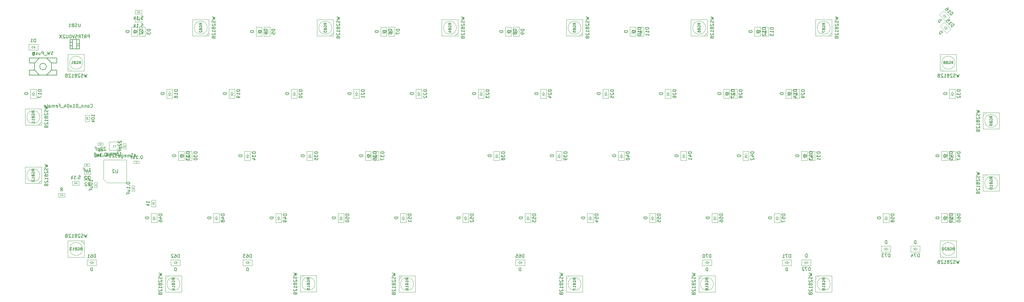
<source format=gbr>
G04 #@! TF.GenerationSoftware,KiCad,Pcbnew,(5.1.10)-1*
G04 #@! TF.CreationDate,2021-06-22T17:57:11+07:00*
G04 #@! TF.ProjectId,averange65,61766572-616e-4676-9536-352e6b696361,rev?*
G04 #@! TF.SameCoordinates,Original*
G04 #@! TF.FileFunction,Other,Fab,Bot*
%FSLAX46Y46*%
G04 Gerber Fmt 4.6, Leading zero omitted, Abs format (unit mm)*
G04 Created by KiCad (PCBNEW (5.1.10)-1) date 2021-06-22 17:57:11*
%MOMM*%
%LPD*%
G01*
G04 APERTURE LIST*
%ADD10C,0.150000*%
%ADD11C,0.100000*%
%ADD12C,0.075000*%
%ADD13C,0.105000*%
G04 APERTURE END LIST*
D10*
X40104845Y-68965910D02*
X38604845Y-70465910D01*
X34904845Y-68965910D02*
X36404845Y-70465910D01*
X34904845Y-66765910D02*
X36404845Y-65265910D01*
X40104845Y-66765910D02*
X38604845Y-65265910D01*
X38504845Y-67865910D02*
G75*
G03*
X38504845Y-67865910I-1000000J0D01*
G01*
X41704845Y-66765910D02*
X41704845Y-65265910D01*
X40104845Y-66765910D02*
X41704845Y-66765910D01*
X40104845Y-68965910D02*
X40104845Y-66765910D01*
X41704845Y-68965910D02*
X40104845Y-68965910D01*
X41704845Y-70465910D02*
X41704845Y-68965910D01*
X33304845Y-70465910D02*
X41704845Y-70465910D01*
X33304845Y-68965910D02*
X33304845Y-70465910D01*
X34904845Y-68965910D02*
X33304845Y-68965910D01*
X34904845Y-66765910D02*
X34904845Y-68965910D01*
X33304845Y-66765910D02*
X34904845Y-66765910D01*
X33304845Y-65265910D02*
X33304845Y-66665910D01*
X41704845Y-65265910D02*
X33304845Y-65265910D01*
D11*
X183107020Y-127992725D02*
X182607020Y-127992725D01*
X183107020Y-128392725D02*
X183707020Y-127992725D01*
X183107020Y-127592725D02*
X183107020Y-128392725D01*
X183707020Y-127992725D02*
X183107020Y-127592725D01*
X183707020Y-127992725D02*
X183707020Y-128542725D01*
X183707020Y-127992725D02*
X183707020Y-127442725D01*
X184107020Y-127992725D02*
X183707020Y-127992725D01*
X184757020Y-128892725D02*
X184757020Y-127092725D01*
X181957020Y-128892725D02*
X184757020Y-128892725D01*
X181957020Y-127092725D02*
X181957020Y-128892725D01*
X184757020Y-127092725D02*
X181957020Y-127092725D01*
X52048347Y-102865523D02*
X52048347Y-101625523D01*
X50048347Y-102865523D02*
X52048347Y-102865523D01*
X50048347Y-101625523D02*
X50048347Y-102865523D01*
X52048347Y-101625523D02*
X50048347Y-101625523D01*
X52048347Y-100930746D02*
X52048347Y-99690746D01*
X50048347Y-100930746D02*
X52048347Y-100930746D01*
X50048347Y-99690746D02*
X50048347Y-100930746D01*
X52048347Y-99690746D02*
X50048347Y-99690746D01*
X51699518Y-97678311D02*
X50099518Y-97678311D01*
X50099518Y-97678311D02*
X50099518Y-98478311D01*
X50099518Y-98478311D02*
X51699518Y-98478311D01*
X51699518Y-98478311D02*
X51699518Y-97678311D01*
X269468325Y-128892725D02*
X272268325Y-128892725D01*
X272268325Y-128892725D02*
X272268325Y-127092725D01*
X272268325Y-127092725D02*
X269468325Y-127092725D01*
X269468325Y-127092725D02*
X269468325Y-128892725D01*
X270118325Y-127992725D02*
X270518325Y-127992725D01*
X270518325Y-127992725D02*
X270518325Y-128542725D01*
X270518325Y-127992725D02*
X270518325Y-127442725D01*
X270518325Y-127992725D02*
X271118325Y-128392725D01*
X271118325Y-128392725D02*
X271118325Y-127592725D01*
X271118325Y-127592725D02*
X270518325Y-127992725D01*
X271118325Y-127992725D02*
X271618325Y-127992725D01*
X266315175Y-127092725D02*
X263515175Y-127092725D01*
X263515175Y-127092725D02*
X263515175Y-128892725D01*
X263515175Y-128892725D02*
X266315175Y-128892725D01*
X266315175Y-128892725D02*
X266315175Y-127092725D01*
X265665175Y-127992725D02*
X265265175Y-127992725D01*
X265265175Y-127992725D02*
X265265175Y-127442725D01*
X265265175Y-127992725D02*
X265265175Y-128542725D01*
X265265175Y-127992725D02*
X264665175Y-127592725D01*
X264665175Y-127592725D02*
X264665175Y-128392725D01*
X264665175Y-128392725D02*
X265265175Y-127992725D01*
X264665175Y-127992725D02*
X264165175Y-127992725D01*
X79386265Y-127092725D02*
X76586265Y-127092725D01*
X76586265Y-127092725D02*
X76586265Y-128892725D01*
X76586265Y-128892725D02*
X79386265Y-128892725D01*
X79386265Y-128892725D02*
X79386265Y-127092725D01*
X78736265Y-127992725D02*
X78336265Y-127992725D01*
X78336265Y-127992725D02*
X78336265Y-127442725D01*
X78336265Y-127992725D02*
X78336265Y-128542725D01*
X78336265Y-127992725D02*
X77736265Y-127592725D01*
X77736265Y-127592725D02*
X77736265Y-128392725D01*
X77736265Y-128392725D02*
X78336265Y-127992725D01*
X77736265Y-127992725D02*
X77236265Y-127992725D01*
X53787720Y-127092725D02*
X50987720Y-127092725D01*
X50987720Y-127092725D02*
X50987720Y-128892725D01*
X50987720Y-128892725D02*
X53787720Y-128892725D01*
X53787720Y-128892725D02*
X53787720Y-127092725D01*
X53137720Y-127992725D02*
X52737720Y-127992725D01*
X52737720Y-127992725D02*
X52737720Y-127442725D01*
X52737720Y-127992725D02*
X52737720Y-128542725D01*
X52737720Y-127992725D02*
X52137720Y-127592725D01*
X52137720Y-127592725D02*
X52137720Y-128392725D01*
X52137720Y-128392725D02*
X52737720Y-127992725D01*
X52137720Y-127992725D02*
X51637720Y-127992725D01*
X302805965Y-124725520D02*
X305605965Y-124725520D01*
X305605965Y-124725520D02*
X305605965Y-122925520D01*
X305605965Y-122925520D02*
X302805965Y-122925520D01*
X302805965Y-122925520D02*
X302805965Y-124725520D01*
X303455965Y-123825520D02*
X303855965Y-123825520D01*
X303855965Y-123825520D02*
X303855965Y-124375520D01*
X303855965Y-123825520D02*
X303855965Y-123275520D01*
X303855965Y-123825520D02*
X304455965Y-124225520D01*
X304455965Y-124225520D02*
X304455965Y-123425520D01*
X304455965Y-123425520D02*
X303855965Y-123825520D01*
X304455965Y-123825520D02*
X304955965Y-123825520D01*
X241907260Y-127092725D02*
X239107260Y-127092725D01*
X239107260Y-127092725D02*
X239107260Y-128892725D01*
X239107260Y-128892725D02*
X241907260Y-128892725D01*
X241907260Y-128892725D02*
X241907260Y-127092725D01*
X241257260Y-127992725D02*
X240857260Y-127992725D01*
X240857260Y-127992725D02*
X240857260Y-127442725D01*
X240857260Y-127992725D02*
X240857260Y-128542725D01*
X240857260Y-127992725D02*
X240257260Y-127592725D01*
X240257260Y-127592725D02*
X240257260Y-128392725D01*
X240257260Y-128392725D02*
X240857260Y-127992725D01*
X240257260Y-127992725D02*
X239757260Y-127992725D01*
X293876240Y-124725520D02*
X296676240Y-124725520D01*
X296676240Y-124725520D02*
X296676240Y-122925520D01*
X296676240Y-122925520D02*
X293876240Y-122925520D01*
X293876240Y-122925520D02*
X293876240Y-124725520D01*
X294526240Y-123825520D02*
X294926240Y-123825520D01*
X294926240Y-123825520D02*
X294926240Y-124375520D01*
X294926240Y-123825520D02*
X294926240Y-123275520D01*
X294926240Y-123825520D02*
X295526240Y-124225520D01*
X295526240Y-124225520D02*
X295526240Y-123425520D01*
X295526240Y-123425520D02*
X294926240Y-123825520D01*
X295526240Y-123825520D02*
X296026240Y-123825520D01*
X101412920Y-127092725D02*
X98612920Y-127092725D01*
X98612920Y-127092725D02*
X98612920Y-128892725D01*
X98612920Y-128892725D02*
X101412920Y-128892725D01*
X101412920Y-128892725D02*
X101412920Y-127092725D01*
X100762920Y-127992725D02*
X100362920Y-127992725D01*
X100362920Y-127992725D02*
X100362920Y-127442725D01*
X100362920Y-127992725D02*
X100362920Y-128542725D01*
X100362920Y-127992725D02*
X99762920Y-127592725D01*
X99762920Y-127592725D02*
X99762920Y-128392725D01*
X99762920Y-128392725D02*
X100362920Y-127992725D01*
X99762920Y-127992725D02*
X99262920Y-127992725D01*
X42180000Y-106695000D02*
X42180000Y-107935000D01*
X44180000Y-106695000D02*
X42180000Y-106695000D01*
X44180000Y-107935000D02*
X44180000Y-106695000D01*
X42180000Y-107935000D02*
X44180000Y-107935000D01*
D10*
X45737600Y-59550000D02*
X45737600Y-62450000D01*
X45737600Y-62450000D02*
X48637600Y-62450000D01*
X48637600Y-62450000D02*
X48637600Y-59550000D01*
X48637600Y-59550000D02*
X45737600Y-59550000D01*
X46537600Y-59550000D02*
X46537600Y-62450000D01*
X47837600Y-62450000D02*
X47837600Y-59550000D01*
X47837600Y-60900000D02*
X48637600Y-60900000D01*
X48637600Y-61550000D02*
X47837600Y-61550000D01*
X46537600Y-60450000D02*
X45737600Y-60450000D01*
X45737600Y-61550000D02*
X46537600Y-61550000D01*
D11*
X65240000Y-97618500D02*
X66840000Y-97618500D01*
X66840000Y-97618500D02*
X66840000Y-96818500D01*
X66840000Y-96818500D02*
X65240000Y-96818500D01*
X65240000Y-96818500D02*
X65240000Y-97618500D01*
X65487500Y-106019500D02*
X65487500Y-104419500D01*
X65487500Y-104419500D02*
X64687500Y-104419500D01*
X64687500Y-104419500D02*
X64687500Y-106019500D01*
X64687500Y-106019500D02*
X65487500Y-106019500D01*
X54057500Y-105055000D02*
X54057500Y-103455000D01*
X54057500Y-103455000D02*
X53257500Y-103455000D01*
X53257500Y-103455000D02*
X53257500Y-105055000D01*
X53257500Y-105055000D02*
X54057500Y-105055000D01*
X70690500Y-110855000D02*
X71930500Y-110855000D01*
X70690500Y-108855000D02*
X70690500Y-110855000D01*
X71930500Y-108855000D02*
X70690500Y-108855000D01*
X71930500Y-110855000D02*
X71930500Y-108855000D01*
X315516950Y-114050480D02*
X315516950Y-113550480D01*
X315116950Y-114050480D02*
X315516950Y-114650480D01*
X315916950Y-114050480D02*
X315116950Y-114050480D01*
X315516950Y-114650480D02*
X315916950Y-114050480D01*
X315516950Y-114650480D02*
X314966950Y-114650480D01*
X315516950Y-114650480D02*
X316066950Y-114650480D01*
X315516950Y-115050480D02*
X315516950Y-114650480D01*
X314616950Y-115700480D02*
X316416950Y-115700480D01*
X314616950Y-112900480D02*
X314616950Y-115700480D01*
X316416950Y-112900480D02*
X314616950Y-112900480D01*
X316416950Y-115700480D02*
X316416950Y-112900480D01*
X242888520Y-114050480D02*
X242888520Y-113550480D01*
X242488520Y-114050480D02*
X242888520Y-114650480D01*
X243288520Y-114050480D02*
X242488520Y-114050480D01*
X242888520Y-114650480D02*
X243288520Y-114050480D01*
X242888520Y-114650480D02*
X242338520Y-114650480D01*
X242888520Y-114650480D02*
X243438520Y-114650480D01*
X242888520Y-115050480D02*
X242888520Y-114650480D01*
X241988520Y-115700480D02*
X243788520Y-115700480D01*
X241988520Y-112900480D02*
X241988520Y-115700480D01*
X243788520Y-112900480D02*
X241988520Y-112900480D01*
X243788520Y-115700480D02*
X243788520Y-112900480D01*
X261938600Y-114050480D02*
X261938600Y-113550480D01*
X261538600Y-114050480D02*
X261938600Y-114650480D01*
X262338600Y-114050480D02*
X261538600Y-114050480D01*
X261938600Y-114650480D02*
X262338600Y-114050480D01*
X261938600Y-114650480D02*
X261388600Y-114650480D01*
X261938600Y-114650480D02*
X262488600Y-114650480D01*
X261938600Y-115050480D02*
X261938600Y-114650480D01*
X261038600Y-115700480D02*
X262838600Y-115700480D01*
X261038600Y-112900480D02*
X261038600Y-115700480D01*
X262838600Y-112900480D02*
X261038600Y-112900480D01*
X262838600Y-115700480D02*
X262838600Y-112900480D01*
X204788360Y-114050480D02*
X204788360Y-113550480D01*
X204388360Y-114050480D02*
X204788360Y-114650480D01*
X205188360Y-114050480D02*
X204388360Y-114050480D01*
X204788360Y-114650480D02*
X205188360Y-114050480D01*
X204788360Y-114650480D02*
X204238360Y-114650480D01*
X204788360Y-114650480D02*
X205338360Y-114650480D01*
X204788360Y-115050480D02*
X204788360Y-114650480D01*
X203888360Y-115700480D02*
X205688360Y-115700480D01*
X203888360Y-112900480D02*
X203888360Y-115700480D01*
X205688360Y-112900480D02*
X203888360Y-112900480D01*
X205688360Y-115700480D02*
X205688360Y-112900480D01*
X147638120Y-114050480D02*
X147638120Y-113550480D01*
X147238120Y-114050480D02*
X147638120Y-114650480D01*
X148038120Y-114050480D02*
X147238120Y-114050480D01*
X147638120Y-114650480D02*
X148038120Y-114050480D01*
X147638120Y-114650480D02*
X147088120Y-114650480D01*
X147638120Y-114650480D02*
X148188120Y-114650480D01*
X147638120Y-115050480D02*
X147638120Y-114650480D01*
X146738120Y-115700480D02*
X148538120Y-115700480D01*
X146738120Y-112900480D02*
X146738120Y-115700480D01*
X148538120Y-112900480D02*
X146738120Y-112900480D01*
X148538120Y-115700480D02*
X148538120Y-112900480D01*
X128588040Y-114050480D02*
X128588040Y-113550480D01*
X128188040Y-114050480D02*
X128588040Y-114650480D01*
X128988040Y-114050480D02*
X128188040Y-114050480D01*
X128588040Y-114650480D02*
X128988040Y-114050480D01*
X128588040Y-114650480D02*
X128038040Y-114650480D01*
X128588040Y-114650480D02*
X129138040Y-114650480D01*
X128588040Y-115050480D02*
X128588040Y-114650480D01*
X127688040Y-115700480D02*
X129488040Y-115700480D01*
X127688040Y-112900480D02*
X127688040Y-115700480D01*
X129488040Y-112900480D02*
X127688040Y-112900480D01*
X129488040Y-115700480D02*
X129488040Y-112900480D01*
X166688200Y-114050480D02*
X166688200Y-113550480D01*
X166288200Y-114050480D02*
X166688200Y-114650480D01*
X167088200Y-114050480D02*
X166288200Y-114050480D01*
X166688200Y-114650480D02*
X167088200Y-114050480D01*
X166688200Y-114650480D02*
X166138200Y-114650480D01*
X166688200Y-114650480D02*
X167238200Y-114650480D01*
X166688200Y-115050480D02*
X166688200Y-114650480D01*
X165788200Y-115700480D02*
X167588200Y-115700480D01*
X165788200Y-112900480D02*
X165788200Y-115700480D01*
X167588200Y-112900480D02*
X165788200Y-112900480D01*
X167588200Y-115700480D02*
X167588200Y-112900480D01*
X313135690Y-114050480D02*
X313135690Y-113550480D01*
X312735690Y-114050480D02*
X313135690Y-114650480D01*
X313535690Y-114050480D02*
X312735690Y-114050480D01*
X313135690Y-114650480D02*
X313535690Y-114050480D01*
X313135690Y-114650480D02*
X312585690Y-114650480D01*
X313135690Y-114650480D02*
X313685690Y-114650480D01*
X313135690Y-115050480D02*
X313135690Y-114650480D01*
X312235690Y-115700480D02*
X314035690Y-115700480D01*
X312235690Y-112900480D02*
X312235690Y-115700480D01*
X314035690Y-112900480D02*
X312235690Y-112900480D01*
X314035690Y-115700480D02*
X314035690Y-112900480D01*
X185738280Y-114050480D02*
X185738280Y-113550480D01*
X185338280Y-114050480D02*
X185738280Y-114650480D01*
X186138280Y-114050480D02*
X185338280Y-114050480D01*
X185738280Y-114650480D02*
X186138280Y-114050480D01*
X185738280Y-114650480D02*
X185188280Y-114650480D01*
X185738280Y-114650480D02*
X186288280Y-114650480D01*
X185738280Y-115050480D02*
X185738280Y-114650480D01*
X184838280Y-115700480D02*
X186638280Y-115700480D01*
X184838280Y-112900480D02*
X184838280Y-115700480D01*
X186638280Y-112900480D02*
X184838280Y-112900480D01*
X186638280Y-115700480D02*
X186638280Y-112900480D01*
X109537960Y-114050480D02*
X109537960Y-113550480D01*
X109137960Y-114050480D02*
X109537960Y-114650480D01*
X109937960Y-114050480D02*
X109137960Y-114050480D01*
X109537960Y-114650480D02*
X109937960Y-114050480D01*
X109537960Y-114650480D02*
X108987960Y-114650480D01*
X109537960Y-114650480D02*
X110087960Y-114650480D01*
X109537960Y-115050480D02*
X109537960Y-114650480D01*
X108637960Y-115700480D02*
X110437960Y-115700480D01*
X108637960Y-112900480D02*
X108637960Y-115700480D01*
X110437960Y-112900480D02*
X108637960Y-112900480D01*
X110437960Y-115700480D02*
X110437960Y-112900480D01*
X90487880Y-114050480D02*
X90487880Y-113550480D01*
X90087880Y-114050480D02*
X90487880Y-114650480D01*
X90887880Y-114050480D02*
X90087880Y-114050480D01*
X90487880Y-114650480D02*
X90887880Y-114050480D01*
X90487880Y-114650480D02*
X89937880Y-114650480D01*
X90487880Y-114650480D02*
X91037880Y-114650480D01*
X90487880Y-115050480D02*
X90487880Y-114650480D01*
X89587880Y-115700480D02*
X91387880Y-115700480D01*
X89587880Y-112900480D02*
X89587880Y-115700480D01*
X91387880Y-112900480D02*
X89587880Y-112900480D01*
X91387880Y-115700480D02*
X91387880Y-112900480D01*
X71437800Y-114050480D02*
X71437800Y-113550480D01*
X71037800Y-114050480D02*
X71437800Y-114650480D01*
X71837800Y-114050480D02*
X71037800Y-114050480D01*
X71437800Y-114650480D02*
X71837800Y-114050480D01*
X71437800Y-114650480D02*
X70887800Y-114650480D01*
X71437800Y-114650480D02*
X71987800Y-114650480D01*
X71437800Y-115050480D02*
X71437800Y-114650480D01*
X70537800Y-115700480D02*
X72337800Y-115700480D01*
X70537800Y-112900480D02*
X70537800Y-115700480D01*
X72337800Y-112900480D02*
X70537800Y-112900480D01*
X72337800Y-115700480D02*
X72337800Y-112900480D01*
X295276240Y-114050480D02*
X295276240Y-113550480D01*
X294876240Y-114050480D02*
X295276240Y-114650480D01*
X295676240Y-114050480D02*
X294876240Y-114050480D01*
X295276240Y-114650480D02*
X295676240Y-114050480D01*
X295276240Y-114650480D02*
X294726240Y-114650480D01*
X295276240Y-114650480D02*
X295826240Y-114650480D01*
X295276240Y-115050480D02*
X295276240Y-114650480D01*
X294376240Y-115700480D02*
X296176240Y-115700480D01*
X294376240Y-112900480D02*
X294376240Y-115700480D01*
X296176240Y-112900480D02*
X294376240Y-112900480D01*
X296176240Y-115700480D02*
X296176240Y-112900480D01*
X56031500Y-102512920D02*
X57031500Y-103512920D01*
X56031500Y-96512920D02*
X56031500Y-102512920D01*
X63031500Y-96512920D02*
X56031500Y-96512920D01*
X63031500Y-103512920D02*
X63031500Y-96512920D01*
X57031500Y-103512920D02*
X63031500Y-103512920D01*
X46498000Y-104252000D02*
X48498000Y-104252000D01*
X48498000Y-104252000D02*
X48498000Y-103012000D01*
X48498000Y-103012000D02*
X46498000Y-103012000D01*
X46498000Y-103012000D02*
X46498000Y-104252000D01*
X316326320Y-123825520D02*
G75*
G03*
X316326320Y-123825520I-2000000J0D01*
G01*
X311826320Y-121325520D02*
X316826320Y-121325520D01*
X311826320Y-126325520D02*
X311826320Y-121325520D01*
X316826320Y-126325520D02*
X311826320Y-126325520D01*
X316826320Y-121325520D02*
X316826320Y-126325520D01*
X311826320Y-125325520D02*
X312826320Y-126325520D01*
X278226160Y-134541190D02*
G75*
G03*
X278226160Y-134541190I-2000000J0D01*
G01*
X278726160Y-132041190D02*
X278726160Y-137041190D01*
X273726160Y-132041190D02*
X278726160Y-132041190D01*
X273726160Y-137041190D02*
X273726160Y-132041190D01*
X278726160Y-137041190D02*
X273726160Y-137041190D01*
X274726160Y-132041190D02*
X273726160Y-133041190D01*
X242507260Y-134541190D02*
G75*
G03*
X242507260Y-134541190I-2000000J0D01*
G01*
X243007260Y-132041190D02*
X243007260Y-137041190D01*
X238007260Y-132041190D02*
X243007260Y-132041190D01*
X238007260Y-137041190D02*
X238007260Y-132041190D01*
X243007260Y-137041190D02*
X238007260Y-137041190D01*
X239007260Y-132041190D02*
X238007260Y-133041190D01*
X202025840Y-134541190D02*
G75*
G03*
X202025840Y-134541190I-2000000J0D01*
G01*
X202525840Y-132041190D02*
X202525840Y-137041190D01*
X197525840Y-132041190D02*
X202525840Y-132041190D01*
X197525840Y-137041190D02*
X197525840Y-132041190D01*
X202525840Y-137041190D02*
X197525840Y-137041190D01*
X198525840Y-132041190D02*
X197525840Y-133041190D01*
X150828750Y-134541190D02*
G75*
G03*
X150828750Y-134541190I-2000000J0D01*
G01*
X151328750Y-132041190D02*
X151328750Y-137041190D01*
X146328750Y-132041190D02*
X151328750Y-132041190D01*
X146328750Y-137041190D02*
X146328750Y-132041190D01*
X151328750Y-137041190D02*
X146328750Y-137041190D01*
X147328750Y-132041190D02*
X146328750Y-133041190D01*
X120653630Y-134472450D02*
G75*
G03*
X120653630Y-134472450I-2000000J0D01*
G01*
X121153630Y-131972450D02*
X121153630Y-136972450D01*
X116153630Y-131972450D02*
X121153630Y-131972450D01*
X116153630Y-136972450D02*
X116153630Y-131972450D01*
X121153630Y-136972450D02*
X116153630Y-136972450D01*
X117153630Y-131972450D02*
X116153630Y-132972450D01*
X79390950Y-134541190D02*
G75*
G03*
X79390950Y-134541190I-2000000J0D01*
G01*
X79890950Y-132041190D02*
X79890950Y-137041190D01*
X74890950Y-132041190D02*
X79890950Y-132041190D01*
X74890950Y-137041190D02*
X74890950Y-132041190D01*
X79890950Y-137041190D02*
X74890950Y-137041190D01*
X75890950Y-132041190D02*
X74890950Y-133041190D01*
X49625200Y-123825520D02*
G75*
G03*
X49625200Y-123825520I-2000000J0D01*
G01*
X50125200Y-126325520D02*
X45125200Y-126325520D01*
X50125200Y-121325520D02*
X50125200Y-126325520D01*
X45125200Y-121325520D02*
X50125200Y-121325520D01*
X45125200Y-126325520D02*
X45125200Y-121325520D01*
X50125200Y-122325520D02*
X49125200Y-121325520D01*
X36528270Y-101203550D02*
G75*
G03*
X36528270Y-101203550I-2000000J0D01*
G01*
X32028270Y-103703550D02*
X32028270Y-98703550D01*
X37028270Y-103703550D02*
X32028270Y-103703550D01*
X37028270Y-98703550D02*
X37028270Y-103703550D01*
X32028270Y-98703550D02*
X37028270Y-98703550D01*
X36028270Y-103703550D02*
X37028270Y-102703550D01*
X36528270Y-83344100D02*
G75*
G03*
X36528270Y-83344100I-2000000J0D01*
G01*
X32028270Y-85844100D02*
X32028270Y-80844100D01*
X37028270Y-85844100D02*
X32028270Y-85844100D01*
X37028270Y-80844100D02*
X37028270Y-85844100D01*
X32028270Y-80844100D02*
X37028270Y-80844100D01*
X36028270Y-85844100D02*
X37028270Y-84844100D01*
X329423250Y-103584810D02*
G75*
G03*
X329423250Y-103584810I-2000000J0D01*
G01*
X329923250Y-101084810D02*
X329923250Y-106084810D01*
X324923250Y-101084810D02*
X329923250Y-101084810D01*
X324923250Y-106084810D02*
X324923250Y-101084810D01*
X329923250Y-106084810D02*
X324923250Y-106084810D01*
X325923250Y-101084810D02*
X324923250Y-102084810D01*
X329423250Y-84534730D02*
G75*
G03*
X329423250Y-84534730I-2000000J0D01*
G01*
X329923250Y-82034730D02*
X329923250Y-87034730D01*
X324923250Y-82034730D02*
X329923250Y-82034730D01*
X324923250Y-87034730D02*
X324923250Y-82034730D01*
X329923250Y-87034730D02*
X324923250Y-87034730D01*
X325923250Y-82034730D02*
X324923250Y-83034730D01*
X316326320Y-66675280D02*
G75*
G03*
X316326320Y-66675280I-2000000J0D01*
G01*
X311826320Y-64175280D02*
X316826320Y-64175280D01*
X311826320Y-69175280D02*
X311826320Y-64175280D01*
X316826320Y-69175280D02*
X311826320Y-69175280D01*
X316826320Y-64175280D02*
X316826320Y-69175280D01*
X311826320Y-68175280D02*
X312826320Y-69175280D01*
X278226160Y-55959610D02*
G75*
G03*
X278226160Y-55959610I-2000000J0D01*
G01*
X273726160Y-58459610D02*
X273726160Y-53459610D01*
X278726160Y-58459610D02*
X273726160Y-58459610D01*
X278726160Y-53459610D02*
X278726160Y-58459610D01*
X273726160Y-53459610D02*
X278726160Y-53459610D01*
X277726160Y-58459610D02*
X278726160Y-57459610D01*
X240126000Y-55959610D02*
G75*
G03*
X240126000Y-55959610I-2000000J0D01*
G01*
X235626000Y-58459610D02*
X235626000Y-53459610D01*
X240626000Y-58459610D02*
X235626000Y-58459610D01*
X240626000Y-53459610D02*
X240626000Y-58459610D01*
X235626000Y-53459610D02*
X240626000Y-53459610D01*
X239626000Y-58459610D02*
X240626000Y-57459610D01*
X202025840Y-55959610D02*
G75*
G03*
X202025840Y-55959610I-2000000J0D01*
G01*
X197525840Y-58459610D02*
X197525840Y-53459610D01*
X202525840Y-58459610D02*
X197525840Y-58459610D01*
X202525840Y-53459610D02*
X202525840Y-58459610D01*
X197525840Y-53459610D02*
X202525840Y-53459610D01*
X201525840Y-58459610D02*
X202525840Y-57459610D01*
X163925680Y-55959610D02*
G75*
G03*
X163925680Y-55959610I-2000000J0D01*
G01*
X159425680Y-58459610D02*
X159425680Y-53459610D01*
X164425680Y-58459610D02*
X159425680Y-58459610D01*
X164425680Y-53459610D02*
X164425680Y-58459610D01*
X159425680Y-53459610D02*
X164425680Y-53459610D01*
X163425680Y-58459610D02*
X164425680Y-57459610D01*
X125825520Y-55959610D02*
G75*
G03*
X125825520Y-55959610I-2000000J0D01*
G01*
X121325520Y-58459610D02*
X121325520Y-53459610D01*
X126325520Y-58459610D02*
X121325520Y-58459610D01*
X126325520Y-53459610D02*
X126325520Y-58459610D01*
X121325520Y-53459610D02*
X126325520Y-53459610D01*
X125325520Y-58459610D02*
X126325520Y-57459610D01*
X87725360Y-55959610D02*
G75*
G03*
X87725360Y-55959610I-2000000J0D01*
G01*
X83225360Y-58459610D02*
X83225360Y-53459610D01*
X88225360Y-58459610D02*
X83225360Y-58459610D01*
X88225360Y-53459610D02*
X88225360Y-58459610D01*
X83225360Y-53459610D02*
X88225360Y-53459610D01*
X87225360Y-58459610D02*
X88225360Y-57459610D01*
X49625200Y-66675280D02*
G75*
G03*
X49625200Y-66675280I-2000000J0D01*
G01*
X45125200Y-64175280D02*
X50125200Y-64175280D01*
X45125200Y-69175280D02*
X45125200Y-64175280D01*
X50125200Y-69175280D02*
X45125200Y-69175280D01*
X50125200Y-64175280D02*
X50125200Y-69175280D01*
X45125200Y-68175280D02*
X46125200Y-69175280D01*
X312958913Y-52210723D02*
X312605360Y-51857170D01*
X312676071Y-52493566D02*
X313383177Y-52634987D01*
X313241756Y-51927881D02*
X312676071Y-52493566D01*
X313383177Y-52634987D02*
X313241756Y-51927881D01*
X313383177Y-52634987D02*
X312994269Y-53023896D01*
X313383177Y-52634987D02*
X313772086Y-52246079D01*
X313666020Y-52917830D02*
X313383177Y-52634987D01*
X313489243Y-54013846D02*
X314762036Y-52741053D01*
X311509344Y-52033947D02*
X313489243Y-54013846D01*
X312782137Y-50761154D02*
X311509344Y-52033947D01*
X314762036Y-52741053D02*
X312782137Y-50761154D01*
X315062346Y-56313163D02*
X313082447Y-54333264D01*
X313082447Y-54333264D02*
X311809654Y-55606057D01*
X311809654Y-55606057D02*
X313789553Y-57585956D01*
X313789553Y-57585956D02*
X315062346Y-56313163D01*
X313966330Y-56489940D02*
X313683487Y-56207097D01*
X313683487Y-56207097D02*
X314072396Y-55818189D01*
X313683487Y-56207097D02*
X313294579Y-56596006D01*
X313683487Y-56207097D02*
X313542066Y-55499991D01*
X313542066Y-55499991D02*
X312976381Y-56065676D01*
X312976381Y-56065676D02*
X313683487Y-56207097D01*
X313259223Y-55782833D02*
X312905670Y-55429280D01*
X265510490Y-75950320D02*
X265510490Y-75450320D01*
X265110490Y-75950320D02*
X265510490Y-76550320D01*
X265910490Y-75950320D02*
X265110490Y-75950320D01*
X265510490Y-76550320D02*
X265910490Y-75950320D01*
X265510490Y-76550320D02*
X264960490Y-76550320D01*
X265510490Y-76550320D02*
X266060490Y-76550320D01*
X265510490Y-76950320D02*
X265510490Y-76550320D01*
X264610490Y-77600320D02*
X266410490Y-77600320D01*
X264610490Y-74800320D02*
X264610490Y-77600320D01*
X266410490Y-74800320D02*
X264610490Y-74800320D01*
X266410490Y-77600320D02*
X266410490Y-74800320D01*
X223838440Y-114050480D02*
X223838440Y-113550480D01*
X223438440Y-114050480D02*
X223838440Y-114650480D01*
X224238440Y-114050480D02*
X223438440Y-114050480D01*
X223838440Y-114650480D02*
X224238440Y-114050480D01*
X223838440Y-114650480D02*
X223288440Y-114650480D01*
X223838440Y-114650480D02*
X224388440Y-114650480D01*
X223838440Y-115050480D02*
X223838440Y-114650480D01*
X222938440Y-115700480D02*
X224738440Y-115700480D01*
X222938440Y-112900480D02*
X222938440Y-115700480D01*
X224738440Y-112900480D02*
X222938440Y-112900480D01*
X224738440Y-115700480D02*
X224738440Y-112900480D01*
X315516950Y-95000400D02*
X315516950Y-94500400D01*
X315116950Y-95000400D02*
X315516950Y-95600400D01*
X315916950Y-95000400D02*
X315116950Y-95000400D01*
X315516950Y-95600400D02*
X315916950Y-95000400D01*
X315516950Y-95600400D02*
X314966950Y-95600400D01*
X315516950Y-95600400D02*
X316066950Y-95600400D01*
X315516950Y-96000400D02*
X315516950Y-95600400D01*
X314616950Y-96650400D02*
X316416950Y-96650400D01*
X314616950Y-93850400D02*
X314616950Y-96650400D01*
X316416950Y-93850400D02*
X314616950Y-93850400D01*
X316416950Y-96650400D02*
X316416950Y-93850400D01*
X313135690Y-95000400D02*
X313135690Y-94500400D01*
X312735690Y-95000400D02*
X313135690Y-95600400D01*
X313535690Y-95000400D02*
X312735690Y-95000400D01*
X313135690Y-95600400D02*
X313535690Y-95000400D01*
X313135690Y-95600400D02*
X312585690Y-95600400D01*
X313135690Y-95600400D02*
X313685690Y-95600400D01*
X313135690Y-96000400D02*
X313135690Y-95600400D01*
X312235690Y-96650400D02*
X314035690Y-96650400D01*
X312235690Y-93850400D02*
X312235690Y-96650400D01*
X314035690Y-93850400D02*
X312235690Y-93850400D01*
X314035690Y-96650400D02*
X314035690Y-93850400D01*
X270273010Y-95000400D02*
X270273010Y-94500400D01*
X269873010Y-95000400D02*
X270273010Y-95600400D01*
X270673010Y-95000400D02*
X269873010Y-95000400D01*
X270273010Y-95600400D02*
X270673010Y-95000400D01*
X270273010Y-95600400D02*
X269723010Y-95600400D01*
X270273010Y-95600400D02*
X270823010Y-95600400D01*
X270273010Y-96000400D02*
X270273010Y-95600400D01*
X269373010Y-96650400D02*
X271173010Y-96650400D01*
X269373010Y-93850400D02*
X269373010Y-96650400D01*
X271173010Y-93850400D02*
X269373010Y-93850400D01*
X271173010Y-96650400D02*
X271173010Y-93850400D01*
X252413560Y-95000400D02*
X252413560Y-94500400D01*
X252013560Y-95000400D02*
X252413560Y-95600400D01*
X252813560Y-95000400D02*
X252013560Y-95000400D01*
X252413560Y-95600400D02*
X252813560Y-95000400D01*
X252413560Y-95600400D02*
X251863560Y-95600400D01*
X252413560Y-95600400D02*
X252963560Y-95600400D01*
X252413560Y-96000400D02*
X252413560Y-95600400D01*
X251513560Y-96650400D02*
X253313560Y-96650400D01*
X251513560Y-93850400D02*
X251513560Y-96650400D01*
X253313560Y-93850400D02*
X251513560Y-93850400D01*
X253313560Y-96650400D02*
X253313560Y-93850400D01*
X233363480Y-95000400D02*
X233363480Y-94500400D01*
X232963480Y-95000400D02*
X233363480Y-95600400D01*
X233763480Y-95000400D02*
X232963480Y-95000400D01*
X233363480Y-95600400D02*
X233763480Y-95000400D01*
X233363480Y-95600400D02*
X232813480Y-95600400D01*
X233363480Y-95600400D02*
X233913480Y-95600400D01*
X233363480Y-96000400D02*
X233363480Y-95600400D01*
X232463480Y-96650400D02*
X234263480Y-96650400D01*
X232463480Y-93850400D02*
X232463480Y-96650400D01*
X234263480Y-93850400D02*
X232463480Y-93850400D01*
X234263480Y-96650400D02*
X234263480Y-93850400D01*
X214313400Y-95000400D02*
X214313400Y-94500400D01*
X213913400Y-95000400D02*
X214313400Y-95600400D01*
X214713400Y-95000400D02*
X213913400Y-95000400D01*
X214313400Y-95600400D02*
X214713400Y-95000400D01*
X214313400Y-95600400D02*
X213763400Y-95600400D01*
X214313400Y-95600400D02*
X214863400Y-95600400D01*
X214313400Y-96000400D02*
X214313400Y-95600400D01*
X213413400Y-96650400D02*
X215213400Y-96650400D01*
X213413400Y-93850400D02*
X213413400Y-96650400D01*
X215213400Y-93850400D02*
X213413400Y-93850400D01*
X215213400Y-96650400D02*
X215213400Y-93850400D01*
X195263320Y-95000400D02*
X195263320Y-94500400D01*
X194863320Y-95000400D02*
X195263320Y-95600400D01*
X195663320Y-95000400D02*
X194863320Y-95000400D01*
X195263320Y-95600400D02*
X195663320Y-95000400D01*
X195263320Y-95600400D02*
X194713320Y-95600400D01*
X195263320Y-95600400D02*
X195813320Y-95600400D01*
X195263320Y-96000400D02*
X195263320Y-95600400D01*
X194363320Y-96650400D02*
X196163320Y-96650400D01*
X194363320Y-93850400D02*
X194363320Y-96650400D01*
X196163320Y-93850400D02*
X194363320Y-93850400D01*
X196163320Y-96650400D02*
X196163320Y-93850400D01*
X176213240Y-95000400D02*
X176213240Y-94500400D01*
X175813240Y-95000400D02*
X176213240Y-95600400D01*
X176613240Y-95000400D02*
X175813240Y-95000400D01*
X176213240Y-95600400D02*
X176613240Y-95000400D01*
X176213240Y-95600400D02*
X175663240Y-95600400D01*
X176213240Y-95600400D02*
X176763240Y-95600400D01*
X176213240Y-96000400D02*
X176213240Y-95600400D01*
X175313240Y-96650400D02*
X177113240Y-96650400D01*
X175313240Y-93850400D02*
X175313240Y-96650400D01*
X177113240Y-93850400D02*
X175313240Y-93850400D01*
X177113240Y-96650400D02*
X177113240Y-93850400D01*
X139303710Y-95000400D02*
X139303710Y-94500400D01*
X138903710Y-95000400D02*
X139303710Y-95600400D01*
X139703710Y-95000400D02*
X138903710Y-95000400D01*
X139303710Y-95600400D02*
X139703710Y-95000400D01*
X139303710Y-95600400D02*
X138753710Y-95600400D01*
X139303710Y-95600400D02*
X139853710Y-95600400D01*
X139303710Y-96000400D02*
X139303710Y-95600400D01*
X138403710Y-96650400D02*
X140203710Y-96650400D01*
X138403710Y-93850400D02*
X138403710Y-96650400D01*
X140203710Y-93850400D02*
X138403710Y-93850400D01*
X140203710Y-96650400D02*
X140203710Y-93850400D01*
X136922450Y-95000400D02*
X136922450Y-94500400D01*
X136522450Y-95000400D02*
X136922450Y-95600400D01*
X137322450Y-95000400D02*
X136522450Y-95000400D01*
X136922450Y-95600400D02*
X137322450Y-95000400D01*
X136922450Y-95600400D02*
X136372450Y-95600400D01*
X136922450Y-95600400D02*
X137472450Y-95600400D01*
X136922450Y-96000400D02*
X136922450Y-95600400D01*
X136022450Y-96650400D02*
X137822450Y-96650400D01*
X136022450Y-93850400D02*
X136022450Y-96650400D01*
X137822450Y-93850400D02*
X136022450Y-93850400D01*
X137822450Y-96650400D02*
X137822450Y-93850400D01*
X119063000Y-95000400D02*
X119063000Y-94500400D01*
X118663000Y-95000400D02*
X119063000Y-95600400D01*
X119463000Y-95000400D02*
X118663000Y-95000400D01*
X119063000Y-95600400D02*
X119463000Y-95000400D01*
X119063000Y-95600400D02*
X118513000Y-95600400D01*
X119063000Y-95600400D02*
X119613000Y-95600400D01*
X119063000Y-96000400D02*
X119063000Y-95600400D01*
X118163000Y-96650400D02*
X119963000Y-96650400D01*
X118163000Y-93850400D02*
X118163000Y-96650400D01*
X119963000Y-93850400D02*
X118163000Y-93850400D01*
X119963000Y-96650400D02*
X119963000Y-93850400D01*
X100012920Y-95000400D02*
X100012920Y-94500400D01*
X99612920Y-95000400D02*
X100012920Y-95600400D01*
X100412920Y-95000400D02*
X99612920Y-95000400D01*
X100012920Y-95600400D02*
X100412920Y-95000400D01*
X100012920Y-95600400D02*
X99462920Y-95600400D01*
X100012920Y-95600400D02*
X100562920Y-95600400D01*
X100012920Y-96000400D02*
X100012920Y-95600400D01*
X99112920Y-96650400D02*
X100912920Y-96650400D01*
X99112920Y-93850400D02*
X99112920Y-96650400D01*
X100912920Y-93850400D02*
X99112920Y-93850400D01*
X100912920Y-96650400D02*
X100912920Y-93850400D01*
X80671875Y-96650000D02*
X80671875Y-93850000D01*
X80671875Y-93850000D02*
X78871875Y-93850000D01*
X78871875Y-93850000D02*
X78871875Y-96650000D01*
X78871875Y-96650000D02*
X80671875Y-96650000D01*
X79771875Y-96000000D02*
X79771875Y-95600000D01*
X79771875Y-95600000D02*
X80321875Y-95600000D01*
X79771875Y-95600000D02*
X79221875Y-95600000D01*
X79771875Y-95600000D02*
X80171875Y-95000000D01*
X80171875Y-95000000D02*
X79371875Y-95000000D01*
X79371875Y-95000000D02*
X79771875Y-95600000D01*
X79771875Y-95000000D02*
X79771875Y-94500000D01*
X82153125Y-95000000D02*
X82153125Y-94500000D01*
X81753125Y-95000000D02*
X82153125Y-95600000D01*
X82553125Y-95000000D02*
X81753125Y-95000000D01*
X82153125Y-95600000D02*
X82553125Y-95000000D01*
X82153125Y-95600000D02*
X81603125Y-95600000D01*
X82153125Y-95600000D02*
X82703125Y-95600000D01*
X82153125Y-96000000D02*
X82153125Y-95600000D01*
X81253125Y-96650000D02*
X83053125Y-96650000D01*
X81253125Y-93850000D02*
X81253125Y-96650000D01*
X83053125Y-93850000D02*
X81253125Y-93850000D01*
X83053125Y-96650000D02*
X83053125Y-93850000D01*
X315516950Y-75950320D02*
X315516950Y-75450320D01*
X315116950Y-75950320D02*
X315516950Y-76550320D01*
X315916950Y-75950320D02*
X315116950Y-75950320D01*
X315516950Y-76550320D02*
X315916950Y-75950320D01*
X315516950Y-76550320D02*
X314966950Y-76550320D01*
X315516950Y-76550320D02*
X316066950Y-76550320D01*
X315516950Y-76950320D02*
X315516950Y-76550320D01*
X314616950Y-77600320D02*
X316416950Y-77600320D01*
X314616950Y-74800320D02*
X314616950Y-77600320D01*
X316416950Y-74800320D02*
X314616950Y-74800320D01*
X316416950Y-77600320D02*
X316416950Y-74800320D01*
X272654270Y-95000400D02*
X272654270Y-94500400D01*
X272254270Y-95000400D02*
X272654270Y-95600400D01*
X273054270Y-95000400D02*
X272254270Y-95000400D01*
X272654270Y-95600400D02*
X273054270Y-95000400D01*
X272654270Y-95600400D02*
X272104270Y-95600400D01*
X272654270Y-95600400D02*
X273204270Y-95600400D01*
X272654270Y-96000400D02*
X272654270Y-95600400D01*
X271754270Y-96650400D02*
X273554270Y-96650400D01*
X271754270Y-93850400D02*
X271754270Y-96650400D01*
X273554270Y-93850400D02*
X271754270Y-93850400D01*
X273554270Y-96650400D02*
X273554270Y-93850400D01*
X267890850Y-75950000D02*
X267890850Y-75450000D01*
X267490850Y-75950000D02*
X267890850Y-76550000D01*
X268290850Y-75950000D02*
X267490850Y-75950000D01*
X267890850Y-76550000D02*
X268290850Y-75950000D01*
X267890850Y-76550000D02*
X267340850Y-76550000D01*
X267890850Y-76550000D02*
X268440850Y-76550000D01*
X267890850Y-76950000D02*
X267890850Y-76550000D01*
X266990850Y-77600000D02*
X268790850Y-77600000D01*
X266990850Y-74800000D02*
X266990850Y-77600000D01*
X268790850Y-74800000D02*
X266990850Y-74800000D01*
X268790850Y-77600000D02*
X268790850Y-74800000D01*
X248841670Y-75950320D02*
X248841670Y-75450320D01*
X248441670Y-75950320D02*
X248841670Y-76550320D01*
X249241670Y-75950320D02*
X248441670Y-75950320D01*
X248841670Y-76550320D02*
X249241670Y-75950320D01*
X248841670Y-76550320D02*
X248291670Y-76550320D01*
X248841670Y-76550320D02*
X249391670Y-76550320D01*
X248841670Y-76950320D02*
X248841670Y-76550320D01*
X247941670Y-77600320D02*
X249741670Y-77600320D01*
X247941670Y-74800320D02*
X247941670Y-77600320D01*
X249741670Y-74800320D02*
X247941670Y-74800320D01*
X249741670Y-77600320D02*
X249741670Y-74800320D01*
X246460410Y-75950320D02*
X246460410Y-75450320D01*
X246060410Y-75950320D02*
X246460410Y-76550320D01*
X246860410Y-75950320D02*
X246060410Y-75950320D01*
X246460410Y-76550320D02*
X246860410Y-75950320D01*
X246460410Y-76550320D02*
X245910410Y-76550320D01*
X246460410Y-76550320D02*
X247010410Y-76550320D01*
X246460410Y-76950320D02*
X246460410Y-76550320D01*
X245560410Y-77600320D02*
X247360410Y-77600320D01*
X245560410Y-74800320D02*
X245560410Y-77600320D01*
X247360410Y-74800320D02*
X245560410Y-74800320D01*
X247360410Y-77600320D02*
X247360410Y-74800320D01*
X228600960Y-75950320D02*
X228600960Y-75450320D01*
X228200960Y-75950320D02*
X228600960Y-76550320D01*
X229000960Y-75950320D02*
X228200960Y-75950320D01*
X228600960Y-76550320D02*
X229000960Y-75950320D01*
X228600960Y-76550320D02*
X228050960Y-76550320D01*
X228600960Y-76550320D02*
X229150960Y-76550320D01*
X228600960Y-76950320D02*
X228600960Y-76550320D01*
X227700960Y-77600320D02*
X229500960Y-77600320D01*
X227700960Y-74800320D02*
X227700960Y-77600320D01*
X229500960Y-74800320D02*
X227700960Y-74800320D01*
X229500960Y-77600320D02*
X229500960Y-74800320D01*
X209550176Y-75950000D02*
X209550176Y-75450000D01*
X209150176Y-75950000D02*
X209550176Y-76550000D01*
X209950176Y-75950000D02*
X209150176Y-75950000D01*
X209550176Y-76550000D02*
X209950176Y-75950000D01*
X209550176Y-76550000D02*
X209000176Y-76550000D01*
X209550176Y-76550000D02*
X210100176Y-76550000D01*
X209550176Y-76950000D02*
X209550176Y-76550000D01*
X208650176Y-77600000D02*
X210450176Y-77600000D01*
X208650176Y-74800000D02*
X208650176Y-77600000D01*
X210450176Y-74800000D02*
X208650176Y-74800000D01*
X210450176Y-77600000D02*
X210450176Y-74800000D01*
X190500800Y-75950320D02*
X190500800Y-75450320D01*
X190100800Y-75950320D02*
X190500800Y-76550320D01*
X190900800Y-75950320D02*
X190100800Y-75950320D01*
X190500800Y-76550320D02*
X190900800Y-75950320D01*
X190500800Y-76550320D02*
X189950800Y-76550320D01*
X190500800Y-76550320D02*
X191050800Y-76550320D01*
X190500800Y-76950320D02*
X190500800Y-76550320D01*
X189600800Y-77600320D02*
X191400800Y-77600320D01*
X189600800Y-74800320D02*
X189600800Y-77600320D01*
X191400800Y-74800320D02*
X189600800Y-74800320D01*
X191400800Y-77600320D02*
X191400800Y-74800320D01*
X171450144Y-75950000D02*
X171450144Y-75450000D01*
X171050144Y-75950000D02*
X171450144Y-76550000D01*
X171850144Y-75950000D02*
X171050144Y-75950000D01*
X171450144Y-76550000D02*
X171850144Y-75950000D01*
X171450144Y-76550000D02*
X170900144Y-76550000D01*
X171450144Y-76550000D02*
X172000144Y-76550000D01*
X171450144Y-76950000D02*
X171450144Y-76550000D01*
X170550144Y-77600000D02*
X172350144Y-77600000D01*
X170550144Y-74800000D02*
X170550144Y-77600000D01*
X172350144Y-74800000D02*
X170550144Y-74800000D01*
X172350144Y-77600000D02*
X172350144Y-74800000D01*
X152400128Y-75950000D02*
X152400128Y-75450000D01*
X152000128Y-75950000D02*
X152400128Y-76550000D01*
X152800128Y-75950000D02*
X152000128Y-75950000D01*
X152400128Y-76550000D02*
X152800128Y-75950000D01*
X152400128Y-76550000D02*
X151850128Y-76550000D01*
X152400128Y-76550000D02*
X152950128Y-76550000D01*
X152400128Y-76950000D02*
X152400128Y-76550000D01*
X151500128Y-77600000D02*
X153300128Y-77600000D01*
X151500128Y-74800000D02*
X151500128Y-77600000D01*
X153300128Y-74800000D02*
X151500128Y-74800000D01*
X153300128Y-77600000D02*
X153300128Y-74800000D01*
X133350112Y-75950000D02*
X133350112Y-75450000D01*
X132950112Y-75950000D02*
X133350112Y-76550000D01*
X133750112Y-75950000D02*
X132950112Y-75950000D01*
X133350112Y-76550000D02*
X133750112Y-75950000D01*
X133350112Y-76550000D02*
X132800112Y-76550000D01*
X133350112Y-76550000D02*
X133900112Y-76550000D01*
X133350112Y-76950000D02*
X133350112Y-76550000D01*
X132450112Y-77600000D02*
X134250112Y-77600000D01*
X132450112Y-74800000D02*
X132450112Y-77600000D01*
X134250112Y-74800000D02*
X132450112Y-74800000D01*
X134250112Y-77600000D02*
X134250112Y-74800000D01*
X114300096Y-75950000D02*
X114300096Y-75450000D01*
X113900096Y-75950000D02*
X114300096Y-76550000D01*
X114700096Y-75950000D02*
X113900096Y-75950000D01*
X114300096Y-76550000D02*
X114700096Y-75950000D01*
X114300096Y-76550000D02*
X113750096Y-76550000D01*
X114300096Y-76550000D02*
X114850096Y-76550000D01*
X114300096Y-76950000D02*
X114300096Y-76550000D01*
X113400096Y-77600000D02*
X115200096Y-77600000D01*
X113400096Y-74800000D02*
X113400096Y-77600000D01*
X115200096Y-74800000D02*
X113400096Y-74800000D01*
X115200096Y-77600000D02*
X115200096Y-74800000D01*
X95250080Y-75950000D02*
X95250080Y-75450000D01*
X94850080Y-75950000D02*
X95250080Y-76550000D01*
X95650080Y-75950000D02*
X94850080Y-75950000D01*
X95250080Y-76550000D02*
X95650080Y-75950000D01*
X95250080Y-76550000D02*
X94700080Y-76550000D01*
X95250080Y-76550000D02*
X95800080Y-76550000D01*
X95250080Y-76950000D02*
X95250080Y-76550000D01*
X94350080Y-77600000D02*
X96150080Y-77600000D01*
X94350080Y-74800000D02*
X94350080Y-77600000D01*
X96150080Y-74800000D02*
X94350080Y-74800000D01*
X96150080Y-77600000D02*
X96150080Y-74800000D01*
X76200320Y-75950320D02*
X76200320Y-75450320D01*
X75800320Y-75950320D02*
X76200320Y-76550320D01*
X76600320Y-75950320D02*
X75800320Y-75950320D01*
X76200320Y-76550320D02*
X76600320Y-75950320D01*
X76200320Y-76550320D02*
X75650320Y-76550320D01*
X76200320Y-76550320D02*
X76750320Y-76550320D01*
X76200320Y-76950320D02*
X76200320Y-76550320D01*
X75300320Y-77600320D02*
X77100320Y-77600320D01*
X75300320Y-74800320D02*
X75300320Y-77600320D01*
X77100320Y-74800320D02*
X75300320Y-74800320D01*
X77100320Y-77600320D02*
X77100320Y-74800320D01*
X34528270Y-75950320D02*
X34528270Y-75450320D01*
X34128270Y-75950320D02*
X34528270Y-76550320D01*
X34928270Y-75950320D02*
X34128270Y-75950320D01*
X34528270Y-76550320D02*
X34928270Y-75950320D01*
X34528270Y-76550320D02*
X33978270Y-76550320D01*
X34528270Y-76550320D02*
X35078270Y-76550320D01*
X34528270Y-76950320D02*
X34528270Y-76550320D01*
X33628270Y-77600320D02*
X35428270Y-77600320D01*
X33628270Y-74800320D02*
X33628270Y-77600320D01*
X35428270Y-74800320D02*
X33628270Y-74800320D01*
X35428270Y-77600320D02*
X35428270Y-74800320D01*
X60893130Y-92499630D02*
X59893130Y-93499630D01*
X57693130Y-90999630D02*
X60893130Y-90999630D01*
X57693130Y-93499630D02*
X57693130Y-90999630D01*
X60893130Y-93499630D02*
X57693130Y-93499630D01*
X60893130Y-90999630D02*
X60893130Y-93499630D01*
X51674000Y-82754000D02*
X50434000Y-82754000D01*
X51674000Y-84754000D02*
X51674000Y-82754000D01*
X50434000Y-84754000D02*
X51674000Y-84754000D01*
X50434000Y-82754000D02*
X50434000Y-84754000D01*
X67675280Y-54198350D02*
X67675280Y-52958350D01*
X65675280Y-54198350D02*
X67675280Y-54198350D01*
X65675280Y-52958350D02*
X65675280Y-54198350D01*
X67675280Y-52958350D02*
X65675280Y-52958350D01*
X67675280Y-51817090D02*
X67675280Y-50577090D01*
X65675280Y-51817090D02*
X67675280Y-51817090D01*
X65675280Y-50577090D02*
X65675280Y-51817090D01*
X67675280Y-50577090D02*
X65675280Y-50577090D01*
X259266710Y-58550240D02*
X259266710Y-55750240D01*
X259266710Y-55750240D02*
X257466710Y-55750240D01*
X257466710Y-55750240D02*
X257466710Y-58550240D01*
X257466710Y-58550240D02*
X259266710Y-58550240D01*
X258366710Y-57900240D02*
X258366710Y-57500240D01*
X258366710Y-57500240D02*
X258916710Y-57500240D01*
X258366710Y-57500240D02*
X257816710Y-57500240D01*
X258366710Y-57500240D02*
X258766710Y-56900240D01*
X258766710Y-56900240D02*
X257966710Y-56900240D01*
X257966710Y-56900240D02*
X258366710Y-57500240D01*
X258366710Y-56900240D02*
X258366710Y-56400240D01*
X256884590Y-58550000D02*
X256884590Y-55750000D01*
X256884590Y-55750000D02*
X255084590Y-55750000D01*
X255084590Y-55750000D02*
X255084590Y-58550000D01*
X255084590Y-58550000D02*
X256884590Y-58550000D01*
X255984590Y-57900000D02*
X255984590Y-57500000D01*
X255984590Y-57500000D02*
X256534590Y-57500000D01*
X255984590Y-57500000D02*
X255434590Y-57500000D01*
X255984590Y-57500000D02*
X256384590Y-56900000D01*
X256384590Y-56900000D02*
X255584590Y-56900000D01*
X255584590Y-56900000D02*
X255984590Y-57500000D01*
X255984590Y-56900000D02*
X255984590Y-56400000D01*
X221166550Y-58550000D02*
X221166550Y-55750000D01*
X221166550Y-55750000D02*
X219366550Y-55750000D01*
X219366550Y-55750000D02*
X219366550Y-58550000D01*
X219366550Y-58550000D02*
X221166550Y-58550000D01*
X220266550Y-57900000D02*
X220266550Y-57500000D01*
X220266550Y-57500000D02*
X220816550Y-57500000D01*
X220266550Y-57500000D02*
X219716550Y-57500000D01*
X220266550Y-57500000D02*
X220666550Y-56900000D01*
X220666550Y-56900000D02*
X219866550Y-56900000D01*
X219866550Y-56900000D02*
X220266550Y-57500000D01*
X220266550Y-56900000D02*
X220266550Y-56400000D01*
X218784558Y-58550000D02*
X218784558Y-55750000D01*
X218784558Y-55750000D02*
X216984558Y-55750000D01*
X216984558Y-55750000D02*
X216984558Y-58550000D01*
X216984558Y-58550000D02*
X218784558Y-58550000D01*
X217884558Y-57900000D02*
X217884558Y-57500000D01*
X217884558Y-57500000D02*
X218434558Y-57500000D01*
X217884558Y-57500000D02*
X217334558Y-57500000D01*
X217884558Y-57500000D02*
X218284558Y-56900000D01*
X218284558Y-56900000D02*
X217484558Y-56900000D01*
X217484558Y-56900000D02*
X217884558Y-57500000D01*
X217884558Y-56900000D02*
X217884558Y-56400000D01*
X183066390Y-58550000D02*
X183066390Y-55750000D01*
X183066390Y-55750000D02*
X181266390Y-55750000D01*
X181266390Y-55750000D02*
X181266390Y-58550000D01*
X181266390Y-58550000D02*
X183066390Y-58550000D01*
X182166390Y-57900000D02*
X182166390Y-57500000D01*
X182166390Y-57500000D02*
X182716390Y-57500000D01*
X182166390Y-57500000D02*
X181616390Y-57500000D01*
X182166390Y-57500000D02*
X182566390Y-56900000D01*
X182566390Y-56900000D02*
X181766390Y-56900000D01*
X181766390Y-56900000D02*
X182166390Y-57500000D01*
X182166390Y-56900000D02*
X182166390Y-56400000D01*
X180684526Y-58550000D02*
X180684526Y-55750000D01*
X180684526Y-55750000D02*
X178884526Y-55750000D01*
X178884526Y-55750000D02*
X178884526Y-58550000D01*
X178884526Y-58550000D02*
X180684526Y-58550000D01*
X179784526Y-57900000D02*
X179784526Y-57500000D01*
X179784526Y-57500000D02*
X180334526Y-57500000D01*
X179784526Y-57500000D02*
X179234526Y-57500000D01*
X179784526Y-57500000D02*
X180184526Y-56900000D01*
X180184526Y-56900000D02*
X179384526Y-56900000D01*
X179384526Y-56900000D02*
X179784526Y-57500000D01*
X179784526Y-56900000D02*
X179784526Y-56400000D01*
X144966230Y-58550000D02*
X144966230Y-55750000D01*
X144966230Y-55750000D02*
X143166230Y-55750000D01*
X143166230Y-55750000D02*
X143166230Y-58550000D01*
X143166230Y-58550000D02*
X144966230Y-58550000D01*
X144066230Y-57900000D02*
X144066230Y-57500000D01*
X144066230Y-57500000D02*
X144616230Y-57500000D01*
X144066230Y-57500000D02*
X143516230Y-57500000D01*
X144066230Y-57500000D02*
X144466230Y-56900000D01*
X144466230Y-56900000D02*
X143666230Y-56900000D01*
X143666230Y-56900000D02*
X144066230Y-57500000D01*
X144066230Y-56900000D02*
X144066230Y-56400000D01*
X142584494Y-58550000D02*
X142584494Y-55750000D01*
X142584494Y-55750000D02*
X140784494Y-55750000D01*
X140784494Y-55750000D02*
X140784494Y-58550000D01*
X140784494Y-58550000D02*
X142584494Y-58550000D01*
X141684494Y-57900000D02*
X141684494Y-57500000D01*
X141684494Y-57500000D02*
X142234494Y-57500000D01*
X141684494Y-57500000D02*
X141134494Y-57500000D01*
X141684494Y-57500000D02*
X142084494Y-56900000D01*
X142084494Y-56900000D02*
X141284494Y-56900000D01*
X141284494Y-56900000D02*
X141684494Y-57500000D01*
X141684494Y-56900000D02*
X141684494Y-56400000D01*
X106866070Y-58550240D02*
X106866070Y-55750240D01*
X106866070Y-55750240D02*
X105066070Y-55750240D01*
X105066070Y-55750240D02*
X105066070Y-58550240D01*
X105066070Y-58550240D02*
X106866070Y-58550240D01*
X105966070Y-57900240D02*
X105966070Y-57500240D01*
X105966070Y-57500240D02*
X106516070Y-57500240D01*
X105966070Y-57500240D02*
X105416070Y-57500240D01*
X105966070Y-57500240D02*
X106366070Y-56900240D01*
X106366070Y-56900240D02*
X105566070Y-56900240D01*
X105566070Y-56900240D02*
X105966070Y-57500240D01*
X105966070Y-56900240D02*
X105966070Y-56400240D01*
X104484462Y-58550000D02*
X104484462Y-55750000D01*
X104484462Y-55750000D02*
X102684462Y-55750000D01*
X102684462Y-55750000D02*
X102684462Y-58550000D01*
X102684462Y-58550000D02*
X104484462Y-58550000D01*
X103584462Y-57900000D02*
X103584462Y-57500000D01*
X103584462Y-57500000D02*
X104134462Y-57500000D01*
X103584462Y-57500000D02*
X103034462Y-57500000D01*
X103584462Y-57500000D02*
X103984462Y-56900000D01*
X103984462Y-56900000D02*
X103184462Y-56900000D01*
X103184462Y-56900000D02*
X103584462Y-57500000D01*
X103584462Y-56900000D02*
X103584462Y-56400000D01*
X68765910Y-58550240D02*
X68765910Y-55750240D01*
X68765910Y-55750240D02*
X66965910Y-55750240D01*
X66965910Y-55750240D02*
X66965910Y-58550240D01*
X66965910Y-58550240D02*
X68765910Y-58550240D01*
X67865910Y-57900240D02*
X67865910Y-57500240D01*
X67865910Y-57500240D02*
X68415910Y-57500240D01*
X67865910Y-57500240D02*
X67315910Y-57500240D01*
X67865910Y-57500240D02*
X68265910Y-56900240D01*
X68265910Y-56900240D02*
X67465910Y-56900240D01*
X67465910Y-56900240D02*
X67865910Y-57500240D01*
X67865910Y-56900240D02*
X67865910Y-56400240D01*
X65484650Y-56900240D02*
X65484650Y-56400240D01*
X65084650Y-56900240D02*
X65484650Y-57500240D01*
X65884650Y-56900240D02*
X65084650Y-56900240D01*
X65484650Y-57500240D02*
X65884650Y-56900240D01*
X65484650Y-57500240D02*
X64934650Y-57500240D01*
X65484650Y-57500240D02*
X66034650Y-57500240D01*
X65484650Y-57900240D02*
X65484650Y-57500240D01*
X64584650Y-58550240D02*
X66384650Y-58550240D01*
X64584650Y-55750240D02*
X64584650Y-58550240D01*
X66384650Y-55750240D02*
X64584650Y-55750240D01*
X66384650Y-58550240D02*
X66384650Y-55750240D01*
X34278270Y-61912760D02*
X33778270Y-61912760D01*
X34278270Y-62312760D02*
X34878270Y-61912760D01*
X34278270Y-61512760D02*
X34278270Y-62312760D01*
X34878270Y-61912760D02*
X34278270Y-61512760D01*
X34878270Y-61912760D02*
X34878270Y-62462760D01*
X34878270Y-61912760D02*
X34878270Y-61362760D01*
X35278270Y-61912760D02*
X34878270Y-61912760D01*
X35928270Y-62812760D02*
X35928270Y-61012760D01*
X33128270Y-62812760D02*
X35928270Y-62812760D01*
X33128270Y-61012760D02*
X33128270Y-62812760D01*
X35928270Y-61012760D02*
X33128270Y-61012760D01*
X55838630Y-92992630D02*
X54238630Y-92992630D01*
X54238630Y-92992630D02*
X54238630Y-93792630D01*
X54238630Y-93792630D02*
X55838630Y-93792630D01*
X55838630Y-93792630D02*
X55838630Y-92992630D01*
X55838630Y-91214630D02*
X54238630Y-91214630D01*
X54238630Y-91214630D02*
X54238630Y-92014630D01*
X54238630Y-92014630D02*
X55838630Y-92014630D01*
X55838630Y-92014630D02*
X55838630Y-91214630D01*
X62868130Y-93113130D02*
X62868130Y-91513130D01*
X62868130Y-91513130D02*
X62068130Y-91513130D01*
X62068130Y-91513130D02*
X62068130Y-93113130D01*
X62068130Y-93113130D02*
X62868130Y-93113130D01*
D10*
X40552464Y-64206671D02*
X40409606Y-64254290D01*
X40171511Y-64254290D01*
X40076273Y-64206671D01*
X40028654Y-64159052D01*
X39981035Y-64063814D01*
X39981035Y-63968576D01*
X40028654Y-63873338D01*
X40076273Y-63825719D01*
X40171511Y-63778100D01*
X40361987Y-63730481D01*
X40457225Y-63682862D01*
X40504845Y-63635243D01*
X40552464Y-63540005D01*
X40552464Y-63444767D01*
X40504845Y-63349529D01*
X40457225Y-63301910D01*
X40361987Y-63254290D01*
X40123892Y-63254290D01*
X39981035Y-63301910D01*
X39647702Y-63254290D02*
X39409606Y-64254290D01*
X39219130Y-63540005D01*
X39028654Y-64254290D01*
X38790559Y-63254290D01*
X38647702Y-64349529D02*
X37885797Y-64349529D01*
X37647702Y-64254290D02*
X37647702Y-63254290D01*
X37266749Y-63254290D01*
X37171511Y-63301910D01*
X37123892Y-63349529D01*
X37076273Y-63444767D01*
X37076273Y-63587624D01*
X37123892Y-63682862D01*
X37171511Y-63730481D01*
X37266749Y-63778100D01*
X37647702Y-63778100D01*
X36219130Y-63587624D02*
X36219130Y-64254290D01*
X36647702Y-63587624D02*
X36647702Y-64111433D01*
X36600083Y-64206671D01*
X36504845Y-64254290D01*
X36361987Y-64254290D01*
X36266749Y-64206671D01*
X36219130Y-64159052D01*
X35790559Y-64206671D02*
X35695321Y-64254290D01*
X35504845Y-64254290D01*
X35409606Y-64206671D01*
X35361987Y-64111433D01*
X35361987Y-64063814D01*
X35409606Y-63968576D01*
X35504845Y-63920957D01*
X35647702Y-63920957D01*
X35742940Y-63873338D01*
X35790559Y-63778100D01*
X35790559Y-63730481D01*
X35742940Y-63635243D01*
X35647702Y-63587624D01*
X35504845Y-63587624D01*
X35409606Y-63635243D01*
X34933416Y-64254290D02*
X34933416Y-63254290D01*
X34504845Y-64254290D02*
X34504845Y-63730481D01*
X34552464Y-63635243D01*
X34647702Y-63587624D01*
X34790559Y-63587624D01*
X34885797Y-63635243D01*
X34933416Y-63682862D01*
X183618924Y-130545105D02*
X183618924Y-129545105D01*
X183380829Y-129545105D01*
X183237972Y-129592725D01*
X183142734Y-129687963D01*
X183095115Y-129783201D01*
X183047496Y-129973677D01*
X183047496Y-130116534D01*
X183095115Y-130307010D01*
X183142734Y-130402248D01*
X183237972Y-130497486D01*
X183380829Y-130545105D01*
X183618924Y-130545105D01*
X184571305Y-126445105D02*
X184571305Y-125445105D01*
X184333210Y-125445105D01*
X184190353Y-125492725D01*
X184095115Y-125587963D01*
X184047496Y-125683201D01*
X183999877Y-125873677D01*
X183999877Y-126016534D01*
X184047496Y-126207010D01*
X184095115Y-126302248D01*
X184190353Y-126397486D01*
X184333210Y-126445105D01*
X184571305Y-126445105D01*
X183142734Y-125445105D02*
X183333210Y-125445105D01*
X183428448Y-125492725D01*
X183476067Y-125540344D01*
X183571305Y-125683201D01*
X183618924Y-125873677D01*
X183618924Y-126254629D01*
X183571305Y-126349867D01*
X183523686Y-126397486D01*
X183428448Y-126445105D01*
X183237972Y-126445105D01*
X183142734Y-126397486D01*
X183095115Y-126349867D01*
X183047496Y-126254629D01*
X183047496Y-126016534D01*
X183095115Y-125921296D01*
X183142734Y-125873677D01*
X183237972Y-125826058D01*
X183428448Y-125826058D01*
X183523686Y-125873677D01*
X183571305Y-125921296D01*
X183618924Y-126016534D01*
X182142734Y-125445105D02*
X182618924Y-125445105D01*
X182666543Y-125921296D01*
X182618924Y-125873677D01*
X182523686Y-125826058D01*
X182285591Y-125826058D01*
X182190353Y-125873677D01*
X182142734Y-125921296D01*
X182095115Y-126016534D01*
X182095115Y-126254629D01*
X182142734Y-126349867D01*
X182190353Y-126397486D01*
X182285591Y-126445105D01*
X182523686Y-126445105D01*
X182618924Y-126397486D01*
X182666543Y-126349867D01*
X51810251Y-103543142D02*
X51762632Y-103495523D01*
X51667394Y-103447903D01*
X51429299Y-103447903D01*
X51334061Y-103495523D01*
X51286442Y-103543142D01*
X51238823Y-103638380D01*
X51238823Y-103733618D01*
X51286442Y-103876475D01*
X51857870Y-104447903D01*
X51238823Y-104447903D01*
X50857870Y-103543142D02*
X50810251Y-103495523D01*
X50715013Y-103447903D01*
X50476918Y-103447903D01*
X50381680Y-103495523D01*
X50334061Y-103543142D01*
X50286442Y-103638380D01*
X50286442Y-103733618D01*
X50334061Y-103876475D01*
X50905489Y-104447903D01*
X50286442Y-104447903D01*
D12*
X51131680Y-102471713D02*
X51298347Y-102233618D01*
X51417394Y-102471713D02*
X51417394Y-101971713D01*
X51226918Y-101971713D01*
X51179299Y-101995523D01*
X51155489Y-102019332D01*
X51131680Y-102066951D01*
X51131680Y-102138380D01*
X51155489Y-102185999D01*
X51179299Y-102209808D01*
X51226918Y-102233618D01*
X51417394Y-102233618D01*
X50703108Y-102138380D02*
X50703108Y-102471713D01*
X50822156Y-101947903D02*
X50941204Y-102305046D01*
X50631680Y-102305046D01*
D10*
X51810251Y-101608365D02*
X51762632Y-101560746D01*
X51667394Y-101513126D01*
X51429299Y-101513126D01*
X51334061Y-101560746D01*
X51286442Y-101608365D01*
X51238823Y-101703603D01*
X51238823Y-101798841D01*
X51286442Y-101941698D01*
X51857870Y-102513126D01*
X51238823Y-102513126D01*
X50857870Y-101608365D02*
X50810251Y-101560746D01*
X50715013Y-101513126D01*
X50476918Y-101513126D01*
X50381680Y-101560746D01*
X50334061Y-101608365D01*
X50286442Y-101703603D01*
X50286442Y-101798841D01*
X50334061Y-101941698D01*
X50905489Y-102513126D01*
X50286442Y-102513126D01*
D12*
X51131680Y-100536936D02*
X51298347Y-100298841D01*
X51417394Y-100536936D02*
X51417394Y-100036936D01*
X51226918Y-100036936D01*
X51179299Y-100060746D01*
X51155489Y-100084555D01*
X51131680Y-100132174D01*
X51131680Y-100203603D01*
X51155489Y-100251222D01*
X51179299Y-100275031D01*
X51226918Y-100298841D01*
X51417394Y-100298841D01*
X50965013Y-100036936D02*
X50655489Y-100036936D01*
X50822156Y-100227412D01*
X50750727Y-100227412D01*
X50703108Y-100251222D01*
X50679299Y-100275031D01*
X50655489Y-100322650D01*
X50655489Y-100441698D01*
X50679299Y-100489317D01*
X50703108Y-100513126D01*
X50750727Y-100536936D01*
X50893585Y-100536936D01*
X50941204Y-100513126D01*
X50965013Y-100489317D01*
D10*
X51494756Y-100030691D02*
X52066184Y-100030691D01*
X51780470Y-100030691D02*
X51780470Y-99030691D01*
X51875708Y-99173549D01*
X51970946Y-99268787D01*
X52066184Y-99316406D01*
X50637613Y-99364025D02*
X50637613Y-100030691D01*
X51066184Y-99364025D02*
X51066184Y-99887834D01*
X51018565Y-99983072D01*
X50923327Y-100030691D01*
X50780470Y-100030691D01*
X50685232Y-99983072D01*
X50637613Y-99935453D01*
X49828089Y-99506882D02*
X50161422Y-99506882D01*
X50161422Y-100030691D02*
X50161422Y-99030691D01*
X49685232Y-99030691D01*
D12*
X50949518Y-98185453D02*
X50963803Y-98199739D01*
X51006660Y-98214025D01*
X51035232Y-98214025D01*
X51078089Y-98199739D01*
X51106660Y-98171168D01*
X51120946Y-98142596D01*
X51135232Y-98085453D01*
X51135232Y-98042596D01*
X51120946Y-97985453D01*
X51106660Y-97956882D01*
X51078089Y-97928311D01*
X51035232Y-97914025D01*
X51006660Y-97914025D01*
X50963803Y-97928311D01*
X50949518Y-97942596D01*
X50692375Y-97914025D02*
X50749518Y-97914025D01*
X50778089Y-97928311D01*
X50792375Y-97942596D01*
X50820946Y-97985453D01*
X50835232Y-98042596D01*
X50835232Y-98156882D01*
X50820946Y-98185453D01*
X50806660Y-98199739D01*
X50778089Y-98214025D01*
X50720946Y-98214025D01*
X50692375Y-98199739D01*
X50678089Y-98185453D01*
X50663803Y-98156882D01*
X50663803Y-98085453D01*
X50678089Y-98056882D01*
X50692375Y-98042596D01*
X50720946Y-98028311D01*
X50778089Y-98028311D01*
X50806660Y-98042596D01*
X50820946Y-98056882D01*
X50835232Y-98085453D01*
D10*
X271130229Y-126345105D02*
X271130229Y-125345105D01*
X270892134Y-125345105D01*
X270749277Y-125392725D01*
X270654039Y-125487963D01*
X270606420Y-125583201D01*
X270558801Y-125773677D01*
X270558801Y-125916534D01*
X270606420Y-126107010D01*
X270654039Y-126202248D01*
X270749277Y-126297486D01*
X270892134Y-126345105D01*
X271130229Y-126345105D01*
X272082610Y-130445105D02*
X272082610Y-129445105D01*
X271844515Y-129445105D01*
X271701658Y-129492725D01*
X271606420Y-129587963D01*
X271558801Y-129683201D01*
X271511182Y-129873677D01*
X271511182Y-130016534D01*
X271558801Y-130207010D01*
X271606420Y-130302248D01*
X271701658Y-130397486D01*
X271844515Y-130445105D01*
X272082610Y-130445105D01*
X271177848Y-129445105D02*
X270511182Y-129445105D01*
X270939753Y-130445105D01*
X270177848Y-129540344D02*
X270130229Y-129492725D01*
X270034991Y-129445105D01*
X269796896Y-129445105D01*
X269701658Y-129492725D01*
X269654039Y-129540344D01*
X269606420Y-129635582D01*
X269606420Y-129730820D01*
X269654039Y-129873677D01*
X270225467Y-130445105D01*
X269606420Y-130445105D01*
X265177079Y-130545105D02*
X265177079Y-129545105D01*
X264938984Y-129545105D01*
X264796127Y-129592725D01*
X264700889Y-129687963D01*
X264653270Y-129783201D01*
X264605651Y-129973677D01*
X264605651Y-130116534D01*
X264653270Y-130307010D01*
X264700889Y-130402248D01*
X264796127Y-130497486D01*
X264938984Y-130545105D01*
X265177079Y-130545105D01*
X266129460Y-126445105D02*
X266129460Y-125445105D01*
X265891365Y-125445105D01*
X265748508Y-125492725D01*
X265653270Y-125587963D01*
X265605651Y-125683201D01*
X265558032Y-125873677D01*
X265558032Y-126016534D01*
X265605651Y-126207010D01*
X265653270Y-126302248D01*
X265748508Y-126397486D01*
X265891365Y-126445105D01*
X266129460Y-126445105D01*
X265224698Y-125445105D02*
X264558032Y-125445105D01*
X264986603Y-126445105D01*
X263653270Y-126445105D02*
X264224698Y-126445105D01*
X263938984Y-126445105D02*
X263938984Y-125445105D01*
X264034222Y-125587963D01*
X264129460Y-125683201D01*
X264224698Y-125730820D01*
X78248169Y-130545105D02*
X78248169Y-129545105D01*
X78010074Y-129545105D01*
X77867217Y-129592725D01*
X77771979Y-129687963D01*
X77724360Y-129783201D01*
X77676741Y-129973677D01*
X77676741Y-130116534D01*
X77724360Y-130307010D01*
X77771979Y-130402248D01*
X77867217Y-130497486D01*
X78010074Y-130545105D01*
X78248169Y-130545105D01*
X79200550Y-126445105D02*
X79200550Y-125445105D01*
X78962455Y-125445105D01*
X78819598Y-125492725D01*
X78724360Y-125587963D01*
X78676741Y-125683201D01*
X78629122Y-125873677D01*
X78629122Y-126016534D01*
X78676741Y-126207010D01*
X78724360Y-126302248D01*
X78819598Y-126397486D01*
X78962455Y-126445105D01*
X79200550Y-126445105D01*
X77771979Y-125445105D02*
X77962455Y-125445105D01*
X78057693Y-125492725D01*
X78105312Y-125540344D01*
X78200550Y-125683201D01*
X78248169Y-125873677D01*
X78248169Y-126254629D01*
X78200550Y-126349867D01*
X78152931Y-126397486D01*
X78057693Y-126445105D01*
X77867217Y-126445105D01*
X77771979Y-126397486D01*
X77724360Y-126349867D01*
X77676741Y-126254629D01*
X77676741Y-126016534D01*
X77724360Y-125921296D01*
X77771979Y-125873677D01*
X77867217Y-125826058D01*
X78057693Y-125826058D01*
X78152931Y-125873677D01*
X78200550Y-125921296D01*
X78248169Y-126016534D01*
X77295788Y-125540344D02*
X77248169Y-125492725D01*
X77152931Y-125445105D01*
X76914836Y-125445105D01*
X76819598Y-125492725D01*
X76771979Y-125540344D01*
X76724360Y-125635582D01*
X76724360Y-125730820D01*
X76771979Y-125873677D01*
X77343407Y-126445105D01*
X76724360Y-126445105D01*
X52649624Y-130545105D02*
X52649624Y-129545105D01*
X52411529Y-129545105D01*
X52268672Y-129592725D01*
X52173434Y-129687963D01*
X52125815Y-129783201D01*
X52078196Y-129973677D01*
X52078196Y-130116534D01*
X52125815Y-130307010D01*
X52173434Y-130402248D01*
X52268672Y-130497486D01*
X52411529Y-130545105D01*
X52649624Y-130545105D01*
X53602005Y-126445105D02*
X53602005Y-125445105D01*
X53363910Y-125445105D01*
X53221053Y-125492725D01*
X53125815Y-125587963D01*
X53078196Y-125683201D01*
X53030577Y-125873677D01*
X53030577Y-126016534D01*
X53078196Y-126207010D01*
X53125815Y-126302248D01*
X53221053Y-126397486D01*
X53363910Y-126445105D01*
X53602005Y-126445105D01*
X52173434Y-125445105D02*
X52363910Y-125445105D01*
X52459148Y-125492725D01*
X52506767Y-125540344D01*
X52602005Y-125683201D01*
X52649624Y-125873677D01*
X52649624Y-126254629D01*
X52602005Y-126349867D01*
X52554386Y-126397486D01*
X52459148Y-126445105D01*
X52268672Y-126445105D01*
X52173434Y-126397486D01*
X52125815Y-126349867D01*
X52078196Y-126254629D01*
X52078196Y-126016534D01*
X52125815Y-125921296D01*
X52173434Y-125873677D01*
X52268672Y-125826058D01*
X52459148Y-125826058D01*
X52554386Y-125873677D01*
X52602005Y-125921296D01*
X52649624Y-126016534D01*
X51125815Y-126445105D02*
X51697243Y-126445105D01*
X51411529Y-126445105D02*
X51411529Y-125445105D01*
X51506767Y-125587963D01*
X51602005Y-125683201D01*
X51697243Y-125730820D01*
X304467869Y-122177900D02*
X304467869Y-121177900D01*
X304229774Y-121177900D01*
X304086917Y-121225520D01*
X303991679Y-121320758D01*
X303944060Y-121415996D01*
X303896441Y-121606472D01*
X303896441Y-121749329D01*
X303944060Y-121939805D01*
X303991679Y-122035043D01*
X304086917Y-122130281D01*
X304229774Y-122177900D01*
X304467869Y-122177900D01*
X305420250Y-126277900D02*
X305420250Y-125277900D01*
X305182155Y-125277900D01*
X305039298Y-125325520D01*
X304944060Y-125420758D01*
X304896441Y-125515996D01*
X304848822Y-125706472D01*
X304848822Y-125849329D01*
X304896441Y-126039805D01*
X304944060Y-126135043D01*
X305039298Y-126230281D01*
X305182155Y-126277900D01*
X305420250Y-126277900D01*
X304515488Y-125277900D02*
X303848822Y-125277900D01*
X304277393Y-126277900D01*
X303039298Y-125611234D02*
X303039298Y-126277900D01*
X303277393Y-125230281D02*
X303515488Y-125944567D01*
X302896441Y-125944567D01*
X240769164Y-130545105D02*
X240769164Y-129545105D01*
X240531069Y-129545105D01*
X240388212Y-129592725D01*
X240292974Y-129687963D01*
X240245355Y-129783201D01*
X240197736Y-129973677D01*
X240197736Y-130116534D01*
X240245355Y-130307010D01*
X240292974Y-130402248D01*
X240388212Y-130497486D01*
X240531069Y-130545105D01*
X240769164Y-130545105D01*
X241721545Y-126445105D02*
X241721545Y-125445105D01*
X241483450Y-125445105D01*
X241340593Y-125492725D01*
X241245355Y-125587963D01*
X241197736Y-125683201D01*
X241150117Y-125873677D01*
X241150117Y-126016534D01*
X241197736Y-126207010D01*
X241245355Y-126302248D01*
X241340593Y-126397486D01*
X241483450Y-126445105D01*
X241721545Y-126445105D01*
X240816783Y-125445105D02*
X240150117Y-125445105D01*
X240578688Y-126445105D01*
X239578688Y-125445105D02*
X239483450Y-125445105D01*
X239388212Y-125492725D01*
X239340593Y-125540344D01*
X239292974Y-125635582D01*
X239245355Y-125826058D01*
X239245355Y-126064153D01*
X239292974Y-126254629D01*
X239340593Y-126349867D01*
X239388212Y-126397486D01*
X239483450Y-126445105D01*
X239578688Y-126445105D01*
X239673926Y-126397486D01*
X239721545Y-126349867D01*
X239769164Y-126254629D01*
X239816783Y-126064153D01*
X239816783Y-125826058D01*
X239769164Y-125635582D01*
X239721545Y-125540344D01*
X239673926Y-125492725D01*
X239578688Y-125445105D01*
X295538144Y-122177900D02*
X295538144Y-121177900D01*
X295300049Y-121177900D01*
X295157192Y-121225520D01*
X295061954Y-121320758D01*
X295014335Y-121415996D01*
X294966716Y-121606472D01*
X294966716Y-121749329D01*
X295014335Y-121939805D01*
X295061954Y-122035043D01*
X295157192Y-122130281D01*
X295300049Y-122177900D01*
X295538144Y-122177900D01*
X296490525Y-126277900D02*
X296490525Y-125277900D01*
X296252430Y-125277900D01*
X296109573Y-125325520D01*
X296014335Y-125420758D01*
X295966716Y-125515996D01*
X295919097Y-125706472D01*
X295919097Y-125849329D01*
X295966716Y-126039805D01*
X296014335Y-126135043D01*
X296109573Y-126230281D01*
X296252430Y-126277900D01*
X296490525Y-126277900D01*
X295585763Y-125277900D02*
X294919097Y-125277900D01*
X295347668Y-126277900D01*
X294633382Y-125277900D02*
X294014335Y-125277900D01*
X294347668Y-125658853D01*
X294204811Y-125658853D01*
X294109573Y-125706472D01*
X294061954Y-125754091D01*
X294014335Y-125849329D01*
X294014335Y-126087424D01*
X294061954Y-126182662D01*
X294109573Y-126230281D01*
X294204811Y-126277900D01*
X294490525Y-126277900D01*
X294585763Y-126230281D01*
X294633382Y-126182662D01*
X100274824Y-130545105D02*
X100274824Y-129545105D01*
X100036729Y-129545105D01*
X99893872Y-129592725D01*
X99798634Y-129687963D01*
X99751015Y-129783201D01*
X99703396Y-129973677D01*
X99703396Y-130116534D01*
X99751015Y-130307010D01*
X99798634Y-130402248D01*
X99893872Y-130497486D01*
X100036729Y-130545105D01*
X100274824Y-130545105D01*
X101227205Y-126445105D02*
X101227205Y-125445105D01*
X100989110Y-125445105D01*
X100846253Y-125492725D01*
X100751015Y-125587963D01*
X100703396Y-125683201D01*
X100655777Y-125873677D01*
X100655777Y-126016534D01*
X100703396Y-126207010D01*
X100751015Y-126302248D01*
X100846253Y-126397486D01*
X100989110Y-126445105D01*
X101227205Y-126445105D01*
X99798634Y-125445105D02*
X99989110Y-125445105D01*
X100084348Y-125492725D01*
X100131967Y-125540344D01*
X100227205Y-125683201D01*
X100274824Y-125873677D01*
X100274824Y-126254629D01*
X100227205Y-126349867D01*
X100179586Y-126397486D01*
X100084348Y-126445105D01*
X99893872Y-126445105D01*
X99798634Y-126397486D01*
X99751015Y-126349867D01*
X99703396Y-126254629D01*
X99703396Y-126016534D01*
X99751015Y-125921296D01*
X99798634Y-125873677D01*
X99893872Y-125826058D01*
X100084348Y-125826058D01*
X100179586Y-125873677D01*
X100227205Y-125921296D01*
X100274824Y-126016534D01*
X99370062Y-125445105D02*
X98751015Y-125445105D01*
X99084348Y-125826058D01*
X98941491Y-125826058D01*
X98846253Y-125873677D01*
X98798634Y-125921296D01*
X98751015Y-126016534D01*
X98751015Y-126254629D01*
X98798634Y-126349867D01*
X98846253Y-126397486D01*
X98941491Y-126445105D01*
X99227205Y-126445105D01*
X99322443Y-126397486D01*
X99370062Y-126349867D01*
X42870476Y-106017380D02*
X43203809Y-105541190D01*
X43441904Y-106017380D02*
X43441904Y-105017380D01*
X43060952Y-105017380D01*
X42965714Y-105065000D01*
X42918095Y-105112619D01*
X42870476Y-105207857D01*
X42870476Y-105350714D01*
X42918095Y-105445952D01*
X42965714Y-105493571D01*
X43060952Y-105541190D01*
X43441904Y-105541190D01*
D12*
X43263333Y-107541190D02*
X43430000Y-107303095D01*
X43549047Y-107541190D02*
X43549047Y-107041190D01*
X43358571Y-107041190D01*
X43310952Y-107065000D01*
X43287142Y-107088809D01*
X43263333Y-107136428D01*
X43263333Y-107207857D01*
X43287142Y-107255476D01*
X43310952Y-107279285D01*
X43358571Y-107303095D01*
X43549047Y-107303095D01*
X43096666Y-107041190D02*
X42763333Y-107041190D01*
X42977619Y-107541190D01*
D10*
X51687600Y-59152380D02*
X51687600Y-58152380D01*
X51306647Y-58152380D01*
X51211409Y-58200000D01*
X51163790Y-58247619D01*
X51116171Y-58342857D01*
X51116171Y-58485714D01*
X51163790Y-58580952D01*
X51211409Y-58628571D01*
X51306647Y-58676190D01*
X51687600Y-58676190D01*
X50116171Y-59152380D02*
X50449504Y-58676190D01*
X50687600Y-59152380D02*
X50687600Y-58152380D01*
X50306647Y-58152380D01*
X50211409Y-58200000D01*
X50163790Y-58247619D01*
X50116171Y-58342857D01*
X50116171Y-58485714D01*
X50163790Y-58580952D01*
X50211409Y-58628571D01*
X50306647Y-58676190D01*
X50687600Y-58676190D01*
X49830457Y-58152380D02*
X49259028Y-58152380D01*
X49544742Y-59152380D02*
X49544742Y-58152380D01*
X48354266Y-59152380D02*
X48687600Y-58676190D01*
X48925695Y-59152380D02*
X48925695Y-58152380D01*
X48544742Y-58152380D01*
X48449504Y-58200000D01*
X48401885Y-58247619D01*
X48354266Y-58342857D01*
X48354266Y-58485714D01*
X48401885Y-58580952D01*
X48449504Y-58628571D01*
X48544742Y-58676190D01*
X48925695Y-58676190D01*
X47449504Y-58152380D02*
X47925695Y-58152380D01*
X47973314Y-58628571D01*
X47925695Y-58580952D01*
X47830457Y-58533333D01*
X47592361Y-58533333D01*
X47497123Y-58580952D01*
X47449504Y-58628571D01*
X47401885Y-58723809D01*
X47401885Y-58961904D01*
X47449504Y-59057142D01*
X47497123Y-59104761D01*
X47592361Y-59152380D01*
X47830457Y-59152380D01*
X47925695Y-59104761D01*
X47973314Y-59057142D01*
X47116171Y-58152380D02*
X46782838Y-59152380D01*
X46449504Y-58152380D01*
X45925695Y-58152380D02*
X45830457Y-58152380D01*
X45735219Y-58200000D01*
X45687600Y-58247619D01*
X45639980Y-58342857D01*
X45592361Y-58533333D01*
X45592361Y-58771428D01*
X45639980Y-58961904D01*
X45687600Y-59057142D01*
X45735219Y-59104761D01*
X45830457Y-59152380D01*
X45925695Y-59152380D01*
X46020933Y-59104761D01*
X46068552Y-59057142D01*
X46116171Y-58961904D01*
X46163790Y-58771428D01*
X46163790Y-58533333D01*
X46116171Y-58342857D01*
X46068552Y-58247619D01*
X46020933Y-58200000D01*
X45925695Y-58152380D01*
X45163790Y-58152380D02*
X45163790Y-58961904D01*
X45116171Y-59057142D01*
X45068552Y-59104761D01*
X44973314Y-59152380D01*
X44782838Y-59152380D01*
X44687600Y-59104761D01*
X44639980Y-59057142D01*
X44592361Y-58961904D01*
X44592361Y-58152380D01*
X44163790Y-58247619D02*
X44116171Y-58200000D01*
X44020933Y-58152380D01*
X43782838Y-58152380D01*
X43687600Y-58200000D01*
X43639980Y-58247619D01*
X43592361Y-58342857D01*
X43592361Y-58438095D01*
X43639980Y-58580952D01*
X44211409Y-59152380D01*
X43592361Y-59152380D01*
X43259028Y-58152380D02*
X42592361Y-59152380D01*
X42592361Y-58152380D02*
X43259028Y-59152380D01*
X67682857Y-95170880D02*
X67587619Y-95170880D01*
X67492380Y-95218500D01*
X67444761Y-95266119D01*
X67397142Y-95361357D01*
X67349523Y-95551833D01*
X67349523Y-95789928D01*
X67397142Y-95980404D01*
X67444761Y-96075642D01*
X67492380Y-96123261D01*
X67587619Y-96170880D01*
X67682857Y-96170880D01*
X67778095Y-96123261D01*
X67825714Y-96075642D01*
X67873333Y-95980404D01*
X67920952Y-95789928D01*
X67920952Y-95551833D01*
X67873333Y-95361357D01*
X67825714Y-95266119D01*
X67778095Y-95218500D01*
X67682857Y-95170880D01*
X66920952Y-96075642D02*
X66873333Y-96123261D01*
X66920952Y-96170880D01*
X66968571Y-96123261D01*
X66920952Y-96075642D01*
X66920952Y-96170880D01*
X65920952Y-96170880D02*
X66492380Y-96170880D01*
X66206666Y-96170880D02*
X66206666Y-95170880D01*
X66301904Y-95313738D01*
X66397142Y-95408976D01*
X66492380Y-95456595D01*
X65063809Y-95504214D02*
X65063809Y-96170880D01*
X65492380Y-95504214D02*
X65492380Y-96028023D01*
X65444761Y-96123261D01*
X65349523Y-96170880D01*
X65206666Y-96170880D01*
X65111428Y-96123261D01*
X65063809Y-96075642D01*
X64254285Y-95647071D02*
X64587619Y-95647071D01*
X64587619Y-96170880D02*
X64587619Y-95170880D01*
X64111428Y-95170880D01*
D12*
X66090000Y-97325642D02*
X66104285Y-97339928D01*
X66147142Y-97354214D01*
X66175714Y-97354214D01*
X66218571Y-97339928D01*
X66247142Y-97311357D01*
X66261428Y-97282785D01*
X66275714Y-97225642D01*
X66275714Y-97182785D01*
X66261428Y-97125642D01*
X66247142Y-97097071D01*
X66218571Y-97068500D01*
X66175714Y-97054214D01*
X66147142Y-97054214D01*
X66104285Y-97068500D01*
X66090000Y-97082785D01*
X65990000Y-97054214D02*
X65790000Y-97054214D01*
X65918571Y-97354214D01*
D10*
X63039880Y-103576642D02*
X63039880Y-103671880D01*
X63087500Y-103767119D01*
X63135119Y-103814738D01*
X63230357Y-103862357D01*
X63420833Y-103909976D01*
X63658928Y-103909976D01*
X63849404Y-103862357D01*
X63944642Y-103814738D01*
X63992261Y-103767119D01*
X64039880Y-103671880D01*
X64039880Y-103576642D01*
X63992261Y-103481404D01*
X63944642Y-103433785D01*
X63849404Y-103386166D01*
X63658928Y-103338547D01*
X63420833Y-103338547D01*
X63230357Y-103386166D01*
X63135119Y-103433785D01*
X63087500Y-103481404D01*
X63039880Y-103576642D01*
X63944642Y-104338547D02*
X63992261Y-104386166D01*
X64039880Y-104338547D01*
X63992261Y-104290928D01*
X63944642Y-104338547D01*
X64039880Y-104338547D01*
X64039880Y-105338547D02*
X64039880Y-104767119D01*
X64039880Y-105052833D02*
X63039880Y-105052833D01*
X63182738Y-104957595D01*
X63277976Y-104862357D01*
X63325595Y-104767119D01*
X63373214Y-106195690D02*
X64039880Y-106195690D01*
X63373214Y-105767119D02*
X63897023Y-105767119D01*
X63992261Y-105814738D01*
X64039880Y-105909976D01*
X64039880Y-106052833D01*
X63992261Y-106148071D01*
X63944642Y-106195690D01*
X63516071Y-107005214D02*
X63516071Y-106671880D01*
X64039880Y-106671880D02*
X63039880Y-106671880D01*
X63039880Y-107148071D01*
D12*
X65194642Y-105169500D02*
X65208928Y-105155214D01*
X65223214Y-105112357D01*
X65223214Y-105083785D01*
X65208928Y-105040928D01*
X65180357Y-105012357D01*
X65151785Y-104998071D01*
X65094642Y-104983785D01*
X65051785Y-104983785D01*
X64994642Y-104998071D01*
X64966071Y-105012357D01*
X64937500Y-105040928D01*
X64923214Y-105083785D01*
X64923214Y-105112357D01*
X64937500Y-105155214D01*
X64951785Y-105169500D01*
X65023214Y-105426642D02*
X65223214Y-105426642D01*
X64908928Y-105355214D02*
X65123214Y-105283785D01*
X65123214Y-105469500D01*
D10*
X52609880Y-103183571D02*
X52609880Y-102612142D01*
X52609880Y-102897857D02*
X51609880Y-102897857D01*
X51752738Y-102802619D01*
X51847976Y-102707380D01*
X51895595Y-102612142D01*
X51609880Y-103802619D02*
X51609880Y-103897857D01*
X51657500Y-103993095D01*
X51705119Y-104040714D01*
X51800357Y-104088333D01*
X51990833Y-104135952D01*
X52228928Y-104135952D01*
X52419404Y-104088333D01*
X52514642Y-104040714D01*
X52562261Y-103993095D01*
X52609880Y-103897857D01*
X52609880Y-103802619D01*
X52562261Y-103707380D01*
X52514642Y-103659761D01*
X52419404Y-103612142D01*
X52228928Y-103564523D01*
X51990833Y-103564523D01*
X51800357Y-103612142D01*
X51705119Y-103659761D01*
X51657500Y-103707380D01*
X51609880Y-103802619D01*
X51943214Y-104993095D02*
X52609880Y-104993095D01*
X51943214Y-104564523D02*
X52467023Y-104564523D01*
X52562261Y-104612142D01*
X52609880Y-104707380D01*
X52609880Y-104850238D01*
X52562261Y-104945476D01*
X52514642Y-104993095D01*
X52086071Y-105802619D02*
X52086071Y-105469285D01*
X52609880Y-105469285D02*
X51609880Y-105469285D01*
X51609880Y-105945476D01*
D12*
X53764642Y-104205000D02*
X53778928Y-104190714D01*
X53793214Y-104147857D01*
X53793214Y-104119285D01*
X53778928Y-104076428D01*
X53750357Y-104047857D01*
X53721785Y-104033571D01*
X53664642Y-104019285D01*
X53621785Y-104019285D01*
X53564642Y-104033571D01*
X53536071Y-104047857D01*
X53507500Y-104076428D01*
X53493214Y-104119285D01*
X53493214Y-104147857D01*
X53507500Y-104190714D01*
X53521785Y-104205000D01*
X53793214Y-104490714D02*
X53793214Y-104319285D01*
X53793214Y-104405000D02*
X53493214Y-104405000D01*
X53536071Y-104376428D01*
X53564642Y-104347857D01*
X53578928Y-104319285D01*
D10*
X70012880Y-109735952D02*
X70012880Y-109164523D01*
X70012880Y-109450238D02*
X69012880Y-109450238D01*
X69155738Y-109355000D01*
X69250976Y-109259761D01*
X69298595Y-109164523D01*
X70012880Y-110164523D02*
X69012880Y-110164523D01*
X69631928Y-110259761D02*
X70012880Y-110545476D01*
X69346214Y-110545476D02*
X69727166Y-110164523D01*
D12*
X71536690Y-109771666D02*
X71298595Y-109605000D01*
X71536690Y-109485952D02*
X71036690Y-109485952D01*
X71036690Y-109676428D01*
X71060500Y-109724047D01*
X71084309Y-109747857D01*
X71131928Y-109771666D01*
X71203357Y-109771666D01*
X71250976Y-109747857D01*
X71274785Y-109724047D01*
X71298595Y-109676428D01*
X71298595Y-109485952D01*
X71036690Y-110200238D02*
X71036690Y-110105000D01*
X71060500Y-110057380D01*
X71084309Y-110033571D01*
X71155738Y-109985952D01*
X71250976Y-109962142D01*
X71441452Y-109962142D01*
X71489071Y-109985952D01*
X71512880Y-110009761D01*
X71536690Y-110057380D01*
X71536690Y-110152619D01*
X71512880Y-110200238D01*
X71489071Y-110224047D01*
X71441452Y-110247857D01*
X71322404Y-110247857D01*
X71274785Y-110224047D01*
X71250976Y-110200238D01*
X71227166Y-110152619D01*
X71227166Y-110057380D01*
X71250976Y-110009761D01*
X71274785Y-109985952D01*
X71322404Y-109962142D01*
D10*
X52029654Y-80319982D02*
X52077273Y-80367601D01*
X52220130Y-80415220D01*
X52315368Y-80415220D01*
X52458225Y-80367601D01*
X52553463Y-80272363D01*
X52601082Y-80177125D01*
X52648701Y-79986649D01*
X52648701Y-79843792D01*
X52601082Y-79653316D01*
X52553463Y-79558078D01*
X52458225Y-79462840D01*
X52315368Y-79415220D01*
X52220130Y-79415220D01*
X52077273Y-79462840D01*
X52029654Y-79510459D01*
X51458225Y-80415220D02*
X51553463Y-80367601D01*
X51601082Y-80319982D01*
X51648701Y-80224744D01*
X51648701Y-79939030D01*
X51601082Y-79843792D01*
X51553463Y-79796173D01*
X51458225Y-79748554D01*
X51315368Y-79748554D01*
X51220130Y-79796173D01*
X51172511Y-79843792D01*
X51124892Y-79939030D01*
X51124892Y-80224744D01*
X51172511Y-80319982D01*
X51220130Y-80367601D01*
X51315368Y-80415220D01*
X51458225Y-80415220D01*
X50696320Y-79748554D02*
X50696320Y-80415220D01*
X50696320Y-79843792D02*
X50648701Y-79796173D01*
X50553463Y-79748554D01*
X50410606Y-79748554D01*
X50315368Y-79796173D01*
X50267749Y-79891411D01*
X50267749Y-80415220D01*
X49791559Y-79748554D02*
X49791559Y-80415220D01*
X49791559Y-79843792D02*
X49743940Y-79796173D01*
X49648701Y-79748554D01*
X49505844Y-79748554D01*
X49410606Y-79796173D01*
X49362987Y-79891411D01*
X49362987Y-80415220D01*
X49124892Y-80510459D02*
X48362987Y-80510459D01*
X47934416Y-79415220D02*
X47839178Y-79415220D01*
X47743940Y-79462840D01*
X47696320Y-79510459D01*
X47648701Y-79605697D01*
X47601082Y-79796173D01*
X47601082Y-80034268D01*
X47648701Y-80224744D01*
X47696320Y-80319982D01*
X47743940Y-80367601D01*
X47839178Y-80415220D01*
X47934416Y-80415220D01*
X48029654Y-80367601D01*
X48077273Y-80319982D01*
X48124892Y-80224744D01*
X48172511Y-80034268D01*
X48172511Y-79796173D01*
X48124892Y-79605697D01*
X48077273Y-79510459D01*
X48029654Y-79462840D01*
X47934416Y-79415220D01*
X46648701Y-80415220D02*
X47220130Y-80415220D01*
X46934416Y-80415220D02*
X46934416Y-79415220D01*
X47029654Y-79558078D01*
X47124892Y-79653316D01*
X47220130Y-79700935D01*
X46315368Y-80415220D02*
X45791559Y-79748554D01*
X46315368Y-79748554D02*
X45791559Y-80415220D01*
X45220130Y-79415220D02*
X45124892Y-79415220D01*
X45029654Y-79462840D01*
X44982035Y-79510459D01*
X44934416Y-79605697D01*
X44886797Y-79796173D01*
X44886797Y-80034268D01*
X44934416Y-80224744D01*
X44982035Y-80319982D01*
X45029654Y-80367601D01*
X45124892Y-80415220D01*
X45220130Y-80415220D01*
X45315368Y-80367601D01*
X45362987Y-80319982D01*
X45410606Y-80224744D01*
X45458225Y-80034268D01*
X45458225Y-79796173D01*
X45410606Y-79605697D01*
X45362987Y-79510459D01*
X45315368Y-79462840D01*
X45220130Y-79415220D01*
X44029654Y-79748554D02*
X44029654Y-80415220D01*
X44267749Y-79367601D02*
X44505844Y-80081887D01*
X43886797Y-80081887D01*
X43743940Y-80510459D02*
X42982035Y-80510459D01*
X42410606Y-79891411D02*
X42743940Y-79891411D01*
X42743940Y-80415220D02*
X42743940Y-79415220D01*
X42267749Y-79415220D01*
X41505844Y-80367601D02*
X41601082Y-80415220D01*
X41791559Y-80415220D01*
X41886797Y-80367601D01*
X41934416Y-80272363D01*
X41934416Y-79891411D01*
X41886797Y-79796173D01*
X41791559Y-79748554D01*
X41601082Y-79748554D01*
X41505844Y-79796173D01*
X41458225Y-79891411D01*
X41458225Y-79986649D01*
X41934416Y-80081887D01*
X41029654Y-80415220D02*
X41029654Y-79748554D01*
X41029654Y-79843792D02*
X40982035Y-79796173D01*
X40886797Y-79748554D01*
X40743940Y-79748554D01*
X40648701Y-79796173D01*
X40601082Y-79891411D01*
X40601082Y-80415220D01*
X40601082Y-79891411D02*
X40553463Y-79796173D01*
X40458225Y-79748554D01*
X40315368Y-79748554D01*
X40220130Y-79796173D01*
X40172511Y-79891411D01*
X40172511Y-80415220D01*
X39267749Y-80415220D02*
X39267749Y-79891411D01*
X39315368Y-79796173D01*
X39410606Y-79748554D01*
X39601082Y-79748554D01*
X39696320Y-79796173D01*
X39267749Y-80367601D02*
X39362987Y-80415220D01*
X39601082Y-80415220D01*
X39696320Y-80367601D01*
X39743940Y-80272363D01*
X39743940Y-80177125D01*
X39696320Y-80081887D01*
X39601082Y-80034268D01*
X39362987Y-80034268D01*
X39267749Y-79986649D01*
X38648701Y-80415220D02*
X38743940Y-80367601D01*
X38791559Y-80272363D01*
X38791559Y-79415220D01*
X37886797Y-80367601D02*
X37982035Y-80415220D01*
X38172511Y-80415220D01*
X38267749Y-80367601D01*
X38315368Y-80272363D01*
X38315368Y-79891411D01*
X38267749Y-79796173D01*
X38172511Y-79748554D01*
X37982035Y-79748554D01*
X37886797Y-79796173D01*
X37839178Y-79891411D01*
X37839178Y-79986649D01*
X38315368Y-80081887D01*
X313869330Y-114038575D02*
X312869330Y-114038575D01*
X312869330Y-114276670D01*
X312916950Y-114419527D01*
X313012188Y-114514765D01*
X313107426Y-114562384D01*
X313297902Y-114610003D01*
X313440759Y-114610003D01*
X313631235Y-114562384D01*
X313726473Y-114514765D01*
X313821711Y-114419527D01*
X313869330Y-114276670D01*
X313869330Y-114038575D01*
X317969330Y-113086194D02*
X316969330Y-113086194D01*
X316969330Y-113324289D01*
X317016950Y-113467146D01*
X317112188Y-113562384D01*
X317207426Y-113610003D01*
X317397902Y-113657622D01*
X317540759Y-113657622D01*
X317731235Y-113610003D01*
X317826473Y-113562384D01*
X317921711Y-113467146D01*
X317969330Y-113324289D01*
X317969330Y-113086194D01*
X316969330Y-114514765D02*
X316969330Y-114324289D01*
X317016950Y-114229051D01*
X317064569Y-114181432D01*
X317207426Y-114086194D01*
X317397902Y-114038575D01*
X317778854Y-114038575D01*
X317874092Y-114086194D01*
X317921711Y-114133813D01*
X317969330Y-114229051D01*
X317969330Y-114419527D01*
X317921711Y-114514765D01*
X317874092Y-114562384D01*
X317778854Y-114610003D01*
X317540759Y-114610003D01*
X317445521Y-114562384D01*
X317397902Y-114514765D01*
X317350283Y-114419527D01*
X317350283Y-114229051D01*
X317397902Y-114133813D01*
X317445521Y-114086194D01*
X317540759Y-114038575D01*
X316969330Y-115229051D02*
X316969330Y-115324289D01*
X317016950Y-115419527D01*
X317064569Y-115467146D01*
X317159807Y-115514765D01*
X317350283Y-115562384D01*
X317588378Y-115562384D01*
X317778854Y-115514765D01*
X317874092Y-115467146D01*
X317921711Y-115419527D01*
X317969330Y-115324289D01*
X317969330Y-115229051D01*
X317921711Y-115133813D01*
X317874092Y-115086194D01*
X317778854Y-115038575D01*
X317588378Y-114990956D01*
X317350283Y-114990956D01*
X317159807Y-115038575D01*
X317064569Y-115086194D01*
X317016950Y-115133813D01*
X316969330Y-115229051D01*
X241240900Y-114038575D02*
X240240900Y-114038575D01*
X240240900Y-114276670D01*
X240288520Y-114419527D01*
X240383758Y-114514765D01*
X240478996Y-114562384D01*
X240669472Y-114610003D01*
X240812329Y-114610003D01*
X241002805Y-114562384D01*
X241098043Y-114514765D01*
X241193281Y-114419527D01*
X241240900Y-114276670D01*
X241240900Y-114038575D01*
X245340900Y-113086194D02*
X244340900Y-113086194D01*
X244340900Y-113324289D01*
X244388520Y-113467146D01*
X244483758Y-113562384D01*
X244578996Y-113610003D01*
X244769472Y-113657622D01*
X244912329Y-113657622D01*
X245102805Y-113610003D01*
X245198043Y-113562384D01*
X245293281Y-113467146D01*
X245340900Y-113324289D01*
X245340900Y-113086194D01*
X244340900Y-114562384D02*
X244340900Y-114086194D01*
X244817091Y-114038575D01*
X244769472Y-114086194D01*
X244721853Y-114181432D01*
X244721853Y-114419527D01*
X244769472Y-114514765D01*
X244817091Y-114562384D01*
X244912329Y-114610003D01*
X245150424Y-114610003D01*
X245245662Y-114562384D01*
X245293281Y-114514765D01*
X245340900Y-114419527D01*
X245340900Y-114181432D01*
X245293281Y-114086194D01*
X245245662Y-114038575D01*
X244340900Y-115467146D02*
X244340900Y-115276670D01*
X244388520Y-115181432D01*
X244436139Y-115133813D01*
X244578996Y-115038575D01*
X244769472Y-114990956D01*
X245150424Y-114990956D01*
X245245662Y-115038575D01*
X245293281Y-115086194D01*
X245340900Y-115181432D01*
X245340900Y-115371908D01*
X245293281Y-115467146D01*
X245245662Y-115514765D01*
X245150424Y-115562384D01*
X244912329Y-115562384D01*
X244817091Y-115514765D01*
X244769472Y-115467146D01*
X244721853Y-115371908D01*
X244721853Y-115181432D01*
X244769472Y-115086194D01*
X244817091Y-115038575D01*
X244912329Y-114990956D01*
X260290980Y-114038575D02*
X259290980Y-114038575D01*
X259290980Y-114276670D01*
X259338600Y-114419527D01*
X259433838Y-114514765D01*
X259529076Y-114562384D01*
X259719552Y-114610003D01*
X259862409Y-114610003D01*
X260052885Y-114562384D01*
X260148123Y-114514765D01*
X260243361Y-114419527D01*
X260290980Y-114276670D01*
X260290980Y-114038575D01*
X264390980Y-113086194D02*
X263390980Y-113086194D01*
X263390980Y-113324289D01*
X263438600Y-113467146D01*
X263533838Y-113562384D01*
X263629076Y-113610003D01*
X263819552Y-113657622D01*
X263962409Y-113657622D01*
X264152885Y-113610003D01*
X264248123Y-113562384D01*
X264343361Y-113467146D01*
X264390980Y-113324289D01*
X264390980Y-113086194D01*
X263390980Y-114562384D02*
X263390980Y-114086194D01*
X263867171Y-114038575D01*
X263819552Y-114086194D01*
X263771933Y-114181432D01*
X263771933Y-114419527D01*
X263819552Y-114514765D01*
X263867171Y-114562384D01*
X263962409Y-114610003D01*
X264200504Y-114610003D01*
X264295742Y-114562384D01*
X264343361Y-114514765D01*
X264390980Y-114419527D01*
X264390980Y-114181432D01*
X264343361Y-114086194D01*
X264295742Y-114038575D01*
X263390980Y-114943337D02*
X263390980Y-115610003D01*
X264390980Y-115181432D01*
X203140740Y-114038575D02*
X202140740Y-114038575D01*
X202140740Y-114276670D01*
X202188360Y-114419527D01*
X202283598Y-114514765D01*
X202378836Y-114562384D01*
X202569312Y-114610003D01*
X202712169Y-114610003D01*
X202902645Y-114562384D01*
X202997883Y-114514765D01*
X203093121Y-114419527D01*
X203140740Y-114276670D01*
X203140740Y-114038575D01*
X207240740Y-113086194D02*
X206240740Y-113086194D01*
X206240740Y-113324289D01*
X206288360Y-113467146D01*
X206383598Y-113562384D01*
X206478836Y-113610003D01*
X206669312Y-113657622D01*
X206812169Y-113657622D01*
X207002645Y-113610003D01*
X207097883Y-113562384D01*
X207193121Y-113467146D01*
X207240740Y-113324289D01*
X207240740Y-113086194D01*
X206240740Y-114562384D02*
X206240740Y-114086194D01*
X206716931Y-114038575D01*
X206669312Y-114086194D01*
X206621693Y-114181432D01*
X206621693Y-114419527D01*
X206669312Y-114514765D01*
X206716931Y-114562384D01*
X206812169Y-114610003D01*
X207050264Y-114610003D01*
X207145502Y-114562384D01*
X207193121Y-114514765D01*
X207240740Y-114419527D01*
X207240740Y-114181432D01*
X207193121Y-114086194D01*
X207145502Y-114038575D01*
X206574074Y-115467146D02*
X207240740Y-115467146D01*
X206193121Y-115229051D02*
X206907407Y-114990956D01*
X206907407Y-115610003D01*
X145990500Y-114038575D02*
X144990500Y-114038575D01*
X144990500Y-114276670D01*
X145038120Y-114419527D01*
X145133358Y-114514765D01*
X145228596Y-114562384D01*
X145419072Y-114610003D01*
X145561929Y-114610003D01*
X145752405Y-114562384D01*
X145847643Y-114514765D01*
X145942881Y-114419527D01*
X145990500Y-114276670D01*
X145990500Y-114038575D01*
X150090500Y-113086194D02*
X149090500Y-113086194D01*
X149090500Y-113324289D01*
X149138120Y-113467146D01*
X149233358Y-113562384D01*
X149328596Y-113610003D01*
X149519072Y-113657622D01*
X149661929Y-113657622D01*
X149852405Y-113610003D01*
X149947643Y-113562384D01*
X150042881Y-113467146D01*
X150090500Y-113324289D01*
X150090500Y-113086194D01*
X149090500Y-114562384D02*
X149090500Y-114086194D01*
X149566691Y-114038575D01*
X149519072Y-114086194D01*
X149471453Y-114181432D01*
X149471453Y-114419527D01*
X149519072Y-114514765D01*
X149566691Y-114562384D01*
X149661929Y-114610003D01*
X149900024Y-114610003D01*
X149995262Y-114562384D01*
X150042881Y-114514765D01*
X150090500Y-114419527D01*
X150090500Y-114181432D01*
X150042881Y-114086194D01*
X149995262Y-114038575D01*
X150090500Y-115562384D02*
X150090500Y-114990956D01*
X150090500Y-115276670D02*
X149090500Y-115276670D01*
X149233358Y-115181432D01*
X149328596Y-115086194D01*
X149376215Y-114990956D01*
X126940420Y-114038575D02*
X125940420Y-114038575D01*
X125940420Y-114276670D01*
X125988040Y-114419527D01*
X126083278Y-114514765D01*
X126178516Y-114562384D01*
X126368992Y-114610003D01*
X126511849Y-114610003D01*
X126702325Y-114562384D01*
X126797563Y-114514765D01*
X126892801Y-114419527D01*
X126940420Y-114276670D01*
X126940420Y-114038575D01*
X131040420Y-113086194D02*
X130040420Y-113086194D01*
X130040420Y-113324289D01*
X130088040Y-113467146D01*
X130183278Y-113562384D01*
X130278516Y-113610003D01*
X130468992Y-113657622D01*
X130611849Y-113657622D01*
X130802325Y-113610003D01*
X130897563Y-113562384D01*
X130992801Y-113467146D01*
X131040420Y-113324289D01*
X131040420Y-113086194D01*
X130040420Y-114562384D02*
X130040420Y-114086194D01*
X130516611Y-114038575D01*
X130468992Y-114086194D01*
X130421373Y-114181432D01*
X130421373Y-114419527D01*
X130468992Y-114514765D01*
X130516611Y-114562384D01*
X130611849Y-114610003D01*
X130849944Y-114610003D01*
X130945182Y-114562384D01*
X130992801Y-114514765D01*
X131040420Y-114419527D01*
X131040420Y-114181432D01*
X130992801Y-114086194D01*
X130945182Y-114038575D01*
X130040420Y-115229051D02*
X130040420Y-115324289D01*
X130088040Y-115419527D01*
X130135659Y-115467146D01*
X130230897Y-115514765D01*
X130421373Y-115562384D01*
X130659468Y-115562384D01*
X130849944Y-115514765D01*
X130945182Y-115467146D01*
X130992801Y-115419527D01*
X131040420Y-115324289D01*
X131040420Y-115229051D01*
X130992801Y-115133813D01*
X130945182Y-115086194D01*
X130849944Y-115038575D01*
X130659468Y-114990956D01*
X130421373Y-114990956D01*
X130230897Y-115038575D01*
X130135659Y-115086194D01*
X130088040Y-115133813D01*
X130040420Y-115229051D01*
X165040580Y-114038575D02*
X164040580Y-114038575D01*
X164040580Y-114276670D01*
X164088200Y-114419527D01*
X164183438Y-114514765D01*
X164278676Y-114562384D01*
X164469152Y-114610003D01*
X164612009Y-114610003D01*
X164802485Y-114562384D01*
X164897723Y-114514765D01*
X164992961Y-114419527D01*
X165040580Y-114276670D01*
X165040580Y-114038575D01*
X169140580Y-113086194D02*
X168140580Y-113086194D01*
X168140580Y-113324289D01*
X168188200Y-113467146D01*
X168283438Y-113562384D01*
X168378676Y-113610003D01*
X168569152Y-113657622D01*
X168712009Y-113657622D01*
X168902485Y-113610003D01*
X168997723Y-113562384D01*
X169092961Y-113467146D01*
X169140580Y-113324289D01*
X169140580Y-113086194D01*
X168140580Y-114562384D02*
X168140580Y-114086194D01*
X168616771Y-114038575D01*
X168569152Y-114086194D01*
X168521533Y-114181432D01*
X168521533Y-114419527D01*
X168569152Y-114514765D01*
X168616771Y-114562384D01*
X168712009Y-114610003D01*
X168950104Y-114610003D01*
X169045342Y-114562384D01*
X169092961Y-114514765D01*
X169140580Y-114419527D01*
X169140580Y-114181432D01*
X169092961Y-114086194D01*
X169045342Y-114038575D01*
X168235819Y-114990956D02*
X168188200Y-115038575D01*
X168140580Y-115133813D01*
X168140580Y-115371908D01*
X168188200Y-115467146D01*
X168235819Y-115514765D01*
X168331057Y-115562384D01*
X168426295Y-115562384D01*
X168569152Y-115514765D01*
X169140580Y-114943337D01*
X169140580Y-115562384D01*
X311488070Y-114038575D02*
X310488070Y-114038575D01*
X310488070Y-114276670D01*
X310535690Y-114419527D01*
X310630928Y-114514765D01*
X310726166Y-114562384D01*
X310916642Y-114610003D01*
X311059499Y-114610003D01*
X311249975Y-114562384D01*
X311345213Y-114514765D01*
X311440451Y-114419527D01*
X311488070Y-114276670D01*
X311488070Y-114038575D01*
X315588070Y-113086194D02*
X314588070Y-113086194D01*
X314588070Y-113324289D01*
X314635690Y-113467146D01*
X314730928Y-113562384D01*
X314826166Y-113610003D01*
X315016642Y-113657622D01*
X315159499Y-113657622D01*
X315349975Y-113610003D01*
X315445213Y-113562384D01*
X315540451Y-113467146D01*
X315588070Y-113324289D01*
X315588070Y-113086194D01*
X314588070Y-114562384D02*
X314588070Y-114086194D01*
X315064261Y-114038575D01*
X315016642Y-114086194D01*
X314969023Y-114181432D01*
X314969023Y-114419527D01*
X315016642Y-114514765D01*
X315064261Y-114562384D01*
X315159499Y-114610003D01*
X315397594Y-114610003D01*
X315492832Y-114562384D01*
X315540451Y-114514765D01*
X315588070Y-114419527D01*
X315588070Y-114181432D01*
X315540451Y-114086194D01*
X315492832Y-114038575D01*
X315588070Y-115086194D02*
X315588070Y-115276670D01*
X315540451Y-115371908D01*
X315492832Y-115419527D01*
X315349975Y-115514765D01*
X315159499Y-115562384D01*
X314778547Y-115562384D01*
X314683309Y-115514765D01*
X314635690Y-115467146D01*
X314588070Y-115371908D01*
X314588070Y-115181432D01*
X314635690Y-115086194D01*
X314683309Y-115038575D01*
X314778547Y-114990956D01*
X315016642Y-114990956D01*
X315111880Y-115038575D01*
X315159499Y-115086194D01*
X315207118Y-115181432D01*
X315207118Y-115371908D01*
X315159499Y-115467146D01*
X315111880Y-115514765D01*
X315016642Y-115562384D01*
X184090660Y-114038575D02*
X183090660Y-114038575D01*
X183090660Y-114276670D01*
X183138280Y-114419527D01*
X183233518Y-114514765D01*
X183328756Y-114562384D01*
X183519232Y-114610003D01*
X183662089Y-114610003D01*
X183852565Y-114562384D01*
X183947803Y-114514765D01*
X184043041Y-114419527D01*
X184090660Y-114276670D01*
X184090660Y-114038575D01*
X188190660Y-113086194D02*
X187190660Y-113086194D01*
X187190660Y-113324289D01*
X187238280Y-113467146D01*
X187333518Y-113562384D01*
X187428756Y-113610003D01*
X187619232Y-113657622D01*
X187762089Y-113657622D01*
X187952565Y-113610003D01*
X188047803Y-113562384D01*
X188143041Y-113467146D01*
X188190660Y-113324289D01*
X188190660Y-113086194D01*
X187190660Y-114562384D02*
X187190660Y-114086194D01*
X187666851Y-114038575D01*
X187619232Y-114086194D01*
X187571613Y-114181432D01*
X187571613Y-114419527D01*
X187619232Y-114514765D01*
X187666851Y-114562384D01*
X187762089Y-114610003D01*
X188000184Y-114610003D01*
X188095422Y-114562384D01*
X188143041Y-114514765D01*
X188190660Y-114419527D01*
X188190660Y-114181432D01*
X188143041Y-114086194D01*
X188095422Y-114038575D01*
X187190660Y-114943337D02*
X187190660Y-115562384D01*
X187571613Y-115229051D01*
X187571613Y-115371908D01*
X187619232Y-115467146D01*
X187666851Y-115514765D01*
X187762089Y-115562384D01*
X188000184Y-115562384D01*
X188095422Y-115514765D01*
X188143041Y-115467146D01*
X188190660Y-115371908D01*
X188190660Y-115086194D01*
X188143041Y-114990956D01*
X188095422Y-114943337D01*
X107890340Y-114038575D02*
X106890340Y-114038575D01*
X106890340Y-114276670D01*
X106937960Y-114419527D01*
X107033198Y-114514765D01*
X107128436Y-114562384D01*
X107318912Y-114610003D01*
X107461769Y-114610003D01*
X107652245Y-114562384D01*
X107747483Y-114514765D01*
X107842721Y-114419527D01*
X107890340Y-114276670D01*
X107890340Y-114038575D01*
X111990340Y-113086194D02*
X110990340Y-113086194D01*
X110990340Y-113324289D01*
X111037960Y-113467146D01*
X111133198Y-113562384D01*
X111228436Y-113610003D01*
X111418912Y-113657622D01*
X111561769Y-113657622D01*
X111752245Y-113610003D01*
X111847483Y-113562384D01*
X111942721Y-113467146D01*
X111990340Y-113324289D01*
X111990340Y-113086194D01*
X111323674Y-114514765D02*
X111990340Y-114514765D01*
X110942721Y-114276670D02*
X111657007Y-114038575D01*
X111657007Y-114657622D01*
X111990340Y-115086194D02*
X111990340Y-115276670D01*
X111942721Y-115371908D01*
X111895102Y-115419527D01*
X111752245Y-115514765D01*
X111561769Y-115562384D01*
X111180817Y-115562384D01*
X111085579Y-115514765D01*
X111037960Y-115467146D01*
X110990340Y-115371908D01*
X110990340Y-115181432D01*
X111037960Y-115086194D01*
X111085579Y-115038575D01*
X111180817Y-114990956D01*
X111418912Y-114990956D01*
X111514150Y-115038575D01*
X111561769Y-115086194D01*
X111609388Y-115181432D01*
X111609388Y-115371908D01*
X111561769Y-115467146D01*
X111514150Y-115514765D01*
X111418912Y-115562384D01*
X88840260Y-114038575D02*
X87840260Y-114038575D01*
X87840260Y-114276670D01*
X87887880Y-114419527D01*
X87983118Y-114514765D01*
X88078356Y-114562384D01*
X88268832Y-114610003D01*
X88411689Y-114610003D01*
X88602165Y-114562384D01*
X88697403Y-114514765D01*
X88792641Y-114419527D01*
X88840260Y-114276670D01*
X88840260Y-114038575D01*
X92940260Y-113086194D02*
X91940260Y-113086194D01*
X91940260Y-113324289D01*
X91987880Y-113467146D01*
X92083118Y-113562384D01*
X92178356Y-113610003D01*
X92368832Y-113657622D01*
X92511689Y-113657622D01*
X92702165Y-113610003D01*
X92797403Y-113562384D01*
X92892641Y-113467146D01*
X92940260Y-113324289D01*
X92940260Y-113086194D01*
X92273594Y-114514765D02*
X92940260Y-114514765D01*
X91892641Y-114276670D02*
X92606927Y-114038575D01*
X92606927Y-114657622D01*
X92368832Y-115181432D02*
X92321213Y-115086194D01*
X92273594Y-115038575D01*
X92178356Y-114990956D01*
X92130737Y-114990956D01*
X92035499Y-115038575D01*
X91987880Y-115086194D01*
X91940260Y-115181432D01*
X91940260Y-115371908D01*
X91987880Y-115467146D01*
X92035499Y-115514765D01*
X92130737Y-115562384D01*
X92178356Y-115562384D01*
X92273594Y-115514765D01*
X92321213Y-115467146D01*
X92368832Y-115371908D01*
X92368832Y-115181432D01*
X92416451Y-115086194D01*
X92464070Y-115038575D01*
X92559308Y-114990956D01*
X92749784Y-114990956D01*
X92845022Y-115038575D01*
X92892641Y-115086194D01*
X92940260Y-115181432D01*
X92940260Y-115371908D01*
X92892641Y-115467146D01*
X92845022Y-115514765D01*
X92749784Y-115562384D01*
X92559308Y-115562384D01*
X92464070Y-115514765D01*
X92416451Y-115467146D01*
X92368832Y-115371908D01*
X69790180Y-114038575D02*
X68790180Y-114038575D01*
X68790180Y-114276670D01*
X68837800Y-114419527D01*
X68933038Y-114514765D01*
X69028276Y-114562384D01*
X69218752Y-114610003D01*
X69361609Y-114610003D01*
X69552085Y-114562384D01*
X69647323Y-114514765D01*
X69742561Y-114419527D01*
X69790180Y-114276670D01*
X69790180Y-114038575D01*
X73890180Y-113086194D02*
X72890180Y-113086194D01*
X72890180Y-113324289D01*
X72937800Y-113467146D01*
X73033038Y-113562384D01*
X73128276Y-113610003D01*
X73318752Y-113657622D01*
X73461609Y-113657622D01*
X73652085Y-113610003D01*
X73747323Y-113562384D01*
X73842561Y-113467146D01*
X73890180Y-113324289D01*
X73890180Y-113086194D01*
X73223514Y-114514765D02*
X73890180Y-114514765D01*
X72842561Y-114276670D02*
X73556847Y-114038575D01*
X73556847Y-114657622D01*
X72890180Y-115467146D02*
X72890180Y-115276670D01*
X72937800Y-115181432D01*
X72985419Y-115133813D01*
X73128276Y-115038575D01*
X73318752Y-114990956D01*
X73699704Y-114990956D01*
X73794942Y-115038575D01*
X73842561Y-115086194D01*
X73890180Y-115181432D01*
X73890180Y-115371908D01*
X73842561Y-115467146D01*
X73794942Y-115514765D01*
X73699704Y-115562384D01*
X73461609Y-115562384D01*
X73366371Y-115514765D01*
X73318752Y-115467146D01*
X73271133Y-115371908D01*
X73271133Y-115181432D01*
X73318752Y-115086194D01*
X73366371Y-115038575D01*
X73461609Y-114990956D01*
X293628620Y-114038575D02*
X292628620Y-114038575D01*
X292628620Y-114276670D01*
X292676240Y-114419527D01*
X292771478Y-114514765D01*
X292866716Y-114562384D01*
X293057192Y-114610003D01*
X293200049Y-114610003D01*
X293390525Y-114562384D01*
X293485763Y-114514765D01*
X293581001Y-114419527D01*
X293628620Y-114276670D01*
X293628620Y-114038575D01*
X297728620Y-113086194D02*
X296728620Y-113086194D01*
X296728620Y-113324289D01*
X296776240Y-113467146D01*
X296871478Y-113562384D01*
X296966716Y-113610003D01*
X297157192Y-113657622D01*
X297300049Y-113657622D01*
X297490525Y-113610003D01*
X297585763Y-113562384D01*
X297681001Y-113467146D01*
X297728620Y-113324289D01*
X297728620Y-113086194D01*
X296728620Y-114562384D02*
X296728620Y-114086194D01*
X297204811Y-114038575D01*
X297157192Y-114086194D01*
X297109573Y-114181432D01*
X297109573Y-114419527D01*
X297157192Y-114514765D01*
X297204811Y-114562384D01*
X297300049Y-114610003D01*
X297538144Y-114610003D01*
X297633382Y-114562384D01*
X297681001Y-114514765D01*
X297728620Y-114419527D01*
X297728620Y-114181432D01*
X297681001Y-114086194D01*
X297633382Y-114038575D01*
X297157192Y-115181432D02*
X297109573Y-115086194D01*
X297061954Y-115038575D01*
X296966716Y-114990956D01*
X296919097Y-114990956D01*
X296823859Y-115038575D01*
X296776240Y-115086194D01*
X296728620Y-115181432D01*
X296728620Y-115371908D01*
X296776240Y-115467146D01*
X296823859Y-115514765D01*
X296919097Y-115562384D01*
X296966716Y-115562384D01*
X297061954Y-115514765D01*
X297109573Y-115467146D01*
X297157192Y-115371908D01*
X297157192Y-115181432D01*
X297204811Y-115086194D01*
X297252430Y-115038575D01*
X297347668Y-114990956D01*
X297538144Y-114990956D01*
X297633382Y-115038575D01*
X297681001Y-115086194D01*
X297728620Y-115181432D01*
X297728620Y-115371908D01*
X297681001Y-115467146D01*
X297633382Y-115514765D01*
X297538144Y-115562384D01*
X297347668Y-115562384D01*
X297252430Y-115514765D01*
X297204811Y-115467146D01*
X297157192Y-115371908D01*
X65817214Y-95359586D02*
X65341023Y-95359586D01*
X65912452Y-95645300D02*
X65579119Y-94645300D01*
X65245785Y-95645300D01*
X65055309Y-94645300D02*
X64483880Y-94645300D01*
X64769595Y-95645300D02*
X64769595Y-94645300D01*
X64150547Y-95645300D02*
X64150547Y-94978634D01*
X64150547Y-95073872D02*
X64102928Y-95026253D01*
X64007690Y-94978634D01*
X63864833Y-94978634D01*
X63769595Y-95026253D01*
X63721976Y-95121491D01*
X63721976Y-95645300D01*
X63721976Y-95121491D02*
X63674357Y-95026253D01*
X63579119Y-94978634D01*
X63436261Y-94978634D01*
X63341023Y-95026253D01*
X63293404Y-95121491D01*
X63293404Y-95645300D01*
X62436261Y-95597681D02*
X62531500Y-95645300D01*
X62721976Y-95645300D01*
X62817214Y-95597681D01*
X62864833Y-95502443D01*
X62864833Y-95121491D01*
X62817214Y-95026253D01*
X62721976Y-94978634D01*
X62531500Y-94978634D01*
X62436261Y-95026253D01*
X62388642Y-95121491D01*
X62388642Y-95216729D01*
X62864833Y-95311967D01*
X61531500Y-94978634D02*
X61531500Y-95788158D01*
X61579119Y-95883396D01*
X61626738Y-95931015D01*
X61721976Y-95978634D01*
X61864833Y-95978634D01*
X61960071Y-95931015D01*
X61531500Y-95597681D02*
X61626738Y-95645300D01*
X61817214Y-95645300D01*
X61912452Y-95597681D01*
X61960071Y-95550062D01*
X62007690Y-95454824D01*
X62007690Y-95169110D01*
X61960071Y-95073872D01*
X61912452Y-95026253D01*
X61817214Y-94978634D01*
X61626738Y-94978634D01*
X61531500Y-95026253D01*
X60626738Y-95645300D02*
X60626738Y-95121491D01*
X60674357Y-95026253D01*
X60769595Y-94978634D01*
X60960071Y-94978634D01*
X61055309Y-95026253D01*
X60626738Y-95597681D02*
X60721976Y-95645300D01*
X60960071Y-95645300D01*
X61055309Y-95597681D01*
X61102928Y-95502443D01*
X61102928Y-95407205D01*
X61055309Y-95311967D01*
X60960071Y-95264348D01*
X60721976Y-95264348D01*
X60626738Y-95216729D01*
X60245785Y-94645300D02*
X59626738Y-94645300D01*
X59960071Y-95026253D01*
X59817214Y-95026253D01*
X59721976Y-95073872D01*
X59674357Y-95121491D01*
X59626738Y-95216729D01*
X59626738Y-95454824D01*
X59674357Y-95550062D01*
X59721976Y-95597681D01*
X59817214Y-95645300D01*
X60102928Y-95645300D01*
X60198166Y-95597681D01*
X60245785Y-95550062D01*
X59245785Y-94740539D02*
X59198166Y-94692920D01*
X59102928Y-94645300D01*
X58864833Y-94645300D01*
X58769595Y-94692920D01*
X58721976Y-94740539D01*
X58674357Y-94835777D01*
X58674357Y-94931015D01*
X58721976Y-95073872D01*
X59293404Y-95645300D01*
X58674357Y-95645300D01*
X58245785Y-94645300D02*
X58245785Y-95454824D01*
X58198166Y-95550062D01*
X58150547Y-95597681D01*
X58055309Y-95645300D01*
X57864833Y-95645300D01*
X57769595Y-95597681D01*
X57721976Y-95550062D01*
X57674357Y-95454824D01*
X57674357Y-94645300D01*
X56769595Y-94978634D02*
X56769595Y-95645300D01*
X57007690Y-94597681D02*
X57245785Y-95311967D01*
X56626738Y-95311967D01*
X56245785Y-95264348D02*
X55483880Y-95264348D01*
X55007690Y-95645300D02*
X55007690Y-94645300D01*
X54674357Y-95359586D01*
X54341023Y-94645300D01*
X54341023Y-95645300D01*
X53864833Y-94645300D02*
X53864833Y-95454824D01*
X53817214Y-95550062D01*
X53769595Y-95597681D01*
X53674357Y-95645300D01*
X53483880Y-95645300D01*
X53388642Y-95597681D01*
X53341023Y-95550062D01*
X53293404Y-95454824D01*
X53293404Y-94645300D01*
X60293404Y-99465300D02*
X60293404Y-100274824D01*
X60245785Y-100370062D01*
X60198166Y-100417681D01*
X60102928Y-100465300D01*
X59912452Y-100465300D01*
X59817214Y-100417681D01*
X59769595Y-100370062D01*
X59721976Y-100274824D01*
X59721976Y-99465300D01*
X59293404Y-99560539D02*
X59245785Y-99512920D01*
X59150547Y-99465300D01*
X58912452Y-99465300D01*
X58817214Y-99512920D01*
X58769595Y-99560539D01*
X58721976Y-99655777D01*
X58721976Y-99751015D01*
X58769595Y-99893872D01*
X59341023Y-100465300D01*
X58721976Y-100465300D01*
X48378952Y-101334380D02*
X48855142Y-101334380D01*
X48902761Y-101810571D01*
X48855142Y-101762952D01*
X48759904Y-101715333D01*
X48521809Y-101715333D01*
X48426571Y-101762952D01*
X48378952Y-101810571D01*
X48331333Y-101905809D01*
X48331333Y-102143904D01*
X48378952Y-102239142D01*
X48426571Y-102286761D01*
X48521809Y-102334380D01*
X48759904Y-102334380D01*
X48855142Y-102286761D01*
X48902761Y-102239142D01*
X47902761Y-102239142D02*
X47855142Y-102286761D01*
X47902761Y-102334380D01*
X47950380Y-102286761D01*
X47902761Y-102239142D01*
X47902761Y-102334380D01*
X46902761Y-102334380D02*
X47474190Y-102334380D01*
X47188476Y-102334380D02*
X47188476Y-101334380D01*
X47283714Y-101477238D01*
X47378952Y-101572476D01*
X47474190Y-101620095D01*
X46474190Y-102334380D02*
X46474190Y-101334380D01*
X46378952Y-101953428D02*
X46093238Y-102334380D01*
X46093238Y-101667714D02*
X46474190Y-102048666D01*
D12*
X47581333Y-103858190D02*
X47748000Y-103620095D01*
X47867047Y-103858190D02*
X47867047Y-103358190D01*
X47676571Y-103358190D01*
X47628952Y-103382000D01*
X47605142Y-103405809D01*
X47581333Y-103453428D01*
X47581333Y-103524857D01*
X47605142Y-103572476D01*
X47628952Y-103596285D01*
X47676571Y-103620095D01*
X47867047Y-103620095D01*
X47295619Y-103572476D02*
X47343238Y-103548666D01*
X47367047Y-103524857D01*
X47390857Y-103477238D01*
X47390857Y-103453428D01*
X47367047Y-103405809D01*
X47343238Y-103382000D01*
X47295619Y-103358190D01*
X47200380Y-103358190D01*
X47152761Y-103382000D01*
X47128952Y-103405809D01*
X47105142Y-103453428D01*
X47105142Y-103477238D01*
X47128952Y-103524857D01*
X47152761Y-103548666D01*
X47200380Y-103572476D01*
X47295619Y-103572476D01*
X47343238Y-103596285D01*
X47367047Y-103620095D01*
X47390857Y-103667714D01*
X47390857Y-103762952D01*
X47367047Y-103810571D01*
X47343238Y-103834380D01*
X47295619Y-103858190D01*
X47200380Y-103858190D01*
X47152761Y-103834380D01*
X47128952Y-103810571D01*
X47105142Y-103762952D01*
X47105142Y-103667714D01*
X47128952Y-103620095D01*
X47152761Y-103596285D01*
X47200380Y-103572476D01*
D10*
X317635843Y-127277900D02*
X317397748Y-128277900D01*
X317207272Y-127563615D01*
X317016796Y-128277900D01*
X316778700Y-127277900D01*
X316445367Y-128230281D02*
X316302510Y-128277900D01*
X316064415Y-128277900D01*
X315969177Y-128230281D01*
X315921558Y-128182662D01*
X315873939Y-128087424D01*
X315873939Y-127992186D01*
X315921558Y-127896948D01*
X315969177Y-127849329D01*
X316064415Y-127801710D01*
X316254891Y-127754091D01*
X316350129Y-127706472D01*
X316397748Y-127658853D01*
X316445367Y-127563615D01*
X316445367Y-127468377D01*
X316397748Y-127373139D01*
X316350129Y-127325520D01*
X316254891Y-127277900D01*
X316016796Y-127277900D01*
X315873939Y-127325520D01*
X315492986Y-127373139D02*
X315445367Y-127325520D01*
X315350129Y-127277900D01*
X315112034Y-127277900D01*
X315016796Y-127325520D01*
X314969177Y-127373139D01*
X314921558Y-127468377D01*
X314921558Y-127563615D01*
X314969177Y-127706472D01*
X315540605Y-128277900D01*
X314921558Y-128277900D01*
X314350129Y-127706472D02*
X314445367Y-127658853D01*
X314492986Y-127611234D01*
X314540605Y-127515996D01*
X314540605Y-127468377D01*
X314492986Y-127373139D01*
X314445367Y-127325520D01*
X314350129Y-127277900D01*
X314159653Y-127277900D01*
X314064415Y-127325520D01*
X314016796Y-127373139D01*
X313969177Y-127468377D01*
X313969177Y-127515996D01*
X314016796Y-127611234D01*
X314064415Y-127658853D01*
X314159653Y-127706472D01*
X314350129Y-127706472D01*
X314445367Y-127754091D01*
X314492986Y-127801710D01*
X314540605Y-127896948D01*
X314540605Y-128087424D01*
X314492986Y-128182662D01*
X314445367Y-128230281D01*
X314350129Y-128277900D01*
X314159653Y-128277900D01*
X314064415Y-128230281D01*
X314016796Y-128182662D01*
X313969177Y-128087424D01*
X313969177Y-127896948D01*
X314016796Y-127801710D01*
X314064415Y-127754091D01*
X314159653Y-127706472D01*
X313016796Y-128277900D02*
X313588224Y-128277900D01*
X313302510Y-128277900D02*
X313302510Y-127277900D01*
X313397748Y-127420758D01*
X313492986Y-127515996D01*
X313588224Y-127563615D01*
X312635843Y-127373139D02*
X312588224Y-127325520D01*
X312492986Y-127277900D01*
X312254891Y-127277900D01*
X312159653Y-127325520D01*
X312112034Y-127373139D01*
X312064415Y-127468377D01*
X312064415Y-127563615D01*
X312112034Y-127706472D01*
X312683462Y-128277900D01*
X312064415Y-128277900D01*
X311302510Y-127754091D02*
X311159653Y-127801710D01*
X311112034Y-127849329D01*
X311064415Y-127944567D01*
X311064415Y-128087424D01*
X311112034Y-128182662D01*
X311159653Y-128230281D01*
X311254891Y-128277900D01*
X311635843Y-128277900D01*
X311635843Y-127277900D01*
X311302510Y-127277900D01*
X311207272Y-127325520D01*
X311159653Y-127373139D01*
X311112034Y-127468377D01*
X311112034Y-127563615D01*
X311159653Y-127658853D01*
X311207272Y-127706472D01*
X311302510Y-127754091D01*
X311635843Y-127754091D01*
X315640605Y-124187424D02*
X315907272Y-123806472D01*
X316097748Y-124187424D02*
X316097748Y-123387424D01*
X315792986Y-123387424D01*
X315716796Y-123425520D01*
X315678700Y-123463615D01*
X315640605Y-123539805D01*
X315640605Y-123654091D01*
X315678700Y-123730281D01*
X315716796Y-123768377D01*
X315792986Y-123806472D01*
X316097748Y-123806472D01*
X314878700Y-123425520D02*
X314954891Y-123387424D01*
X315069177Y-123387424D01*
X315183462Y-123425520D01*
X315259653Y-123501710D01*
X315297748Y-123577900D01*
X315335843Y-123730281D01*
X315335843Y-123844567D01*
X315297748Y-123996948D01*
X315259653Y-124073139D01*
X315183462Y-124149329D01*
X315069177Y-124187424D01*
X314992986Y-124187424D01*
X314878700Y-124149329D01*
X314840605Y-124111234D01*
X314840605Y-123844567D01*
X314992986Y-123844567D01*
X314231081Y-123768377D02*
X314116796Y-123806472D01*
X314078700Y-123844567D01*
X314040605Y-123920758D01*
X314040605Y-124035043D01*
X314078700Y-124111234D01*
X314116796Y-124149329D01*
X314192986Y-124187424D01*
X314497748Y-124187424D01*
X314497748Y-123387424D01*
X314231081Y-123387424D01*
X314154891Y-123425520D01*
X314116796Y-123463615D01*
X314078700Y-123539805D01*
X314078700Y-123615996D01*
X314116796Y-123692186D01*
X314154891Y-123730281D01*
X314231081Y-123768377D01*
X314497748Y-123768377D01*
X313735843Y-123463615D02*
X313697748Y-123425520D01*
X313621558Y-123387424D01*
X313431081Y-123387424D01*
X313354891Y-123425520D01*
X313316796Y-123463615D01*
X313278700Y-123539805D01*
X313278700Y-123615996D01*
X313316796Y-123730281D01*
X313773939Y-124187424D01*
X313278700Y-124187424D01*
X312783462Y-123387424D02*
X312707272Y-123387424D01*
X312631081Y-123425520D01*
X312592986Y-123463615D01*
X312554891Y-123539805D01*
X312516796Y-123692186D01*
X312516796Y-123882662D01*
X312554891Y-124035043D01*
X312592986Y-124111234D01*
X312631081Y-124149329D01*
X312707272Y-124187424D01*
X312783462Y-124187424D01*
X312859653Y-124149329D01*
X312897748Y-124111234D01*
X312935843Y-124035043D01*
X312973939Y-123882662D01*
X312973939Y-123692186D01*
X312935843Y-123539805D01*
X312897748Y-123463615D01*
X312859653Y-123425520D01*
X312783462Y-123387424D01*
X271678540Y-131231666D02*
X272678540Y-131469761D01*
X271964255Y-131660237D01*
X272678540Y-131850713D01*
X271678540Y-132088809D01*
X272630921Y-132422142D02*
X272678540Y-132564999D01*
X272678540Y-132803094D01*
X272630921Y-132898332D01*
X272583302Y-132945951D01*
X272488064Y-132993570D01*
X272392826Y-132993570D01*
X272297588Y-132945951D01*
X272249969Y-132898332D01*
X272202350Y-132803094D01*
X272154731Y-132612618D01*
X272107112Y-132517380D01*
X272059493Y-132469761D01*
X271964255Y-132422142D01*
X271869017Y-132422142D01*
X271773779Y-132469761D01*
X271726160Y-132517380D01*
X271678540Y-132612618D01*
X271678540Y-132850713D01*
X271726160Y-132993570D01*
X271773779Y-133374523D02*
X271726160Y-133422142D01*
X271678540Y-133517380D01*
X271678540Y-133755475D01*
X271726160Y-133850713D01*
X271773779Y-133898332D01*
X271869017Y-133945951D01*
X271964255Y-133945951D01*
X272107112Y-133898332D01*
X272678540Y-133326904D01*
X272678540Y-133945951D01*
X272107112Y-134517380D02*
X272059493Y-134422142D01*
X272011874Y-134374523D01*
X271916636Y-134326904D01*
X271869017Y-134326904D01*
X271773779Y-134374523D01*
X271726160Y-134422142D01*
X271678540Y-134517380D01*
X271678540Y-134707856D01*
X271726160Y-134803094D01*
X271773779Y-134850713D01*
X271869017Y-134898332D01*
X271916636Y-134898332D01*
X272011874Y-134850713D01*
X272059493Y-134803094D01*
X272107112Y-134707856D01*
X272107112Y-134517380D01*
X272154731Y-134422142D01*
X272202350Y-134374523D01*
X272297588Y-134326904D01*
X272488064Y-134326904D01*
X272583302Y-134374523D01*
X272630921Y-134422142D01*
X272678540Y-134517380D01*
X272678540Y-134707856D01*
X272630921Y-134803094D01*
X272583302Y-134850713D01*
X272488064Y-134898332D01*
X272297588Y-134898332D01*
X272202350Y-134850713D01*
X272154731Y-134803094D01*
X272107112Y-134707856D01*
X272678540Y-135850713D02*
X272678540Y-135279285D01*
X272678540Y-135564999D02*
X271678540Y-135564999D01*
X271821398Y-135469761D01*
X271916636Y-135374523D01*
X271964255Y-135279285D01*
X271773779Y-136231666D02*
X271726160Y-136279285D01*
X271678540Y-136374523D01*
X271678540Y-136612618D01*
X271726160Y-136707856D01*
X271773779Y-136755475D01*
X271869017Y-136803094D01*
X271964255Y-136803094D01*
X272107112Y-136755475D01*
X272678540Y-136184047D01*
X272678540Y-136803094D01*
X272154731Y-137564999D02*
X272202350Y-137707856D01*
X272249969Y-137755475D01*
X272345207Y-137803094D01*
X272488064Y-137803094D01*
X272583302Y-137755475D01*
X272630921Y-137707856D01*
X272678540Y-137612618D01*
X272678540Y-137231666D01*
X271678540Y-137231666D01*
X271678540Y-137564999D01*
X271726160Y-137660237D01*
X271773779Y-137707856D01*
X271869017Y-137755475D01*
X271964255Y-137755475D01*
X272059493Y-137707856D01*
X272107112Y-137660237D01*
X272154731Y-137564999D01*
X272154731Y-137231666D01*
X276588064Y-133226904D02*
X276207112Y-132960237D01*
X276588064Y-132769761D02*
X275788064Y-132769761D01*
X275788064Y-133074523D01*
X275826160Y-133150713D01*
X275864255Y-133188809D01*
X275940445Y-133226904D01*
X276054731Y-133226904D01*
X276130921Y-133188809D01*
X276169017Y-133150713D01*
X276207112Y-133074523D01*
X276207112Y-132769761D01*
X275826160Y-133988809D02*
X275788064Y-133912618D01*
X275788064Y-133798332D01*
X275826160Y-133684047D01*
X275902350Y-133607856D01*
X275978540Y-133569761D01*
X276130921Y-133531666D01*
X276245207Y-133531666D01*
X276397588Y-133569761D01*
X276473779Y-133607856D01*
X276549969Y-133684047D01*
X276588064Y-133798332D01*
X276588064Y-133874523D01*
X276549969Y-133988809D01*
X276511874Y-134026904D01*
X276245207Y-134026904D01*
X276245207Y-133874523D01*
X276169017Y-134636428D02*
X276207112Y-134750713D01*
X276245207Y-134788809D01*
X276321398Y-134826904D01*
X276435683Y-134826904D01*
X276511874Y-134788809D01*
X276549969Y-134750713D01*
X276588064Y-134674523D01*
X276588064Y-134369761D01*
X275788064Y-134369761D01*
X275788064Y-134636428D01*
X275826160Y-134712618D01*
X275864255Y-134750713D01*
X275940445Y-134788809D01*
X276016636Y-134788809D01*
X276092826Y-134750713D01*
X276130921Y-134712618D01*
X276169017Y-134636428D01*
X276169017Y-134369761D01*
X276588064Y-135588809D02*
X276588064Y-135131666D01*
X276588064Y-135360237D02*
X275788064Y-135360237D01*
X275902350Y-135284047D01*
X275978540Y-135207856D01*
X276016636Y-135131666D01*
X276588064Y-135969761D02*
X276588064Y-136122142D01*
X276549969Y-136198332D01*
X276511874Y-136236428D01*
X276397588Y-136312618D01*
X276245207Y-136350713D01*
X275940445Y-136350713D01*
X275864255Y-136312618D01*
X275826160Y-136274523D01*
X275788064Y-136198332D01*
X275788064Y-136045951D01*
X275826160Y-135969761D01*
X275864255Y-135931666D01*
X275940445Y-135893570D01*
X276130921Y-135893570D01*
X276207112Y-135931666D01*
X276245207Y-135969761D01*
X276283302Y-136045951D01*
X276283302Y-136198332D01*
X276245207Y-136274523D01*
X276207112Y-136312618D01*
X276130921Y-136350713D01*
X235959640Y-131231666D02*
X236959640Y-131469761D01*
X236245355Y-131660237D01*
X236959640Y-131850713D01*
X235959640Y-132088809D01*
X236912021Y-132422142D02*
X236959640Y-132564999D01*
X236959640Y-132803094D01*
X236912021Y-132898332D01*
X236864402Y-132945951D01*
X236769164Y-132993570D01*
X236673926Y-132993570D01*
X236578688Y-132945951D01*
X236531069Y-132898332D01*
X236483450Y-132803094D01*
X236435831Y-132612618D01*
X236388212Y-132517380D01*
X236340593Y-132469761D01*
X236245355Y-132422142D01*
X236150117Y-132422142D01*
X236054879Y-132469761D01*
X236007260Y-132517380D01*
X235959640Y-132612618D01*
X235959640Y-132850713D01*
X236007260Y-132993570D01*
X236054879Y-133374523D02*
X236007260Y-133422142D01*
X235959640Y-133517380D01*
X235959640Y-133755475D01*
X236007260Y-133850713D01*
X236054879Y-133898332D01*
X236150117Y-133945951D01*
X236245355Y-133945951D01*
X236388212Y-133898332D01*
X236959640Y-133326904D01*
X236959640Y-133945951D01*
X236388212Y-134517380D02*
X236340593Y-134422142D01*
X236292974Y-134374523D01*
X236197736Y-134326904D01*
X236150117Y-134326904D01*
X236054879Y-134374523D01*
X236007260Y-134422142D01*
X235959640Y-134517380D01*
X235959640Y-134707856D01*
X236007260Y-134803094D01*
X236054879Y-134850713D01*
X236150117Y-134898332D01*
X236197736Y-134898332D01*
X236292974Y-134850713D01*
X236340593Y-134803094D01*
X236388212Y-134707856D01*
X236388212Y-134517380D01*
X236435831Y-134422142D01*
X236483450Y-134374523D01*
X236578688Y-134326904D01*
X236769164Y-134326904D01*
X236864402Y-134374523D01*
X236912021Y-134422142D01*
X236959640Y-134517380D01*
X236959640Y-134707856D01*
X236912021Y-134803094D01*
X236864402Y-134850713D01*
X236769164Y-134898332D01*
X236578688Y-134898332D01*
X236483450Y-134850713D01*
X236435831Y-134803094D01*
X236388212Y-134707856D01*
X236959640Y-135850713D02*
X236959640Y-135279285D01*
X236959640Y-135564999D02*
X235959640Y-135564999D01*
X236102498Y-135469761D01*
X236197736Y-135374523D01*
X236245355Y-135279285D01*
X236054879Y-136231666D02*
X236007260Y-136279285D01*
X235959640Y-136374523D01*
X235959640Y-136612618D01*
X236007260Y-136707856D01*
X236054879Y-136755475D01*
X236150117Y-136803094D01*
X236245355Y-136803094D01*
X236388212Y-136755475D01*
X236959640Y-136184047D01*
X236959640Y-136803094D01*
X236435831Y-137564999D02*
X236483450Y-137707856D01*
X236531069Y-137755475D01*
X236626307Y-137803094D01*
X236769164Y-137803094D01*
X236864402Y-137755475D01*
X236912021Y-137707856D01*
X236959640Y-137612618D01*
X236959640Y-137231666D01*
X235959640Y-137231666D01*
X235959640Y-137564999D01*
X236007260Y-137660237D01*
X236054879Y-137707856D01*
X236150117Y-137755475D01*
X236245355Y-137755475D01*
X236340593Y-137707856D01*
X236388212Y-137660237D01*
X236435831Y-137564999D01*
X236435831Y-137231666D01*
X240869164Y-133226904D02*
X240488212Y-132960237D01*
X240869164Y-132769761D02*
X240069164Y-132769761D01*
X240069164Y-133074523D01*
X240107260Y-133150713D01*
X240145355Y-133188809D01*
X240221545Y-133226904D01*
X240335831Y-133226904D01*
X240412021Y-133188809D01*
X240450117Y-133150713D01*
X240488212Y-133074523D01*
X240488212Y-132769761D01*
X240107260Y-133988809D02*
X240069164Y-133912618D01*
X240069164Y-133798332D01*
X240107260Y-133684047D01*
X240183450Y-133607856D01*
X240259640Y-133569761D01*
X240412021Y-133531666D01*
X240526307Y-133531666D01*
X240678688Y-133569761D01*
X240754879Y-133607856D01*
X240831069Y-133684047D01*
X240869164Y-133798332D01*
X240869164Y-133874523D01*
X240831069Y-133988809D01*
X240792974Y-134026904D01*
X240526307Y-134026904D01*
X240526307Y-133874523D01*
X240450117Y-134636428D02*
X240488212Y-134750713D01*
X240526307Y-134788809D01*
X240602498Y-134826904D01*
X240716783Y-134826904D01*
X240792974Y-134788809D01*
X240831069Y-134750713D01*
X240869164Y-134674523D01*
X240869164Y-134369761D01*
X240069164Y-134369761D01*
X240069164Y-134636428D01*
X240107260Y-134712618D01*
X240145355Y-134750713D01*
X240221545Y-134788809D01*
X240297736Y-134788809D01*
X240373926Y-134750713D01*
X240412021Y-134712618D01*
X240450117Y-134636428D01*
X240450117Y-134369761D01*
X240869164Y-135588809D02*
X240869164Y-135131666D01*
X240869164Y-135360237D02*
X240069164Y-135360237D01*
X240183450Y-135284047D01*
X240259640Y-135207856D01*
X240297736Y-135131666D01*
X240412021Y-136045951D02*
X240373926Y-135969761D01*
X240335831Y-135931666D01*
X240259640Y-135893570D01*
X240221545Y-135893570D01*
X240145355Y-135931666D01*
X240107260Y-135969761D01*
X240069164Y-136045951D01*
X240069164Y-136198332D01*
X240107260Y-136274523D01*
X240145355Y-136312618D01*
X240221545Y-136350713D01*
X240259640Y-136350713D01*
X240335831Y-136312618D01*
X240373926Y-136274523D01*
X240412021Y-136198332D01*
X240412021Y-136045951D01*
X240450117Y-135969761D01*
X240488212Y-135931666D01*
X240564402Y-135893570D01*
X240716783Y-135893570D01*
X240792974Y-135931666D01*
X240831069Y-135969761D01*
X240869164Y-136045951D01*
X240869164Y-136198332D01*
X240831069Y-136274523D01*
X240792974Y-136312618D01*
X240716783Y-136350713D01*
X240564402Y-136350713D01*
X240488212Y-136312618D01*
X240450117Y-136274523D01*
X240412021Y-136198332D01*
X195478220Y-131231666D02*
X196478220Y-131469761D01*
X195763935Y-131660237D01*
X196478220Y-131850713D01*
X195478220Y-132088809D01*
X196430601Y-132422142D02*
X196478220Y-132564999D01*
X196478220Y-132803094D01*
X196430601Y-132898332D01*
X196382982Y-132945951D01*
X196287744Y-132993570D01*
X196192506Y-132993570D01*
X196097268Y-132945951D01*
X196049649Y-132898332D01*
X196002030Y-132803094D01*
X195954411Y-132612618D01*
X195906792Y-132517380D01*
X195859173Y-132469761D01*
X195763935Y-132422142D01*
X195668697Y-132422142D01*
X195573459Y-132469761D01*
X195525840Y-132517380D01*
X195478220Y-132612618D01*
X195478220Y-132850713D01*
X195525840Y-132993570D01*
X195573459Y-133374523D02*
X195525840Y-133422142D01*
X195478220Y-133517380D01*
X195478220Y-133755475D01*
X195525840Y-133850713D01*
X195573459Y-133898332D01*
X195668697Y-133945951D01*
X195763935Y-133945951D01*
X195906792Y-133898332D01*
X196478220Y-133326904D01*
X196478220Y-133945951D01*
X195906792Y-134517380D02*
X195859173Y-134422142D01*
X195811554Y-134374523D01*
X195716316Y-134326904D01*
X195668697Y-134326904D01*
X195573459Y-134374523D01*
X195525840Y-134422142D01*
X195478220Y-134517380D01*
X195478220Y-134707856D01*
X195525840Y-134803094D01*
X195573459Y-134850713D01*
X195668697Y-134898332D01*
X195716316Y-134898332D01*
X195811554Y-134850713D01*
X195859173Y-134803094D01*
X195906792Y-134707856D01*
X195906792Y-134517380D01*
X195954411Y-134422142D01*
X196002030Y-134374523D01*
X196097268Y-134326904D01*
X196287744Y-134326904D01*
X196382982Y-134374523D01*
X196430601Y-134422142D01*
X196478220Y-134517380D01*
X196478220Y-134707856D01*
X196430601Y-134803094D01*
X196382982Y-134850713D01*
X196287744Y-134898332D01*
X196097268Y-134898332D01*
X196002030Y-134850713D01*
X195954411Y-134803094D01*
X195906792Y-134707856D01*
X196478220Y-135850713D02*
X196478220Y-135279285D01*
X196478220Y-135564999D02*
X195478220Y-135564999D01*
X195621078Y-135469761D01*
X195716316Y-135374523D01*
X195763935Y-135279285D01*
X195573459Y-136231666D02*
X195525840Y-136279285D01*
X195478220Y-136374523D01*
X195478220Y-136612618D01*
X195525840Y-136707856D01*
X195573459Y-136755475D01*
X195668697Y-136803094D01*
X195763935Y-136803094D01*
X195906792Y-136755475D01*
X196478220Y-136184047D01*
X196478220Y-136803094D01*
X195954411Y-137564999D02*
X196002030Y-137707856D01*
X196049649Y-137755475D01*
X196144887Y-137803094D01*
X196287744Y-137803094D01*
X196382982Y-137755475D01*
X196430601Y-137707856D01*
X196478220Y-137612618D01*
X196478220Y-137231666D01*
X195478220Y-137231666D01*
X195478220Y-137564999D01*
X195525840Y-137660237D01*
X195573459Y-137707856D01*
X195668697Y-137755475D01*
X195763935Y-137755475D01*
X195859173Y-137707856D01*
X195906792Y-137660237D01*
X195954411Y-137564999D01*
X195954411Y-137231666D01*
X200387744Y-133226904D02*
X200006792Y-132960237D01*
X200387744Y-132769761D02*
X199587744Y-132769761D01*
X199587744Y-133074523D01*
X199625840Y-133150713D01*
X199663935Y-133188809D01*
X199740125Y-133226904D01*
X199854411Y-133226904D01*
X199930601Y-133188809D01*
X199968697Y-133150713D01*
X200006792Y-133074523D01*
X200006792Y-132769761D01*
X199625840Y-133988809D02*
X199587744Y-133912618D01*
X199587744Y-133798332D01*
X199625840Y-133684047D01*
X199702030Y-133607856D01*
X199778220Y-133569761D01*
X199930601Y-133531666D01*
X200044887Y-133531666D01*
X200197268Y-133569761D01*
X200273459Y-133607856D01*
X200349649Y-133684047D01*
X200387744Y-133798332D01*
X200387744Y-133874523D01*
X200349649Y-133988809D01*
X200311554Y-134026904D01*
X200044887Y-134026904D01*
X200044887Y-133874523D01*
X199968697Y-134636428D02*
X200006792Y-134750713D01*
X200044887Y-134788809D01*
X200121078Y-134826904D01*
X200235363Y-134826904D01*
X200311554Y-134788809D01*
X200349649Y-134750713D01*
X200387744Y-134674523D01*
X200387744Y-134369761D01*
X199587744Y-134369761D01*
X199587744Y-134636428D01*
X199625840Y-134712618D01*
X199663935Y-134750713D01*
X199740125Y-134788809D01*
X199816316Y-134788809D01*
X199892506Y-134750713D01*
X199930601Y-134712618D01*
X199968697Y-134636428D01*
X199968697Y-134369761D01*
X200387744Y-135588809D02*
X200387744Y-135131666D01*
X200387744Y-135360237D02*
X199587744Y-135360237D01*
X199702030Y-135284047D01*
X199778220Y-135207856D01*
X199816316Y-135131666D01*
X199587744Y-135855475D02*
X199587744Y-136388809D01*
X200387744Y-136045951D01*
X144281130Y-131231666D02*
X145281130Y-131469761D01*
X144566845Y-131660237D01*
X145281130Y-131850713D01*
X144281130Y-132088809D01*
X145233511Y-132422142D02*
X145281130Y-132564999D01*
X145281130Y-132803094D01*
X145233511Y-132898332D01*
X145185892Y-132945951D01*
X145090654Y-132993570D01*
X144995416Y-132993570D01*
X144900178Y-132945951D01*
X144852559Y-132898332D01*
X144804940Y-132803094D01*
X144757321Y-132612618D01*
X144709702Y-132517380D01*
X144662083Y-132469761D01*
X144566845Y-132422142D01*
X144471607Y-132422142D01*
X144376369Y-132469761D01*
X144328750Y-132517380D01*
X144281130Y-132612618D01*
X144281130Y-132850713D01*
X144328750Y-132993570D01*
X144376369Y-133374523D02*
X144328750Y-133422142D01*
X144281130Y-133517380D01*
X144281130Y-133755475D01*
X144328750Y-133850713D01*
X144376369Y-133898332D01*
X144471607Y-133945951D01*
X144566845Y-133945951D01*
X144709702Y-133898332D01*
X145281130Y-133326904D01*
X145281130Y-133945951D01*
X144709702Y-134517380D02*
X144662083Y-134422142D01*
X144614464Y-134374523D01*
X144519226Y-134326904D01*
X144471607Y-134326904D01*
X144376369Y-134374523D01*
X144328750Y-134422142D01*
X144281130Y-134517380D01*
X144281130Y-134707856D01*
X144328750Y-134803094D01*
X144376369Y-134850713D01*
X144471607Y-134898332D01*
X144519226Y-134898332D01*
X144614464Y-134850713D01*
X144662083Y-134803094D01*
X144709702Y-134707856D01*
X144709702Y-134517380D01*
X144757321Y-134422142D01*
X144804940Y-134374523D01*
X144900178Y-134326904D01*
X145090654Y-134326904D01*
X145185892Y-134374523D01*
X145233511Y-134422142D01*
X145281130Y-134517380D01*
X145281130Y-134707856D01*
X145233511Y-134803094D01*
X145185892Y-134850713D01*
X145090654Y-134898332D01*
X144900178Y-134898332D01*
X144804940Y-134850713D01*
X144757321Y-134803094D01*
X144709702Y-134707856D01*
X145281130Y-135850713D02*
X145281130Y-135279285D01*
X145281130Y-135564999D02*
X144281130Y-135564999D01*
X144423988Y-135469761D01*
X144519226Y-135374523D01*
X144566845Y-135279285D01*
X144376369Y-136231666D02*
X144328750Y-136279285D01*
X144281130Y-136374523D01*
X144281130Y-136612618D01*
X144328750Y-136707856D01*
X144376369Y-136755475D01*
X144471607Y-136803094D01*
X144566845Y-136803094D01*
X144709702Y-136755475D01*
X145281130Y-136184047D01*
X145281130Y-136803094D01*
X144757321Y-137564999D02*
X144804940Y-137707856D01*
X144852559Y-137755475D01*
X144947797Y-137803094D01*
X145090654Y-137803094D01*
X145185892Y-137755475D01*
X145233511Y-137707856D01*
X145281130Y-137612618D01*
X145281130Y-137231666D01*
X144281130Y-137231666D01*
X144281130Y-137564999D01*
X144328750Y-137660237D01*
X144376369Y-137707856D01*
X144471607Y-137755475D01*
X144566845Y-137755475D01*
X144662083Y-137707856D01*
X144709702Y-137660237D01*
X144757321Y-137564999D01*
X144757321Y-137231666D01*
X149190654Y-133226904D02*
X148809702Y-132960237D01*
X149190654Y-132769761D02*
X148390654Y-132769761D01*
X148390654Y-133074523D01*
X148428750Y-133150713D01*
X148466845Y-133188809D01*
X148543035Y-133226904D01*
X148657321Y-133226904D01*
X148733511Y-133188809D01*
X148771607Y-133150713D01*
X148809702Y-133074523D01*
X148809702Y-132769761D01*
X148428750Y-133988809D02*
X148390654Y-133912618D01*
X148390654Y-133798332D01*
X148428750Y-133684047D01*
X148504940Y-133607856D01*
X148581130Y-133569761D01*
X148733511Y-133531666D01*
X148847797Y-133531666D01*
X149000178Y-133569761D01*
X149076369Y-133607856D01*
X149152559Y-133684047D01*
X149190654Y-133798332D01*
X149190654Y-133874523D01*
X149152559Y-133988809D01*
X149114464Y-134026904D01*
X148847797Y-134026904D01*
X148847797Y-133874523D01*
X148771607Y-134636428D02*
X148809702Y-134750713D01*
X148847797Y-134788809D01*
X148923988Y-134826904D01*
X149038273Y-134826904D01*
X149114464Y-134788809D01*
X149152559Y-134750713D01*
X149190654Y-134674523D01*
X149190654Y-134369761D01*
X148390654Y-134369761D01*
X148390654Y-134636428D01*
X148428750Y-134712618D01*
X148466845Y-134750713D01*
X148543035Y-134788809D01*
X148619226Y-134788809D01*
X148695416Y-134750713D01*
X148733511Y-134712618D01*
X148771607Y-134636428D01*
X148771607Y-134369761D01*
X149190654Y-135588809D02*
X149190654Y-135131666D01*
X149190654Y-135360237D02*
X148390654Y-135360237D01*
X148504940Y-135284047D01*
X148581130Y-135207856D01*
X148619226Y-135131666D01*
X148390654Y-136274523D02*
X148390654Y-136122142D01*
X148428750Y-136045951D01*
X148466845Y-136007856D01*
X148581130Y-135931666D01*
X148733511Y-135893570D01*
X149038273Y-135893570D01*
X149114464Y-135931666D01*
X149152559Y-135969761D01*
X149190654Y-136045951D01*
X149190654Y-136198332D01*
X149152559Y-136274523D01*
X149114464Y-136312618D01*
X149038273Y-136350713D01*
X148847797Y-136350713D01*
X148771607Y-136312618D01*
X148733511Y-136274523D01*
X148695416Y-136198332D01*
X148695416Y-136045951D01*
X148733511Y-135969761D01*
X148771607Y-135931666D01*
X148847797Y-135893570D01*
X114106010Y-131162926D02*
X115106010Y-131401021D01*
X114391725Y-131591497D01*
X115106010Y-131781973D01*
X114106010Y-132020069D01*
X115058391Y-132353402D02*
X115106010Y-132496259D01*
X115106010Y-132734354D01*
X115058391Y-132829592D01*
X115010772Y-132877211D01*
X114915534Y-132924830D01*
X114820296Y-132924830D01*
X114725058Y-132877211D01*
X114677439Y-132829592D01*
X114629820Y-132734354D01*
X114582201Y-132543878D01*
X114534582Y-132448640D01*
X114486963Y-132401021D01*
X114391725Y-132353402D01*
X114296487Y-132353402D01*
X114201249Y-132401021D01*
X114153630Y-132448640D01*
X114106010Y-132543878D01*
X114106010Y-132781973D01*
X114153630Y-132924830D01*
X114201249Y-133305783D02*
X114153630Y-133353402D01*
X114106010Y-133448640D01*
X114106010Y-133686735D01*
X114153630Y-133781973D01*
X114201249Y-133829592D01*
X114296487Y-133877211D01*
X114391725Y-133877211D01*
X114534582Y-133829592D01*
X115106010Y-133258164D01*
X115106010Y-133877211D01*
X114534582Y-134448640D02*
X114486963Y-134353402D01*
X114439344Y-134305783D01*
X114344106Y-134258164D01*
X114296487Y-134258164D01*
X114201249Y-134305783D01*
X114153630Y-134353402D01*
X114106010Y-134448640D01*
X114106010Y-134639116D01*
X114153630Y-134734354D01*
X114201249Y-134781973D01*
X114296487Y-134829592D01*
X114344106Y-134829592D01*
X114439344Y-134781973D01*
X114486963Y-134734354D01*
X114534582Y-134639116D01*
X114534582Y-134448640D01*
X114582201Y-134353402D01*
X114629820Y-134305783D01*
X114725058Y-134258164D01*
X114915534Y-134258164D01*
X115010772Y-134305783D01*
X115058391Y-134353402D01*
X115106010Y-134448640D01*
X115106010Y-134639116D01*
X115058391Y-134734354D01*
X115010772Y-134781973D01*
X114915534Y-134829592D01*
X114725058Y-134829592D01*
X114629820Y-134781973D01*
X114582201Y-134734354D01*
X114534582Y-134639116D01*
X115106010Y-135781973D02*
X115106010Y-135210545D01*
X115106010Y-135496259D02*
X114106010Y-135496259D01*
X114248868Y-135401021D01*
X114344106Y-135305783D01*
X114391725Y-135210545D01*
X114201249Y-136162926D02*
X114153630Y-136210545D01*
X114106010Y-136305783D01*
X114106010Y-136543878D01*
X114153630Y-136639116D01*
X114201249Y-136686735D01*
X114296487Y-136734354D01*
X114391725Y-136734354D01*
X114534582Y-136686735D01*
X115106010Y-136115307D01*
X115106010Y-136734354D01*
X114582201Y-137496259D02*
X114629820Y-137639116D01*
X114677439Y-137686735D01*
X114772677Y-137734354D01*
X114915534Y-137734354D01*
X115010772Y-137686735D01*
X115058391Y-137639116D01*
X115106010Y-137543878D01*
X115106010Y-137162926D01*
X114106010Y-137162926D01*
X114106010Y-137496259D01*
X114153630Y-137591497D01*
X114201249Y-137639116D01*
X114296487Y-137686735D01*
X114391725Y-137686735D01*
X114486963Y-137639116D01*
X114534582Y-137591497D01*
X114582201Y-137496259D01*
X114582201Y-137162926D01*
X119015534Y-133158164D02*
X118634582Y-132891497D01*
X119015534Y-132701021D02*
X118215534Y-132701021D01*
X118215534Y-133005783D01*
X118253630Y-133081973D01*
X118291725Y-133120069D01*
X118367915Y-133158164D01*
X118482201Y-133158164D01*
X118558391Y-133120069D01*
X118596487Y-133081973D01*
X118634582Y-133005783D01*
X118634582Y-132701021D01*
X118253630Y-133920069D02*
X118215534Y-133843878D01*
X118215534Y-133729592D01*
X118253630Y-133615307D01*
X118329820Y-133539116D01*
X118406010Y-133501021D01*
X118558391Y-133462926D01*
X118672677Y-133462926D01*
X118825058Y-133501021D01*
X118901249Y-133539116D01*
X118977439Y-133615307D01*
X119015534Y-133729592D01*
X119015534Y-133805783D01*
X118977439Y-133920069D01*
X118939344Y-133958164D01*
X118672677Y-133958164D01*
X118672677Y-133805783D01*
X118596487Y-134567688D02*
X118634582Y-134681973D01*
X118672677Y-134720069D01*
X118748868Y-134758164D01*
X118863153Y-134758164D01*
X118939344Y-134720069D01*
X118977439Y-134681973D01*
X119015534Y-134605783D01*
X119015534Y-134301021D01*
X118215534Y-134301021D01*
X118215534Y-134567688D01*
X118253630Y-134643878D01*
X118291725Y-134681973D01*
X118367915Y-134720069D01*
X118444106Y-134720069D01*
X118520296Y-134681973D01*
X118558391Y-134643878D01*
X118596487Y-134567688D01*
X118596487Y-134301021D01*
X119015534Y-135520069D02*
X119015534Y-135062926D01*
X119015534Y-135291497D02*
X118215534Y-135291497D01*
X118329820Y-135215307D01*
X118406010Y-135139116D01*
X118444106Y-135062926D01*
X118215534Y-136243878D02*
X118215534Y-135862926D01*
X118596487Y-135824830D01*
X118558391Y-135862926D01*
X118520296Y-135939116D01*
X118520296Y-136129592D01*
X118558391Y-136205783D01*
X118596487Y-136243878D01*
X118672677Y-136281973D01*
X118863153Y-136281973D01*
X118939344Y-136243878D01*
X118977439Y-136205783D01*
X119015534Y-136129592D01*
X119015534Y-135939116D01*
X118977439Y-135862926D01*
X118939344Y-135824830D01*
X72843330Y-131231666D02*
X73843330Y-131469761D01*
X73129045Y-131660237D01*
X73843330Y-131850713D01*
X72843330Y-132088809D01*
X73795711Y-132422142D02*
X73843330Y-132564999D01*
X73843330Y-132803094D01*
X73795711Y-132898332D01*
X73748092Y-132945951D01*
X73652854Y-132993570D01*
X73557616Y-132993570D01*
X73462378Y-132945951D01*
X73414759Y-132898332D01*
X73367140Y-132803094D01*
X73319521Y-132612618D01*
X73271902Y-132517380D01*
X73224283Y-132469761D01*
X73129045Y-132422142D01*
X73033807Y-132422142D01*
X72938569Y-132469761D01*
X72890950Y-132517380D01*
X72843330Y-132612618D01*
X72843330Y-132850713D01*
X72890950Y-132993570D01*
X72938569Y-133374523D02*
X72890950Y-133422142D01*
X72843330Y-133517380D01*
X72843330Y-133755475D01*
X72890950Y-133850713D01*
X72938569Y-133898332D01*
X73033807Y-133945951D01*
X73129045Y-133945951D01*
X73271902Y-133898332D01*
X73843330Y-133326904D01*
X73843330Y-133945951D01*
X73271902Y-134517380D02*
X73224283Y-134422142D01*
X73176664Y-134374523D01*
X73081426Y-134326904D01*
X73033807Y-134326904D01*
X72938569Y-134374523D01*
X72890950Y-134422142D01*
X72843330Y-134517380D01*
X72843330Y-134707856D01*
X72890950Y-134803094D01*
X72938569Y-134850713D01*
X73033807Y-134898332D01*
X73081426Y-134898332D01*
X73176664Y-134850713D01*
X73224283Y-134803094D01*
X73271902Y-134707856D01*
X73271902Y-134517380D01*
X73319521Y-134422142D01*
X73367140Y-134374523D01*
X73462378Y-134326904D01*
X73652854Y-134326904D01*
X73748092Y-134374523D01*
X73795711Y-134422142D01*
X73843330Y-134517380D01*
X73843330Y-134707856D01*
X73795711Y-134803094D01*
X73748092Y-134850713D01*
X73652854Y-134898332D01*
X73462378Y-134898332D01*
X73367140Y-134850713D01*
X73319521Y-134803094D01*
X73271902Y-134707856D01*
X73843330Y-135850713D02*
X73843330Y-135279285D01*
X73843330Y-135564999D02*
X72843330Y-135564999D01*
X72986188Y-135469761D01*
X73081426Y-135374523D01*
X73129045Y-135279285D01*
X72938569Y-136231666D02*
X72890950Y-136279285D01*
X72843330Y-136374523D01*
X72843330Y-136612618D01*
X72890950Y-136707856D01*
X72938569Y-136755475D01*
X73033807Y-136803094D01*
X73129045Y-136803094D01*
X73271902Y-136755475D01*
X73843330Y-136184047D01*
X73843330Y-136803094D01*
X73319521Y-137564999D02*
X73367140Y-137707856D01*
X73414759Y-137755475D01*
X73509997Y-137803094D01*
X73652854Y-137803094D01*
X73748092Y-137755475D01*
X73795711Y-137707856D01*
X73843330Y-137612618D01*
X73843330Y-137231666D01*
X72843330Y-137231666D01*
X72843330Y-137564999D01*
X72890950Y-137660237D01*
X72938569Y-137707856D01*
X73033807Y-137755475D01*
X73129045Y-137755475D01*
X73224283Y-137707856D01*
X73271902Y-137660237D01*
X73319521Y-137564999D01*
X73319521Y-137231666D01*
X77752854Y-133226904D02*
X77371902Y-132960237D01*
X77752854Y-132769761D02*
X76952854Y-132769761D01*
X76952854Y-133074523D01*
X76990950Y-133150713D01*
X77029045Y-133188809D01*
X77105235Y-133226904D01*
X77219521Y-133226904D01*
X77295711Y-133188809D01*
X77333807Y-133150713D01*
X77371902Y-133074523D01*
X77371902Y-132769761D01*
X76990950Y-133988809D02*
X76952854Y-133912618D01*
X76952854Y-133798332D01*
X76990950Y-133684047D01*
X77067140Y-133607856D01*
X77143330Y-133569761D01*
X77295711Y-133531666D01*
X77409997Y-133531666D01*
X77562378Y-133569761D01*
X77638569Y-133607856D01*
X77714759Y-133684047D01*
X77752854Y-133798332D01*
X77752854Y-133874523D01*
X77714759Y-133988809D01*
X77676664Y-134026904D01*
X77409997Y-134026904D01*
X77409997Y-133874523D01*
X77333807Y-134636428D02*
X77371902Y-134750713D01*
X77409997Y-134788809D01*
X77486188Y-134826904D01*
X77600473Y-134826904D01*
X77676664Y-134788809D01*
X77714759Y-134750713D01*
X77752854Y-134674523D01*
X77752854Y-134369761D01*
X76952854Y-134369761D01*
X76952854Y-134636428D01*
X76990950Y-134712618D01*
X77029045Y-134750713D01*
X77105235Y-134788809D01*
X77181426Y-134788809D01*
X77257616Y-134750713D01*
X77295711Y-134712618D01*
X77333807Y-134636428D01*
X77333807Y-134369761D01*
X77752854Y-135588809D02*
X77752854Y-135131666D01*
X77752854Y-135360237D02*
X76952854Y-135360237D01*
X77067140Y-135284047D01*
X77143330Y-135207856D01*
X77181426Y-135131666D01*
X77219521Y-136274523D02*
X77752854Y-136274523D01*
X76914759Y-136084047D02*
X77486188Y-135893570D01*
X77486188Y-136388809D01*
X50934723Y-119277900D02*
X50696628Y-120277900D01*
X50506152Y-119563615D01*
X50315676Y-120277900D01*
X50077580Y-119277900D01*
X49744247Y-120230281D02*
X49601390Y-120277900D01*
X49363295Y-120277900D01*
X49268057Y-120230281D01*
X49220438Y-120182662D01*
X49172819Y-120087424D01*
X49172819Y-119992186D01*
X49220438Y-119896948D01*
X49268057Y-119849329D01*
X49363295Y-119801710D01*
X49553771Y-119754091D01*
X49649009Y-119706472D01*
X49696628Y-119658853D01*
X49744247Y-119563615D01*
X49744247Y-119468377D01*
X49696628Y-119373139D01*
X49649009Y-119325520D01*
X49553771Y-119277900D01*
X49315676Y-119277900D01*
X49172819Y-119325520D01*
X48791866Y-119373139D02*
X48744247Y-119325520D01*
X48649009Y-119277900D01*
X48410914Y-119277900D01*
X48315676Y-119325520D01*
X48268057Y-119373139D01*
X48220438Y-119468377D01*
X48220438Y-119563615D01*
X48268057Y-119706472D01*
X48839485Y-120277900D01*
X48220438Y-120277900D01*
X47649009Y-119706472D02*
X47744247Y-119658853D01*
X47791866Y-119611234D01*
X47839485Y-119515996D01*
X47839485Y-119468377D01*
X47791866Y-119373139D01*
X47744247Y-119325520D01*
X47649009Y-119277900D01*
X47458533Y-119277900D01*
X47363295Y-119325520D01*
X47315676Y-119373139D01*
X47268057Y-119468377D01*
X47268057Y-119515996D01*
X47315676Y-119611234D01*
X47363295Y-119658853D01*
X47458533Y-119706472D01*
X47649009Y-119706472D01*
X47744247Y-119754091D01*
X47791866Y-119801710D01*
X47839485Y-119896948D01*
X47839485Y-120087424D01*
X47791866Y-120182662D01*
X47744247Y-120230281D01*
X47649009Y-120277900D01*
X47458533Y-120277900D01*
X47363295Y-120230281D01*
X47315676Y-120182662D01*
X47268057Y-120087424D01*
X47268057Y-119896948D01*
X47315676Y-119801710D01*
X47363295Y-119754091D01*
X47458533Y-119706472D01*
X46315676Y-120277900D02*
X46887104Y-120277900D01*
X46601390Y-120277900D02*
X46601390Y-119277900D01*
X46696628Y-119420758D01*
X46791866Y-119515996D01*
X46887104Y-119563615D01*
X45934723Y-119373139D02*
X45887104Y-119325520D01*
X45791866Y-119277900D01*
X45553771Y-119277900D01*
X45458533Y-119325520D01*
X45410914Y-119373139D01*
X45363295Y-119468377D01*
X45363295Y-119563615D01*
X45410914Y-119706472D01*
X45982342Y-120277900D01*
X45363295Y-120277900D01*
X44601390Y-119754091D02*
X44458533Y-119801710D01*
X44410914Y-119849329D01*
X44363295Y-119944567D01*
X44363295Y-120087424D01*
X44410914Y-120182662D01*
X44458533Y-120230281D01*
X44553771Y-120277900D01*
X44934723Y-120277900D01*
X44934723Y-119277900D01*
X44601390Y-119277900D01*
X44506152Y-119325520D01*
X44458533Y-119373139D01*
X44410914Y-119468377D01*
X44410914Y-119563615D01*
X44458533Y-119658853D01*
X44506152Y-119706472D01*
X44601390Y-119754091D01*
X44934723Y-119754091D01*
X48939485Y-124187424D02*
X49206152Y-123806472D01*
X49396628Y-124187424D02*
X49396628Y-123387424D01*
X49091866Y-123387424D01*
X49015676Y-123425520D01*
X48977580Y-123463615D01*
X48939485Y-123539805D01*
X48939485Y-123654091D01*
X48977580Y-123730281D01*
X49015676Y-123768377D01*
X49091866Y-123806472D01*
X49396628Y-123806472D01*
X48177580Y-123425520D02*
X48253771Y-123387424D01*
X48368057Y-123387424D01*
X48482342Y-123425520D01*
X48558533Y-123501710D01*
X48596628Y-123577900D01*
X48634723Y-123730281D01*
X48634723Y-123844567D01*
X48596628Y-123996948D01*
X48558533Y-124073139D01*
X48482342Y-124149329D01*
X48368057Y-124187424D01*
X48291866Y-124187424D01*
X48177580Y-124149329D01*
X48139485Y-124111234D01*
X48139485Y-123844567D01*
X48291866Y-123844567D01*
X47529961Y-123768377D02*
X47415676Y-123806472D01*
X47377580Y-123844567D01*
X47339485Y-123920758D01*
X47339485Y-124035043D01*
X47377580Y-124111234D01*
X47415676Y-124149329D01*
X47491866Y-124187424D01*
X47796628Y-124187424D01*
X47796628Y-123387424D01*
X47529961Y-123387424D01*
X47453771Y-123425520D01*
X47415676Y-123463615D01*
X47377580Y-123539805D01*
X47377580Y-123615996D01*
X47415676Y-123692186D01*
X47453771Y-123730281D01*
X47529961Y-123768377D01*
X47796628Y-123768377D01*
X46577580Y-124187424D02*
X47034723Y-124187424D01*
X46806152Y-124187424D02*
X46806152Y-123387424D01*
X46882342Y-123501710D01*
X46958533Y-123577900D01*
X47034723Y-123615996D01*
X46310914Y-123387424D02*
X45815676Y-123387424D01*
X46082342Y-123692186D01*
X45968057Y-123692186D01*
X45891866Y-123730281D01*
X45853771Y-123768377D01*
X45815676Y-123844567D01*
X45815676Y-124035043D01*
X45853771Y-124111234D01*
X45891866Y-124149329D01*
X45968057Y-124187424D01*
X46196628Y-124187424D01*
X46272819Y-124149329D01*
X46310914Y-124111234D01*
X37980650Y-97894026D02*
X38980650Y-98132121D01*
X38266365Y-98322597D01*
X38980650Y-98513073D01*
X37980650Y-98751169D01*
X38933031Y-99084502D02*
X38980650Y-99227359D01*
X38980650Y-99465454D01*
X38933031Y-99560692D01*
X38885412Y-99608311D01*
X38790174Y-99655930D01*
X38694936Y-99655930D01*
X38599698Y-99608311D01*
X38552079Y-99560692D01*
X38504460Y-99465454D01*
X38456841Y-99274978D01*
X38409222Y-99179740D01*
X38361603Y-99132121D01*
X38266365Y-99084502D01*
X38171127Y-99084502D01*
X38075889Y-99132121D01*
X38028270Y-99179740D01*
X37980650Y-99274978D01*
X37980650Y-99513073D01*
X38028270Y-99655930D01*
X38075889Y-100036883D02*
X38028270Y-100084502D01*
X37980650Y-100179740D01*
X37980650Y-100417835D01*
X38028270Y-100513073D01*
X38075889Y-100560692D01*
X38171127Y-100608311D01*
X38266365Y-100608311D01*
X38409222Y-100560692D01*
X38980650Y-99989264D01*
X38980650Y-100608311D01*
X38409222Y-101179740D02*
X38361603Y-101084502D01*
X38313984Y-101036883D01*
X38218746Y-100989264D01*
X38171127Y-100989264D01*
X38075889Y-101036883D01*
X38028270Y-101084502D01*
X37980650Y-101179740D01*
X37980650Y-101370216D01*
X38028270Y-101465454D01*
X38075889Y-101513073D01*
X38171127Y-101560692D01*
X38218746Y-101560692D01*
X38313984Y-101513073D01*
X38361603Y-101465454D01*
X38409222Y-101370216D01*
X38409222Y-101179740D01*
X38456841Y-101084502D01*
X38504460Y-101036883D01*
X38599698Y-100989264D01*
X38790174Y-100989264D01*
X38885412Y-101036883D01*
X38933031Y-101084502D01*
X38980650Y-101179740D01*
X38980650Y-101370216D01*
X38933031Y-101465454D01*
X38885412Y-101513073D01*
X38790174Y-101560692D01*
X38599698Y-101560692D01*
X38504460Y-101513073D01*
X38456841Y-101465454D01*
X38409222Y-101370216D01*
X38980650Y-102513073D02*
X38980650Y-101941645D01*
X38980650Y-102227359D02*
X37980650Y-102227359D01*
X38123508Y-102132121D01*
X38218746Y-102036883D01*
X38266365Y-101941645D01*
X38075889Y-102894026D02*
X38028270Y-102941645D01*
X37980650Y-103036883D01*
X37980650Y-103274978D01*
X38028270Y-103370216D01*
X38075889Y-103417835D01*
X38171127Y-103465454D01*
X38266365Y-103465454D01*
X38409222Y-103417835D01*
X38980650Y-102846407D01*
X38980650Y-103465454D01*
X38456841Y-104227359D02*
X38504460Y-104370216D01*
X38552079Y-104417835D01*
X38647317Y-104465454D01*
X38790174Y-104465454D01*
X38885412Y-104417835D01*
X38933031Y-104370216D01*
X38980650Y-104274978D01*
X38980650Y-103894026D01*
X37980650Y-103894026D01*
X37980650Y-104227359D01*
X38028270Y-104322597D01*
X38075889Y-104370216D01*
X38171127Y-104417835D01*
X38266365Y-104417835D01*
X38361603Y-104370216D01*
X38409222Y-104322597D01*
X38456841Y-104227359D01*
X38456841Y-103894026D01*
X34890174Y-99889264D02*
X34509222Y-99622597D01*
X34890174Y-99432121D02*
X34090174Y-99432121D01*
X34090174Y-99736883D01*
X34128270Y-99813073D01*
X34166365Y-99851169D01*
X34242555Y-99889264D01*
X34356841Y-99889264D01*
X34433031Y-99851169D01*
X34471127Y-99813073D01*
X34509222Y-99736883D01*
X34509222Y-99432121D01*
X34128270Y-100651169D02*
X34090174Y-100574978D01*
X34090174Y-100460692D01*
X34128270Y-100346407D01*
X34204460Y-100270216D01*
X34280650Y-100232121D01*
X34433031Y-100194026D01*
X34547317Y-100194026D01*
X34699698Y-100232121D01*
X34775889Y-100270216D01*
X34852079Y-100346407D01*
X34890174Y-100460692D01*
X34890174Y-100536883D01*
X34852079Y-100651169D01*
X34813984Y-100689264D01*
X34547317Y-100689264D01*
X34547317Y-100536883D01*
X34471127Y-101298788D02*
X34509222Y-101413073D01*
X34547317Y-101451169D01*
X34623508Y-101489264D01*
X34737793Y-101489264D01*
X34813984Y-101451169D01*
X34852079Y-101413073D01*
X34890174Y-101336883D01*
X34890174Y-101032121D01*
X34090174Y-101032121D01*
X34090174Y-101298788D01*
X34128270Y-101374978D01*
X34166365Y-101413073D01*
X34242555Y-101451169D01*
X34318746Y-101451169D01*
X34394936Y-101413073D01*
X34433031Y-101374978D01*
X34471127Y-101298788D01*
X34471127Y-101032121D01*
X34890174Y-102251169D02*
X34890174Y-101794026D01*
X34890174Y-102022597D02*
X34090174Y-102022597D01*
X34204460Y-101946407D01*
X34280650Y-101870216D01*
X34318746Y-101794026D01*
X34166365Y-102555930D02*
X34128270Y-102594026D01*
X34090174Y-102670216D01*
X34090174Y-102860692D01*
X34128270Y-102936883D01*
X34166365Y-102974978D01*
X34242555Y-103013073D01*
X34318746Y-103013073D01*
X34433031Y-102974978D01*
X34890174Y-102517835D01*
X34890174Y-103013073D01*
X37980650Y-80034576D02*
X38980650Y-80272671D01*
X38266365Y-80463147D01*
X38980650Y-80653623D01*
X37980650Y-80891719D01*
X38933031Y-81225052D02*
X38980650Y-81367909D01*
X38980650Y-81606004D01*
X38933031Y-81701242D01*
X38885412Y-81748861D01*
X38790174Y-81796480D01*
X38694936Y-81796480D01*
X38599698Y-81748861D01*
X38552079Y-81701242D01*
X38504460Y-81606004D01*
X38456841Y-81415528D01*
X38409222Y-81320290D01*
X38361603Y-81272671D01*
X38266365Y-81225052D01*
X38171127Y-81225052D01*
X38075889Y-81272671D01*
X38028270Y-81320290D01*
X37980650Y-81415528D01*
X37980650Y-81653623D01*
X38028270Y-81796480D01*
X38075889Y-82177433D02*
X38028270Y-82225052D01*
X37980650Y-82320290D01*
X37980650Y-82558385D01*
X38028270Y-82653623D01*
X38075889Y-82701242D01*
X38171127Y-82748861D01*
X38266365Y-82748861D01*
X38409222Y-82701242D01*
X38980650Y-82129814D01*
X38980650Y-82748861D01*
X38409222Y-83320290D02*
X38361603Y-83225052D01*
X38313984Y-83177433D01*
X38218746Y-83129814D01*
X38171127Y-83129814D01*
X38075889Y-83177433D01*
X38028270Y-83225052D01*
X37980650Y-83320290D01*
X37980650Y-83510766D01*
X38028270Y-83606004D01*
X38075889Y-83653623D01*
X38171127Y-83701242D01*
X38218746Y-83701242D01*
X38313984Y-83653623D01*
X38361603Y-83606004D01*
X38409222Y-83510766D01*
X38409222Y-83320290D01*
X38456841Y-83225052D01*
X38504460Y-83177433D01*
X38599698Y-83129814D01*
X38790174Y-83129814D01*
X38885412Y-83177433D01*
X38933031Y-83225052D01*
X38980650Y-83320290D01*
X38980650Y-83510766D01*
X38933031Y-83606004D01*
X38885412Y-83653623D01*
X38790174Y-83701242D01*
X38599698Y-83701242D01*
X38504460Y-83653623D01*
X38456841Y-83606004D01*
X38409222Y-83510766D01*
X38980650Y-84653623D02*
X38980650Y-84082195D01*
X38980650Y-84367909D02*
X37980650Y-84367909D01*
X38123508Y-84272671D01*
X38218746Y-84177433D01*
X38266365Y-84082195D01*
X38075889Y-85034576D02*
X38028270Y-85082195D01*
X37980650Y-85177433D01*
X37980650Y-85415528D01*
X38028270Y-85510766D01*
X38075889Y-85558385D01*
X38171127Y-85606004D01*
X38266365Y-85606004D01*
X38409222Y-85558385D01*
X38980650Y-84986957D01*
X38980650Y-85606004D01*
X38456841Y-86367909D02*
X38504460Y-86510766D01*
X38552079Y-86558385D01*
X38647317Y-86606004D01*
X38790174Y-86606004D01*
X38885412Y-86558385D01*
X38933031Y-86510766D01*
X38980650Y-86415528D01*
X38980650Y-86034576D01*
X37980650Y-86034576D01*
X37980650Y-86367909D01*
X38028270Y-86463147D01*
X38075889Y-86510766D01*
X38171127Y-86558385D01*
X38266365Y-86558385D01*
X38361603Y-86510766D01*
X38409222Y-86463147D01*
X38456841Y-86367909D01*
X38456841Y-86034576D01*
X34890174Y-82029814D02*
X34509222Y-81763147D01*
X34890174Y-81572671D02*
X34090174Y-81572671D01*
X34090174Y-81877433D01*
X34128270Y-81953623D01*
X34166365Y-81991719D01*
X34242555Y-82029814D01*
X34356841Y-82029814D01*
X34433031Y-81991719D01*
X34471127Y-81953623D01*
X34509222Y-81877433D01*
X34509222Y-81572671D01*
X34128270Y-82791719D02*
X34090174Y-82715528D01*
X34090174Y-82601242D01*
X34128270Y-82486957D01*
X34204460Y-82410766D01*
X34280650Y-82372671D01*
X34433031Y-82334576D01*
X34547317Y-82334576D01*
X34699698Y-82372671D01*
X34775889Y-82410766D01*
X34852079Y-82486957D01*
X34890174Y-82601242D01*
X34890174Y-82677433D01*
X34852079Y-82791719D01*
X34813984Y-82829814D01*
X34547317Y-82829814D01*
X34547317Y-82677433D01*
X34471127Y-83439338D02*
X34509222Y-83553623D01*
X34547317Y-83591719D01*
X34623508Y-83629814D01*
X34737793Y-83629814D01*
X34813984Y-83591719D01*
X34852079Y-83553623D01*
X34890174Y-83477433D01*
X34890174Y-83172671D01*
X34090174Y-83172671D01*
X34090174Y-83439338D01*
X34128270Y-83515528D01*
X34166365Y-83553623D01*
X34242555Y-83591719D01*
X34318746Y-83591719D01*
X34394936Y-83553623D01*
X34433031Y-83515528D01*
X34471127Y-83439338D01*
X34471127Y-83172671D01*
X34890174Y-84391719D02*
X34890174Y-83934576D01*
X34890174Y-84163147D02*
X34090174Y-84163147D01*
X34204460Y-84086957D01*
X34280650Y-84010766D01*
X34318746Y-83934576D01*
X34890174Y-85153623D02*
X34890174Y-84696480D01*
X34890174Y-84925052D02*
X34090174Y-84925052D01*
X34204460Y-84848861D01*
X34280650Y-84772671D01*
X34318746Y-84696480D01*
X322875630Y-100275286D02*
X323875630Y-100513381D01*
X323161345Y-100703857D01*
X323875630Y-100894333D01*
X322875630Y-101132429D01*
X323828011Y-101465762D02*
X323875630Y-101608619D01*
X323875630Y-101846714D01*
X323828011Y-101941952D01*
X323780392Y-101989571D01*
X323685154Y-102037190D01*
X323589916Y-102037190D01*
X323494678Y-101989571D01*
X323447059Y-101941952D01*
X323399440Y-101846714D01*
X323351821Y-101656238D01*
X323304202Y-101561000D01*
X323256583Y-101513381D01*
X323161345Y-101465762D01*
X323066107Y-101465762D01*
X322970869Y-101513381D01*
X322923250Y-101561000D01*
X322875630Y-101656238D01*
X322875630Y-101894333D01*
X322923250Y-102037190D01*
X322970869Y-102418143D02*
X322923250Y-102465762D01*
X322875630Y-102561000D01*
X322875630Y-102799095D01*
X322923250Y-102894333D01*
X322970869Y-102941952D01*
X323066107Y-102989571D01*
X323161345Y-102989571D01*
X323304202Y-102941952D01*
X323875630Y-102370524D01*
X323875630Y-102989571D01*
X323304202Y-103561000D02*
X323256583Y-103465762D01*
X323208964Y-103418143D01*
X323113726Y-103370524D01*
X323066107Y-103370524D01*
X322970869Y-103418143D01*
X322923250Y-103465762D01*
X322875630Y-103561000D01*
X322875630Y-103751476D01*
X322923250Y-103846714D01*
X322970869Y-103894333D01*
X323066107Y-103941952D01*
X323113726Y-103941952D01*
X323208964Y-103894333D01*
X323256583Y-103846714D01*
X323304202Y-103751476D01*
X323304202Y-103561000D01*
X323351821Y-103465762D01*
X323399440Y-103418143D01*
X323494678Y-103370524D01*
X323685154Y-103370524D01*
X323780392Y-103418143D01*
X323828011Y-103465762D01*
X323875630Y-103561000D01*
X323875630Y-103751476D01*
X323828011Y-103846714D01*
X323780392Y-103894333D01*
X323685154Y-103941952D01*
X323494678Y-103941952D01*
X323399440Y-103894333D01*
X323351821Y-103846714D01*
X323304202Y-103751476D01*
X323875630Y-104894333D02*
X323875630Y-104322905D01*
X323875630Y-104608619D02*
X322875630Y-104608619D01*
X323018488Y-104513381D01*
X323113726Y-104418143D01*
X323161345Y-104322905D01*
X322970869Y-105275286D02*
X322923250Y-105322905D01*
X322875630Y-105418143D01*
X322875630Y-105656238D01*
X322923250Y-105751476D01*
X322970869Y-105799095D01*
X323066107Y-105846714D01*
X323161345Y-105846714D01*
X323304202Y-105799095D01*
X323875630Y-105227667D01*
X323875630Y-105846714D01*
X323351821Y-106608619D02*
X323399440Y-106751476D01*
X323447059Y-106799095D01*
X323542297Y-106846714D01*
X323685154Y-106846714D01*
X323780392Y-106799095D01*
X323828011Y-106751476D01*
X323875630Y-106656238D01*
X323875630Y-106275286D01*
X322875630Y-106275286D01*
X322875630Y-106608619D01*
X322923250Y-106703857D01*
X322970869Y-106751476D01*
X323066107Y-106799095D01*
X323161345Y-106799095D01*
X323256583Y-106751476D01*
X323304202Y-106703857D01*
X323351821Y-106608619D01*
X323351821Y-106275286D01*
X327785154Y-102270524D02*
X327404202Y-102003857D01*
X327785154Y-101813381D02*
X326985154Y-101813381D01*
X326985154Y-102118143D01*
X327023250Y-102194333D01*
X327061345Y-102232429D01*
X327137535Y-102270524D01*
X327251821Y-102270524D01*
X327328011Y-102232429D01*
X327366107Y-102194333D01*
X327404202Y-102118143D01*
X327404202Y-101813381D01*
X327023250Y-103032429D02*
X326985154Y-102956238D01*
X326985154Y-102841952D01*
X327023250Y-102727667D01*
X327099440Y-102651476D01*
X327175630Y-102613381D01*
X327328011Y-102575286D01*
X327442297Y-102575286D01*
X327594678Y-102613381D01*
X327670869Y-102651476D01*
X327747059Y-102727667D01*
X327785154Y-102841952D01*
X327785154Y-102918143D01*
X327747059Y-103032429D01*
X327708964Y-103070524D01*
X327442297Y-103070524D01*
X327442297Y-102918143D01*
X327366107Y-103680048D02*
X327404202Y-103794333D01*
X327442297Y-103832429D01*
X327518488Y-103870524D01*
X327632773Y-103870524D01*
X327708964Y-103832429D01*
X327747059Y-103794333D01*
X327785154Y-103718143D01*
X327785154Y-103413381D01*
X326985154Y-103413381D01*
X326985154Y-103680048D01*
X327023250Y-103756238D01*
X327061345Y-103794333D01*
X327137535Y-103832429D01*
X327213726Y-103832429D01*
X327289916Y-103794333D01*
X327328011Y-103756238D01*
X327366107Y-103680048D01*
X327366107Y-103413381D01*
X327785154Y-104632429D02*
X327785154Y-104175286D01*
X327785154Y-104403857D02*
X326985154Y-104403857D01*
X327099440Y-104327667D01*
X327175630Y-104251476D01*
X327213726Y-104175286D01*
X326985154Y-105127667D02*
X326985154Y-105203857D01*
X327023250Y-105280048D01*
X327061345Y-105318143D01*
X327137535Y-105356238D01*
X327289916Y-105394333D01*
X327480392Y-105394333D01*
X327632773Y-105356238D01*
X327708964Y-105318143D01*
X327747059Y-105280048D01*
X327785154Y-105203857D01*
X327785154Y-105127667D01*
X327747059Y-105051476D01*
X327708964Y-105013381D01*
X327632773Y-104975286D01*
X327480392Y-104937190D01*
X327289916Y-104937190D01*
X327137535Y-104975286D01*
X327061345Y-105013381D01*
X327023250Y-105051476D01*
X326985154Y-105127667D01*
X322875630Y-81225206D02*
X323875630Y-81463301D01*
X323161345Y-81653777D01*
X323875630Y-81844253D01*
X322875630Y-82082349D01*
X323828011Y-82415682D02*
X323875630Y-82558539D01*
X323875630Y-82796634D01*
X323828011Y-82891872D01*
X323780392Y-82939491D01*
X323685154Y-82987110D01*
X323589916Y-82987110D01*
X323494678Y-82939491D01*
X323447059Y-82891872D01*
X323399440Y-82796634D01*
X323351821Y-82606158D01*
X323304202Y-82510920D01*
X323256583Y-82463301D01*
X323161345Y-82415682D01*
X323066107Y-82415682D01*
X322970869Y-82463301D01*
X322923250Y-82510920D01*
X322875630Y-82606158D01*
X322875630Y-82844253D01*
X322923250Y-82987110D01*
X322970869Y-83368063D02*
X322923250Y-83415682D01*
X322875630Y-83510920D01*
X322875630Y-83749015D01*
X322923250Y-83844253D01*
X322970869Y-83891872D01*
X323066107Y-83939491D01*
X323161345Y-83939491D01*
X323304202Y-83891872D01*
X323875630Y-83320444D01*
X323875630Y-83939491D01*
X323304202Y-84510920D02*
X323256583Y-84415682D01*
X323208964Y-84368063D01*
X323113726Y-84320444D01*
X323066107Y-84320444D01*
X322970869Y-84368063D01*
X322923250Y-84415682D01*
X322875630Y-84510920D01*
X322875630Y-84701396D01*
X322923250Y-84796634D01*
X322970869Y-84844253D01*
X323066107Y-84891872D01*
X323113726Y-84891872D01*
X323208964Y-84844253D01*
X323256583Y-84796634D01*
X323304202Y-84701396D01*
X323304202Y-84510920D01*
X323351821Y-84415682D01*
X323399440Y-84368063D01*
X323494678Y-84320444D01*
X323685154Y-84320444D01*
X323780392Y-84368063D01*
X323828011Y-84415682D01*
X323875630Y-84510920D01*
X323875630Y-84701396D01*
X323828011Y-84796634D01*
X323780392Y-84844253D01*
X323685154Y-84891872D01*
X323494678Y-84891872D01*
X323399440Y-84844253D01*
X323351821Y-84796634D01*
X323304202Y-84701396D01*
X323875630Y-85844253D02*
X323875630Y-85272825D01*
X323875630Y-85558539D02*
X322875630Y-85558539D01*
X323018488Y-85463301D01*
X323113726Y-85368063D01*
X323161345Y-85272825D01*
X322970869Y-86225206D02*
X322923250Y-86272825D01*
X322875630Y-86368063D01*
X322875630Y-86606158D01*
X322923250Y-86701396D01*
X322970869Y-86749015D01*
X323066107Y-86796634D01*
X323161345Y-86796634D01*
X323304202Y-86749015D01*
X323875630Y-86177587D01*
X323875630Y-86796634D01*
X323351821Y-87558539D02*
X323399440Y-87701396D01*
X323447059Y-87749015D01*
X323542297Y-87796634D01*
X323685154Y-87796634D01*
X323780392Y-87749015D01*
X323828011Y-87701396D01*
X323875630Y-87606158D01*
X323875630Y-87225206D01*
X322875630Y-87225206D01*
X322875630Y-87558539D01*
X322923250Y-87653777D01*
X322970869Y-87701396D01*
X323066107Y-87749015D01*
X323161345Y-87749015D01*
X323256583Y-87701396D01*
X323304202Y-87653777D01*
X323351821Y-87558539D01*
X323351821Y-87225206D01*
X327785154Y-83601396D02*
X327404202Y-83334730D01*
X327785154Y-83144253D02*
X326985154Y-83144253D01*
X326985154Y-83449015D01*
X327023250Y-83525206D01*
X327061345Y-83563301D01*
X327137535Y-83601396D01*
X327251821Y-83601396D01*
X327328011Y-83563301D01*
X327366107Y-83525206D01*
X327404202Y-83449015D01*
X327404202Y-83144253D01*
X327023250Y-84363301D02*
X326985154Y-84287110D01*
X326985154Y-84172825D01*
X327023250Y-84058539D01*
X327099440Y-83982349D01*
X327175630Y-83944253D01*
X327328011Y-83906158D01*
X327442297Y-83906158D01*
X327594678Y-83944253D01*
X327670869Y-83982349D01*
X327747059Y-84058539D01*
X327785154Y-84172825D01*
X327785154Y-84249015D01*
X327747059Y-84363301D01*
X327708964Y-84401396D01*
X327442297Y-84401396D01*
X327442297Y-84249015D01*
X327366107Y-85010920D02*
X327404202Y-85125206D01*
X327442297Y-85163301D01*
X327518488Y-85201396D01*
X327632773Y-85201396D01*
X327708964Y-85163301D01*
X327747059Y-85125206D01*
X327785154Y-85049015D01*
X327785154Y-84744253D01*
X326985154Y-84744253D01*
X326985154Y-85010920D01*
X327023250Y-85087110D01*
X327061345Y-85125206D01*
X327137535Y-85163301D01*
X327213726Y-85163301D01*
X327289916Y-85125206D01*
X327328011Y-85087110D01*
X327366107Y-85010920D01*
X327366107Y-84744253D01*
X327785154Y-85582349D02*
X327785154Y-85734730D01*
X327747059Y-85810920D01*
X327708964Y-85849015D01*
X327594678Y-85925206D01*
X327442297Y-85963301D01*
X327137535Y-85963301D01*
X327061345Y-85925206D01*
X327023250Y-85887110D01*
X326985154Y-85810920D01*
X326985154Y-85658539D01*
X327023250Y-85582349D01*
X327061345Y-85544253D01*
X327137535Y-85506158D01*
X327328011Y-85506158D01*
X327404202Y-85544253D01*
X327442297Y-85582349D01*
X327480392Y-85658539D01*
X327480392Y-85810920D01*
X327442297Y-85887110D01*
X327404202Y-85925206D01*
X327328011Y-85963301D01*
X317635843Y-70127660D02*
X317397748Y-71127660D01*
X317207272Y-70413375D01*
X317016796Y-71127660D01*
X316778700Y-70127660D01*
X316445367Y-71080041D02*
X316302510Y-71127660D01*
X316064415Y-71127660D01*
X315969177Y-71080041D01*
X315921558Y-71032422D01*
X315873939Y-70937184D01*
X315873939Y-70841946D01*
X315921558Y-70746708D01*
X315969177Y-70699089D01*
X316064415Y-70651470D01*
X316254891Y-70603851D01*
X316350129Y-70556232D01*
X316397748Y-70508613D01*
X316445367Y-70413375D01*
X316445367Y-70318137D01*
X316397748Y-70222899D01*
X316350129Y-70175280D01*
X316254891Y-70127660D01*
X316016796Y-70127660D01*
X315873939Y-70175280D01*
X315492986Y-70222899D02*
X315445367Y-70175280D01*
X315350129Y-70127660D01*
X315112034Y-70127660D01*
X315016796Y-70175280D01*
X314969177Y-70222899D01*
X314921558Y-70318137D01*
X314921558Y-70413375D01*
X314969177Y-70556232D01*
X315540605Y-71127660D01*
X314921558Y-71127660D01*
X314350129Y-70556232D02*
X314445367Y-70508613D01*
X314492986Y-70460994D01*
X314540605Y-70365756D01*
X314540605Y-70318137D01*
X314492986Y-70222899D01*
X314445367Y-70175280D01*
X314350129Y-70127660D01*
X314159653Y-70127660D01*
X314064415Y-70175280D01*
X314016796Y-70222899D01*
X313969177Y-70318137D01*
X313969177Y-70365756D01*
X314016796Y-70460994D01*
X314064415Y-70508613D01*
X314159653Y-70556232D01*
X314350129Y-70556232D01*
X314445367Y-70603851D01*
X314492986Y-70651470D01*
X314540605Y-70746708D01*
X314540605Y-70937184D01*
X314492986Y-71032422D01*
X314445367Y-71080041D01*
X314350129Y-71127660D01*
X314159653Y-71127660D01*
X314064415Y-71080041D01*
X314016796Y-71032422D01*
X313969177Y-70937184D01*
X313969177Y-70746708D01*
X314016796Y-70651470D01*
X314064415Y-70603851D01*
X314159653Y-70556232D01*
X313016796Y-71127660D02*
X313588224Y-71127660D01*
X313302510Y-71127660D02*
X313302510Y-70127660D01*
X313397748Y-70270518D01*
X313492986Y-70365756D01*
X313588224Y-70413375D01*
X312635843Y-70222899D02*
X312588224Y-70175280D01*
X312492986Y-70127660D01*
X312254891Y-70127660D01*
X312159653Y-70175280D01*
X312112034Y-70222899D01*
X312064415Y-70318137D01*
X312064415Y-70413375D01*
X312112034Y-70556232D01*
X312683462Y-71127660D01*
X312064415Y-71127660D01*
X311302510Y-70603851D02*
X311159653Y-70651470D01*
X311112034Y-70699089D01*
X311064415Y-70794327D01*
X311064415Y-70937184D01*
X311112034Y-71032422D01*
X311159653Y-71080041D01*
X311254891Y-71127660D01*
X311635843Y-71127660D01*
X311635843Y-70127660D01*
X311302510Y-70127660D01*
X311207272Y-70175280D01*
X311159653Y-70222899D01*
X311112034Y-70318137D01*
X311112034Y-70413375D01*
X311159653Y-70508613D01*
X311207272Y-70556232D01*
X311302510Y-70603851D01*
X311635843Y-70603851D01*
X315259653Y-67037184D02*
X315526320Y-66656232D01*
X315716796Y-67037184D02*
X315716796Y-66237184D01*
X315412034Y-66237184D01*
X315335843Y-66275280D01*
X315297748Y-66313375D01*
X315259653Y-66389565D01*
X315259653Y-66503851D01*
X315297748Y-66580041D01*
X315335843Y-66618137D01*
X315412034Y-66656232D01*
X315716796Y-66656232D01*
X314497748Y-66275280D02*
X314573939Y-66237184D01*
X314688224Y-66237184D01*
X314802510Y-66275280D01*
X314878700Y-66351470D01*
X314916796Y-66427660D01*
X314954891Y-66580041D01*
X314954891Y-66694327D01*
X314916796Y-66846708D01*
X314878700Y-66922899D01*
X314802510Y-66999089D01*
X314688224Y-67037184D01*
X314612034Y-67037184D01*
X314497748Y-66999089D01*
X314459653Y-66960994D01*
X314459653Y-66694327D01*
X314612034Y-66694327D01*
X313850129Y-66618137D02*
X313735843Y-66656232D01*
X313697748Y-66694327D01*
X313659653Y-66770518D01*
X313659653Y-66884803D01*
X313697748Y-66960994D01*
X313735843Y-66999089D01*
X313812034Y-67037184D01*
X314116796Y-67037184D01*
X314116796Y-66237184D01*
X313850129Y-66237184D01*
X313773939Y-66275280D01*
X313735843Y-66313375D01*
X313697748Y-66389565D01*
X313697748Y-66465756D01*
X313735843Y-66541946D01*
X313773939Y-66580041D01*
X313850129Y-66618137D01*
X314116796Y-66618137D01*
X313202510Y-66580041D02*
X313278700Y-66541946D01*
X313316796Y-66503851D01*
X313354891Y-66427660D01*
X313354891Y-66389565D01*
X313316796Y-66313375D01*
X313278700Y-66275280D01*
X313202510Y-66237184D01*
X313050129Y-66237184D01*
X312973939Y-66275280D01*
X312935843Y-66313375D01*
X312897748Y-66389565D01*
X312897748Y-66427660D01*
X312935843Y-66503851D01*
X312973939Y-66541946D01*
X313050129Y-66580041D01*
X313202510Y-66580041D01*
X313278700Y-66618137D01*
X313316796Y-66656232D01*
X313354891Y-66732422D01*
X313354891Y-66884803D01*
X313316796Y-66960994D01*
X313278700Y-66999089D01*
X313202510Y-67037184D01*
X313050129Y-67037184D01*
X312973939Y-66999089D01*
X312935843Y-66960994D01*
X312897748Y-66884803D01*
X312897748Y-66732422D01*
X312935843Y-66656232D01*
X312973939Y-66618137D01*
X313050129Y-66580041D01*
X279678540Y-52650086D02*
X280678540Y-52888181D01*
X279964255Y-53078657D01*
X280678540Y-53269133D01*
X279678540Y-53507229D01*
X280630921Y-53840562D02*
X280678540Y-53983419D01*
X280678540Y-54221514D01*
X280630921Y-54316752D01*
X280583302Y-54364371D01*
X280488064Y-54411990D01*
X280392826Y-54411990D01*
X280297588Y-54364371D01*
X280249969Y-54316752D01*
X280202350Y-54221514D01*
X280154731Y-54031038D01*
X280107112Y-53935800D01*
X280059493Y-53888181D01*
X279964255Y-53840562D01*
X279869017Y-53840562D01*
X279773779Y-53888181D01*
X279726160Y-53935800D01*
X279678540Y-54031038D01*
X279678540Y-54269133D01*
X279726160Y-54411990D01*
X279773779Y-54792943D02*
X279726160Y-54840562D01*
X279678540Y-54935800D01*
X279678540Y-55173895D01*
X279726160Y-55269133D01*
X279773779Y-55316752D01*
X279869017Y-55364371D01*
X279964255Y-55364371D01*
X280107112Y-55316752D01*
X280678540Y-54745324D01*
X280678540Y-55364371D01*
X280107112Y-55935800D02*
X280059493Y-55840562D01*
X280011874Y-55792943D01*
X279916636Y-55745324D01*
X279869017Y-55745324D01*
X279773779Y-55792943D01*
X279726160Y-55840562D01*
X279678540Y-55935800D01*
X279678540Y-56126276D01*
X279726160Y-56221514D01*
X279773779Y-56269133D01*
X279869017Y-56316752D01*
X279916636Y-56316752D01*
X280011874Y-56269133D01*
X280059493Y-56221514D01*
X280107112Y-56126276D01*
X280107112Y-55935800D01*
X280154731Y-55840562D01*
X280202350Y-55792943D01*
X280297588Y-55745324D01*
X280488064Y-55745324D01*
X280583302Y-55792943D01*
X280630921Y-55840562D01*
X280678540Y-55935800D01*
X280678540Y-56126276D01*
X280630921Y-56221514D01*
X280583302Y-56269133D01*
X280488064Y-56316752D01*
X280297588Y-56316752D01*
X280202350Y-56269133D01*
X280154731Y-56221514D01*
X280107112Y-56126276D01*
X280678540Y-57269133D02*
X280678540Y-56697705D01*
X280678540Y-56983419D02*
X279678540Y-56983419D01*
X279821398Y-56888181D01*
X279916636Y-56792943D01*
X279964255Y-56697705D01*
X279773779Y-57650086D02*
X279726160Y-57697705D01*
X279678540Y-57792943D01*
X279678540Y-58031038D01*
X279726160Y-58126276D01*
X279773779Y-58173895D01*
X279869017Y-58221514D01*
X279964255Y-58221514D01*
X280107112Y-58173895D01*
X280678540Y-57602467D01*
X280678540Y-58221514D01*
X280154731Y-58983419D02*
X280202350Y-59126276D01*
X280249969Y-59173895D01*
X280345207Y-59221514D01*
X280488064Y-59221514D01*
X280583302Y-59173895D01*
X280630921Y-59126276D01*
X280678540Y-59031038D01*
X280678540Y-58650086D01*
X279678540Y-58650086D01*
X279678540Y-58983419D01*
X279726160Y-59078657D01*
X279773779Y-59126276D01*
X279869017Y-59173895D01*
X279964255Y-59173895D01*
X280059493Y-59126276D01*
X280107112Y-59078657D01*
X280154731Y-58983419D01*
X280154731Y-58650086D01*
X276588064Y-55026276D02*
X276207112Y-54759610D01*
X276588064Y-54569133D02*
X275788064Y-54569133D01*
X275788064Y-54873895D01*
X275826160Y-54950086D01*
X275864255Y-54988181D01*
X275940445Y-55026276D01*
X276054731Y-55026276D01*
X276130921Y-54988181D01*
X276169017Y-54950086D01*
X276207112Y-54873895D01*
X276207112Y-54569133D01*
X275826160Y-55788181D02*
X275788064Y-55711990D01*
X275788064Y-55597705D01*
X275826160Y-55483419D01*
X275902350Y-55407229D01*
X275978540Y-55369133D01*
X276130921Y-55331038D01*
X276245207Y-55331038D01*
X276397588Y-55369133D01*
X276473779Y-55407229D01*
X276549969Y-55483419D01*
X276588064Y-55597705D01*
X276588064Y-55673895D01*
X276549969Y-55788181D01*
X276511874Y-55826276D01*
X276245207Y-55826276D01*
X276245207Y-55673895D01*
X276169017Y-56435800D02*
X276207112Y-56550086D01*
X276245207Y-56588181D01*
X276321398Y-56626276D01*
X276435683Y-56626276D01*
X276511874Y-56588181D01*
X276549969Y-56550086D01*
X276588064Y-56473895D01*
X276588064Y-56169133D01*
X275788064Y-56169133D01*
X275788064Y-56435800D01*
X275826160Y-56511990D01*
X275864255Y-56550086D01*
X275940445Y-56588181D01*
X276016636Y-56588181D01*
X276092826Y-56550086D01*
X276130921Y-56511990D01*
X276169017Y-56435800D01*
X276169017Y-56169133D01*
X275788064Y-56892943D02*
X275788064Y-57426276D01*
X276588064Y-57083419D01*
X241578380Y-52650086D02*
X242578380Y-52888181D01*
X241864095Y-53078657D01*
X242578380Y-53269133D01*
X241578380Y-53507229D01*
X242530761Y-53840562D02*
X242578380Y-53983419D01*
X242578380Y-54221514D01*
X242530761Y-54316752D01*
X242483142Y-54364371D01*
X242387904Y-54411990D01*
X242292666Y-54411990D01*
X242197428Y-54364371D01*
X242149809Y-54316752D01*
X242102190Y-54221514D01*
X242054571Y-54031038D01*
X242006952Y-53935800D01*
X241959333Y-53888181D01*
X241864095Y-53840562D01*
X241768857Y-53840562D01*
X241673619Y-53888181D01*
X241626000Y-53935800D01*
X241578380Y-54031038D01*
X241578380Y-54269133D01*
X241626000Y-54411990D01*
X241673619Y-54792943D02*
X241626000Y-54840562D01*
X241578380Y-54935800D01*
X241578380Y-55173895D01*
X241626000Y-55269133D01*
X241673619Y-55316752D01*
X241768857Y-55364371D01*
X241864095Y-55364371D01*
X242006952Y-55316752D01*
X242578380Y-54745324D01*
X242578380Y-55364371D01*
X242006952Y-55935800D02*
X241959333Y-55840562D01*
X241911714Y-55792943D01*
X241816476Y-55745324D01*
X241768857Y-55745324D01*
X241673619Y-55792943D01*
X241626000Y-55840562D01*
X241578380Y-55935800D01*
X241578380Y-56126276D01*
X241626000Y-56221514D01*
X241673619Y-56269133D01*
X241768857Y-56316752D01*
X241816476Y-56316752D01*
X241911714Y-56269133D01*
X241959333Y-56221514D01*
X242006952Y-56126276D01*
X242006952Y-55935800D01*
X242054571Y-55840562D01*
X242102190Y-55792943D01*
X242197428Y-55745324D01*
X242387904Y-55745324D01*
X242483142Y-55792943D01*
X242530761Y-55840562D01*
X242578380Y-55935800D01*
X242578380Y-56126276D01*
X242530761Y-56221514D01*
X242483142Y-56269133D01*
X242387904Y-56316752D01*
X242197428Y-56316752D01*
X242102190Y-56269133D01*
X242054571Y-56221514D01*
X242006952Y-56126276D01*
X242578380Y-57269133D02*
X242578380Y-56697705D01*
X242578380Y-56983419D02*
X241578380Y-56983419D01*
X241721238Y-56888181D01*
X241816476Y-56792943D01*
X241864095Y-56697705D01*
X241673619Y-57650086D02*
X241626000Y-57697705D01*
X241578380Y-57792943D01*
X241578380Y-58031038D01*
X241626000Y-58126276D01*
X241673619Y-58173895D01*
X241768857Y-58221514D01*
X241864095Y-58221514D01*
X242006952Y-58173895D01*
X242578380Y-57602467D01*
X242578380Y-58221514D01*
X242054571Y-58983419D02*
X242102190Y-59126276D01*
X242149809Y-59173895D01*
X242245047Y-59221514D01*
X242387904Y-59221514D01*
X242483142Y-59173895D01*
X242530761Y-59126276D01*
X242578380Y-59031038D01*
X242578380Y-58650086D01*
X241578380Y-58650086D01*
X241578380Y-58983419D01*
X241626000Y-59078657D01*
X241673619Y-59126276D01*
X241768857Y-59173895D01*
X241864095Y-59173895D01*
X241959333Y-59126276D01*
X242006952Y-59078657D01*
X242054571Y-58983419D01*
X242054571Y-58650086D01*
X238487904Y-55026276D02*
X238106952Y-54759610D01*
X238487904Y-54569133D02*
X237687904Y-54569133D01*
X237687904Y-54873895D01*
X237726000Y-54950086D01*
X237764095Y-54988181D01*
X237840285Y-55026276D01*
X237954571Y-55026276D01*
X238030761Y-54988181D01*
X238068857Y-54950086D01*
X238106952Y-54873895D01*
X238106952Y-54569133D01*
X237726000Y-55788181D02*
X237687904Y-55711990D01*
X237687904Y-55597705D01*
X237726000Y-55483419D01*
X237802190Y-55407229D01*
X237878380Y-55369133D01*
X238030761Y-55331038D01*
X238145047Y-55331038D01*
X238297428Y-55369133D01*
X238373619Y-55407229D01*
X238449809Y-55483419D01*
X238487904Y-55597705D01*
X238487904Y-55673895D01*
X238449809Y-55788181D01*
X238411714Y-55826276D01*
X238145047Y-55826276D01*
X238145047Y-55673895D01*
X238068857Y-56435800D02*
X238106952Y-56550086D01*
X238145047Y-56588181D01*
X238221238Y-56626276D01*
X238335523Y-56626276D01*
X238411714Y-56588181D01*
X238449809Y-56550086D01*
X238487904Y-56473895D01*
X238487904Y-56169133D01*
X237687904Y-56169133D01*
X237687904Y-56435800D01*
X237726000Y-56511990D01*
X237764095Y-56550086D01*
X237840285Y-56588181D01*
X237916476Y-56588181D01*
X237992666Y-56550086D01*
X238030761Y-56511990D01*
X238068857Y-56435800D01*
X238068857Y-56169133D01*
X237687904Y-57311990D02*
X237687904Y-57159610D01*
X237726000Y-57083419D01*
X237764095Y-57045324D01*
X237878380Y-56969133D01*
X238030761Y-56931038D01*
X238335523Y-56931038D01*
X238411714Y-56969133D01*
X238449809Y-57007229D01*
X238487904Y-57083419D01*
X238487904Y-57235800D01*
X238449809Y-57311990D01*
X238411714Y-57350086D01*
X238335523Y-57388181D01*
X238145047Y-57388181D01*
X238068857Y-57350086D01*
X238030761Y-57311990D01*
X237992666Y-57235800D01*
X237992666Y-57083419D01*
X238030761Y-57007229D01*
X238068857Y-56969133D01*
X238145047Y-56931038D01*
X203478220Y-52650086D02*
X204478220Y-52888181D01*
X203763935Y-53078657D01*
X204478220Y-53269133D01*
X203478220Y-53507229D01*
X204430601Y-53840562D02*
X204478220Y-53983419D01*
X204478220Y-54221514D01*
X204430601Y-54316752D01*
X204382982Y-54364371D01*
X204287744Y-54411990D01*
X204192506Y-54411990D01*
X204097268Y-54364371D01*
X204049649Y-54316752D01*
X204002030Y-54221514D01*
X203954411Y-54031038D01*
X203906792Y-53935800D01*
X203859173Y-53888181D01*
X203763935Y-53840562D01*
X203668697Y-53840562D01*
X203573459Y-53888181D01*
X203525840Y-53935800D01*
X203478220Y-54031038D01*
X203478220Y-54269133D01*
X203525840Y-54411990D01*
X203573459Y-54792943D02*
X203525840Y-54840562D01*
X203478220Y-54935800D01*
X203478220Y-55173895D01*
X203525840Y-55269133D01*
X203573459Y-55316752D01*
X203668697Y-55364371D01*
X203763935Y-55364371D01*
X203906792Y-55316752D01*
X204478220Y-54745324D01*
X204478220Y-55364371D01*
X203906792Y-55935800D02*
X203859173Y-55840562D01*
X203811554Y-55792943D01*
X203716316Y-55745324D01*
X203668697Y-55745324D01*
X203573459Y-55792943D01*
X203525840Y-55840562D01*
X203478220Y-55935800D01*
X203478220Y-56126276D01*
X203525840Y-56221514D01*
X203573459Y-56269133D01*
X203668697Y-56316752D01*
X203716316Y-56316752D01*
X203811554Y-56269133D01*
X203859173Y-56221514D01*
X203906792Y-56126276D01*
X203906792Y-55935800D01*
X203954411Y-55840562D01*
X204002030Y-55792943D01*
X204097268Y-55745324D01*
X204287744Y-55745324D01*
X204382982Y-55792943D01*
X204430601Y-55840562D01*
X204478220Y-55935800D01*
X204478220Y-56126276D01*
X204430601Y-56221514D01*
X204382982Y-56269133D01*
X204287744Y-56316752D01*
X204097268Y-56316752D01*
X204002030Y-56269133D01*
X203954411Y-56221514D01*
X203906792Y-56126276D01*
X204478220Y-57269133D02*
X204478220Y-56697705D01*
X204478220Y-56983419D02*
X203478220Y-56983419D01*
X203621078Y-56888181D01*
X203716316Y-56792943D01*
X203763935Y-56697705D01*
X203573459Y-57650086D02*
X203525840Y-57697705D01*
X203478220Y-57792943D01*
X203478220Y-58031038D01*
X203525840Y-58126276D01*
X203573459Y-58173895D01*
X203668697Y-58221514D01*
X203763935Y-58221514D01*
X203906792Y-58173895D01*
X204478220Y-57602467D01*
X204478220Y-58221514D01*
X203954411Y-58983419D02*
X204002030Y-59126276D01*
X204049649Y-59173895D01*
X204144887Y-59221514D01*
X204287744Y-59221514D01*
X204382982Y-59173895D01*
X204430601Y-59126276D01*
X204478220Y-59031038D01*
X204478220Y-58650086D01*
X203478220Y-58650086D01*
X203478220Y-58983419D01*
X203525840Y-59078657D01*
X203573459Y-59126276D01*
X203668697Y-59173895D01*
X203763935Y-59173895D01*
X203859173Y-59126276D01*
X203906792Y-59078657D01*
X203954411Y-58983419D01*
X203954411Y-58650086D01*
X200387744Y-55026276D02*
X200006792Y-54759610D01*
X200387744Y-54569133D02*
X199587744Y-54569133D01*
X199587744Y-54873895D01*
X199625840Y-54950086D01*
X199663935Y-54988181D01*
X199740125Y-55026276D01*
X199854411Y-55026276D01*
X199930601Y-54988181D01*
X199968697Y-54950086D01*
X200006792Y-54873895D01*
X200006792Y-54569133D01*
X199625840Y-55788181D02*
X199587744Y-55711990D01*
X199587744Y-55597705D01*
X199625840Y-55483419D01*
X199702030Y-55407229D01*
X199778220Y-55369133D01*
X199930601Y-55331038D01*
X200044887Y-55331038D01*
X200197268Y-55369133D01*
X200273459Y-55407229D01*
X200349649Y-55483419D01*
X200387744Y-55597705D01*
X200387744Y-55673895D01*
X200349649Y-55788181D01*
X200311554Y-55826276D01*
X200044887Y-55826276D01*
X200044887Y-55673895D01*
X199968697Y-56435800D02*
X200006792Y-56550086D01*
X200044887Y-56588181D01*
X200121078Y-56626276D01*
X200235363Y-56626276D01*
X200311554Y-56588181D01*
X200349649Y-56550086D01*
X200387744Y-56473895D01*
X200387744Y-56169133D01*
X199587744Y-56169133D01*
X199587744Y-56435800D01*
X199625840Y-56511990D01*
X199663935Y-56550086D01*
X199740125Y-56588181D01*
X199816316Y-56588181D01*
X199892506Y-56550086D01*
X199930601Y-56511990D01*
X199968697Y-56435800D01*
X199968697Y-56169133D01*
X199587744Y-57350086D02*
X199587744Y-56969133D01*
X199968697Y-56931038D01*
X199930601Y-56969133D01*
X199892506Y-57045324D01*
X199892506Y-57235800D01*
X199930601Y-57311990D01*
X199968697Y-57350086D01*
X200044887Y-57388181D01*
X200235363Y-57388181D01*
X200311554Y-57350086D01*
X200349649Y-57311990D01*
X200387744Y-57235800D01*
X200387744Y-57045324D01*
X200349649Y-56969133D01*
X200311554Y-56931038D01*
X165378060Y-52650086D02*
X166378060Y-52888181D01*
X165663775Y-53078657D01*
X166378060Y-53269133D01*
X165378060Y-53507229D01*
X166330441Y-53840562D02*
X166378060Y-53983419D01*
X166378060Y-54221514D01*
X166330441Y-54316752D01*
X166282822Y-54364371D01*
X166187584Y-54411990D01*
X166092346Y-54411990D01*
X165997108Y-54364371D01*
X165949489Y-54316752D01*
X165901870Y-54221514D01*
X165854251Y-54031038D01*
X165806632Y-53935800D01*
X165759013Y-53888181D01*
X165663775Y-53840562D01*
X165568537Y-53840562D01*
X165473299Y-53888181D01*
X165425680Y-53935800D01*
X165378060Y-54031038D01*
X165378060Y-54269133D01*
X165425680Y-54411990D01*
X165473299Y-54792943D02*
X165425680Y-54840562D01*
X165378060Y-54935800D01*
X165378060Y-55173895D01*
X165425680Y-55269133D01*
X165473299Y-55316752D01*
X165568537Y-55364371D01*
X165663775Y-55364371D01*
X165806632Y-55316752D01*
X166378060Y-54745324D01*
X166378060Y-55364371D01*
X165806632Y-55935800D02*
X165759013Y-55840562D01*
X165711394Y-55792943D01*
X165616156Y-55745324D01*
X165568537Y-55745324D01*
X165473299Y-55792943D01*
X165425680Y-55840562D01*
X165378060Y-55935800D01*
X165378060Y-56126276D01*
X165425680Y-56221514D01*
X165473299Y-56269133D01*
X165568537Y-56316752D01*
X165616156Y-56316752D01*
X165711394Y-56269133D01*
X165759013Y-56221514D01*
X165806632Y-56126276D01*
X165806632Y-55935800D01*
X165854251Y-55840562D01*
X165901870Y-55792943D01*
X165997108Y-55745324D01*
X166187584Y-55745324D01*
X166282822Y-55792943D01*
X166330441Y-55840562D01*
X166378060Y-55935800D01*
X166378060Y-56126276D01*
X166330441Y-56221514D01*
X166282822Y-56269133D01*
X166187584Y-56316752D01*
X165997108Y-56316752D01*
X165901870Y-56269133D01*
X165854251Y-56221514D01*
X165806632Y-56126276D01*
X166378060Y-57269133D02*
X166378060Y-56697705D01*
X166378060Y-56983419D02*
X165378060Y-56983419D01*
X165520918Y-56888181D01*
X165616156Y-56792943D01*
X165663775Y-56697705D01*
X165473299Y-57650086D02*
X165425680Y-57697705D01*
X165378060Y-57792943D01*
X165378060Y-58031038D01*
X165425680Y-58126276D01*
X165473299Y-58173895D01*
X165568537Y-58221514D01*
X165663775Y-58221514D01*
X165806632Y-58173895D01*
X166378060Y-57602467D01*
X166378060Y-58221514D01*
X165854251Y-58983419D02*
X165901870Y-59126276D01*
X165949489Y-59173895D01*
X166044727Y-59221514D01*
X166187584Y-59221514D01*
X166282822Y-59173895D01*
X166330441Y-59126276D01*
X166378060Y-59031038D01*
X166378060Y-58650086D01*
X165378060Y-58650086D01*
X165378060Y-58983419D01*
X165425680Y-59078657D01*
X165473299Y-59126276D01*
X165568537Y-59173895D01*
X165663775Y-59173895D01*
X165759013Y-59126276D01*
X165806632Y-59078657D01*
X165854251Y-58983419D01*
X165854251Y-58650086D01*
X162287584Y-55026276D02*
X161906632Y-54759610D01*
X162287584Y-54569133D02*
X161487584Y-54569133D01*
X161487584Y-54873895D01*
X161525680Y-54950086D01*
X161563775Y-54988181D01*
X161639965Y-55026276D01*
X161754251Y-55026276D01*
X161830441Y-54988181D01*
X161868537Y-54950086D01*
X161906632Y-54873895D01*
X161906632Y-54569133D01*
X161525680Y-55788181D02*
X161487584Y-55711990D01*
X161487584Y-55597705D01*
X161525680Y-55483419D01*
X161601870Y-55407229D01*
X161678060Y-55369133D01*
X161830441Y-55331038D01*
X161944727Y-55331038D01*
X162097108Y-55369133D01*
X162173299Y-55407229D01*
X162249489Y-55483419D01*
X162287584Y-55597705D01*
X162287584Y-55673895D01*
X162249489Y-55788181D01*
X162211394Y-55826276D01*
X161944727Y-55826276D01*
X161944727Y-55673895D01*
X161868537Y-56435800D02*
X161906632Y-56550086D01*
X161944727Y-56588181D01*
X162020918Y-56626276D01*
X162135203Y-56626276D01*
X162211394Y-56588181D01*
X162249489Y-56550086D01*
X162287584Y-56473895D01*
X162287584Y-56169133D01*
X161487584Y-56169133D01*
X161487584Y-56435800D01*
X161525680Y-56511990D01*
X161563775Y-56550086D01*
X161639965Y-56588181D01*
X161716156Y-56588181D01*
X161792346Y-56550086D01*
X161830441Y-56511990D01*
X161868537Y-56435800D01*
X161868537Y-56169133D01*
X161754251Y-57311990D02*
X162287584Y-57311990D01*
X161449489Y-57121514D02*
X162020918Y-56931038D01*
X162020918Y-57426276D01*
X127277900Y-52650086D02*
X128277900Y-52888181D01*
X127563615Y-53078657D01*
X128277900Y-53269133D01*
X127277900Y-53507229D01*
X128230281Y-53840562D02*
X128277900Y-53983419D01*
X128277900Y-54221514D01*
X128230281Y-54316752D01*
X128182662Y-54364371D01*
X128087424Y-54411990D01*
X127992186Y-54411990D01*
X127896948Y-54364371D01*
X127849329Y-54316752D01*
X127801710Y-54221514D01*
X127754091Y-54031038D01*
X127706472Y-53935800D01*
X127658853Y-53888181D01*
X127563615Y-53840562D01*
X127468377Y-53840562D01*
X127373139Y-53888181D01*
X127325520Y-53935800D01*
X127277900Y-54031038D01*
X127277900Y-54269133D01*
X127325520Y-54411990D01*
X127373139Y-54792943D02*
X127325520Y-54840562D01*
X127277900Y-54935800D01*
X127277900Y-55173895D01*
X127325520Y-55269133D01*
X127373139Y-55316752D01*
X127468377Y-55364371D01*
X127563615Y-55364371D01*
X127706472Y-55316752D01*
X128277900Y-54745324D01*
X128277900Y-55364371D01*
X127706472Y-55935800D02*
X127658853Y-55840562D01*
X127611234Y-55792943D01*
X127515996Y-55745324D01*
X127468377Y-55745324D01*
X127373139Y-55792943D01*
X127325520Y-55840562D01*
X127277900Y-55935800D01*
X127277900Y-56126276D01*
X127325520Y-56221514D01*
X127373139Y-56269133D01*
X127468377Y-56316752D01*
X127515996Y-56316752D01*
X127611234Y-56269133D01*
X127658853Y-56221514D01*
X127706472Y-56126276D01*
X127706472Y-55935800D01*
X127754091Y-55840562D01*
X127801710Y-55792943D01*
X127896948Y-55745324D01*
X128087424Y-55745324D01*
X128182662Y-55792943D01*
X128230281Y-55840562D01*
X128277900Y-55935800D01*
X128277900Y-56126276D01*
X128230281Y-56221514D01*
X128182662Y-56269133D01*
X128087424Y-56316752D01*
X127896948Y-56316752D01*
X127801710Y-56269133D01*
X127754091Y-56221514D01*
X127706472Y-56126276D01*
X128277900Y-57269133D02*
X128277900Y-56697705D01*
X128277900Y-56983419D02*
X127277900Y-56983419D01*
X127420758Y-56888181D01*
X127515996Y-56792943D01*
X127563615Y-56697705D01*
X127373139Y-57650086D02*
X127325520Y-57697705D01*
X127277900Y-57792943D01*
X127277900Y-58031038D01*
X127325520Y-58126276D01*
X127373139Y-58173895D01*
X127468377Y-58221514D01*
X127563615Y-58221514D01*
X127706472Y-58173895D01*
X128277900Y-57602467D01*
X128277900Y-58221514D01*
X127754091Y-58983419D02*
X127801710Y-59126276D01*
X127849329Y-59173895D01*
X127944567Y-59221514D01*
X128087424Y-59221514D01*
X128182662Y-59173895D01*
X128230281Y-59126276D01*
X128277900Y-59031038D01*
X128277900Y-58650086D01*
X127277900Y-58650086D01*
X127277900Y-58983419D01*
X127325520Y-59078657D01*
X127373139Y-59126276D01*
X127468377Y-59173895D01*
X127563615Y-59173895D01*
X127658853Y-59126276D01*
X127706472Y-59078657D01*
X127754091Y-58983419D01*
X127754091Y-58650086D01*
X124187424Y-55026276D02*
X123806472Y-54759610D01*
X124187424Y-54569133D02*
X123387424Y-54569133D01*
X123387424Y-54873895D01*
X123425520Y-54950086D01*
X123463615Y-54988181D01*
X123539805Y-55026276D01*
X123654091Y-55026276D01*
X123730281Y-54988181D01*
X123768377Y-54950086D01*
X123806472Y-54873895D01*
X123806472Y-54569133D01*
X123425520Y-55788181D02*
X123387424Y-55711990D01*
X123387424Y-55597705D01*
X123425520Y-55483419D01*
X123501710Y-55407229D01*
X123577900Y-55369133D01*
X123730281Y-55331038D01*
X123844567Y-55331038D01*
X123996948Y-55369133D01*
X124073139Y-55407229D01*
X124149329Y-55483419D01*
X124187424Y-55597705D01*
X124187424Y-55673895D01*
X124149329Y-55788181D01*
X124111234Y-55826276D01*
X123844567Y-55826276D01*
X123844567Y-55673895D01*
X123768377Y-56435800D02*
X123806472Y-56550086D01*
X123844567Y-56588181D01*
X123920758Y-56626276D01*
X124035043Y-56626276D01*
X124111234Y-56588181D01*
X124149329Y-56550086D01*
X124187424Y-56473895D01*
X124187424Y-56169133D01*
X123387424Y-56169133D01*
X123387424Y-56435800D01*
X123425520Y-56511990D01*
X123463615Y-56550086D01*
X123539805Y-56588181D01*
X123615996Y-56588181D01*
X123692186Y-56550086D01*
X123730281Y-56511990D01*
X123768377Y-56435800D01*
X123768377Y-56169133D01*
X123387424Y-56892943D02*
X123387424Y-57388181D01*
X123692186Y-57121514D01*
X123692186Y-57235800D01*
X123730281Y-57311990D01*
X123768377Y-57350086D01*
X123844567Y-57388181D01*
X124035043Y-57388181D01*
X124111234Y-57350086D01*
X124149329Y-57311990D01*
X124187424Y-57235800D01*
X124187424Y-57007229D01*
X124149329Y-56931038D01*
X124111234Y-56892943D01*
X89177740Y-52650086D02*
X90177740Y-52888181D01*
X89463455Y-53078657D01*
X90177740Y-53269133D01*
X89177740Y-53507229D01*
X90130121Y-53840562D02*
X90177740Y-53983419D01*
X90177740Y-54221514D01*
X90130121Y-54316752D01*
X90082502Y-54364371D01*
X89987264Y-54411990D01*
X89892026Y-54411990D01*
X89796788Y-54364371D01*
X89749169Y-54316752D01*
X89701550Y-54221514D01*
X89653931Y-54031038D01*
X89606312Y-53935800D01*
X89558693Y-53888181D01*
X89463455Y-53840562D01*
X89368217Y-53840562D01*
X89272979Y-53888181D01*
X89225360Y-53935800D01*
X89177740Y-54031038D01*
X89177740Y-54269133D01*
X89225360Y-54411990D01*
X89272979Y-54792943D02*
X89225360Y-54840562D01*
X89177740Y-54935800D01*
X89177740Y-55173895D01*
X89225360Y-55269133D01*
X89272979Y-55316752D01*
X89368217Y-55364371D01*
X89463455Y-55364371D01*
X89606312Y-55316752D01*
X90177740Y-54745324D01*
X90177740Y-55364371D01*
X89606312Y-55935800D02*
X89558693Y-55840562D01*
X89511074Y-55792943D01*
X89415836Y-55745324D01*
X89368217Y-55745324D01*
X89272979Y-55792943D01*
X89225360Y-55840562D01*
X89177740Y-55935800D01*
X89177740Y-56126276D01*
X89225360Y-56221514D01*
X89272979Y-56269133D01*
X89368217Y-56316752D01*
X89415836Y-56316752D01*
X89511074Y-56269133D01*
X89558693Y-56221514D01*
X89606312Y-56126276D01*
X89606312Y-55935800D01*
X89653931Y-55840562D01*
X89701550Y-55792943D01*
X89796788Y-55745324D01*
X89987264Y-55745324D01*
X90082502Y-55792943D01*
X90130121Y-55840562D01*
X90177740Y-55935800D01*
X90177740Y-56126276D01*
X90130121Y-56221514D01*
X90082502Y-56269133D01*
X89987264Y-56316752D01*
X89796788Y-56316752D01*
X89701550Y-56269133D01*
X89653931Y-56221514D01*
X89606312Y-56126276D01*
X90177740Y-57269133D02*
X90177740Y-56697705D01*
X90177740Y-56983419D02*
X89177740Y-56983419D01*
X89320598Y-56888181D01*
X89415836Y-56792943D01*
X89463455Y-56697705D01*
X89272979Y-57650086D02*
X89225360Y-57697705D01*
X89177740Y-57792943D01*
X89177740Y-58031038D01*
X89225360Y-58126276D01*
X89272979Y-58173895D01*
X89368217Y-58221514D01*
X89463455Y-58221514D01*
X89606312Y-58173895D01*
X90177740Y-57602467D01*
X90177740Y-58221514D01*
X89653931Y-58983419D02*
X89701550Y-59126276D01*
X89749169Y-59173895D01*
X89844407Y-59221514D01*
X89987264Y-59221514D01*
X90082502Y-59173895D01*
X90130121Y-59126276D01*
X90177740Y-59031038D01*
X90177740Y-58650086D01*
X89177740Y-58650086D01*
X89177740Y-58983419D01*
X89225360Y-59078657D01*
X89272979Y-59126276D01*
X89368217Y-59173895D01*
X89463455Y-59173895D01*
X89558693Y-59126276D01*
X89606312Y-59078657D01*
X89653931Y-58983419D01*
X89653931Y-58650086D01*
X86087264Y-55026276D02*
X85706312Y-54759610D01*
X86087264Y-54569133D02*
X85287264Y-54569133D01*
X85287264Y-54873895D01*
X85325360Y-54950086D01*
X85363455Y-54988181D01*
X85439645Y-55026276D01*
X85553931Y-55026276D01*
X85630121Y-54988181D01*
X85668217Y-54950086D01*
X85706312Y-54873895D01*
X85706312Y-54569133D01*
X85325360Y-55788181D02*
X85287264Y-55711990D01*
X85287264Y-55597705D01*
X85325360Y-55483419D01*
X85401550Y-55407229D01*
X85477740Y-55369133D01*
X85630121Y-55331038D01*
X85744407Y-55331038D01*
X85896788Y-55369133D01*
X85972979Y-55407229D01*
X86049169Y-55483419D01*
X86087264Y-55597705D01*
X86087264Y-55673895D01*
X86049169Y-55788181D01*
X86011074Y-55826276D01*
X85744407Y-55826276D01*
X85744407Y-55673895D01*
X85668217Y-56435800D02*
X85706312Y-56550086D01*
X85744407Y-56588181D01*
X85820598Y-56626276D01*
X85934883Y-56626276D01*
X86011074Y-56588181D01*
X86049169Y-56550086D01*
X86087264Y-56473895D01*
X86087264Y-56169133D01*
X85287264Y-56169133D01*
X85287264Y-56435800D01*
X85325360Y-56511990D01*
X85363455Y-56550086D01*
X85439645Y-56588181D01*
X85515836Y-56588181D01*
X85592026Y-56550086D01*
X85630121Y-56511990D01*
X85668217Y-56435800D01*
X85668217Y-56169133D01*
X85363455Y-56931038D02*
X85325360Y-56969133D01*
X85287264Y-57045324D01*
X85287264Y-57235800D01*
X85325360Y-57311990D01*
X85363455Y-57350086D01*
X85439645Y-57388181D01*
X85515836Y-57388181D01*
X85630121Y-57350086D01*
X86087264Y-56892943D01*
X86087264Y-57388181D01*
X50934723Y-70127660D02*
X50696628Y-71127660D01*
X50506152Y-70413375D01*
X50315676Y-71127660D01*
X50077580Y-70127660D01*
X49744247Y-71080041D02*
X49601390Y-71127660D01*
X49363295Y-71127660D01*
X49268057Y-71080041D01*
X49220438Y-71032422D01*
X49172819Y-70937184D01*
X49172819Y-70841946D01*
X49220438Y-70746708D01*
X49268057Y-70699089D01*
X49363295Y-70651470D01*
X49553771Y-70603851D01*
X49649009Y-70556232D01*
X49696628Y-70508613D01*
X49744247Y-70413375D01*
X49744247Y-70318137D01*
X49696628Y-70222899D01*
X49649009Y-70175280D01*
X49553771Y-70127660D01*
X49315676Y-70127660D01*
X49172819Y-70175280D01*
X48791866Y-70222899D02*
X48744247Y-70175280D01*
X48649009Y-70127660D01*
X48410914Y-70127660D01*
X48315676Y-70175280D01*
X48268057Y-70222899D01*
X48220438Y-70318137D01*
X48220438Y-70413375D01*
X48268057Y-70556232D01*
X48839485Y-71127660D01*
X48220438Y-71127660D01*
X47649009Y-70556232D02*
X47744247Y-70508613D01*
X47791866Y-70460994D01*
X47839485Y-70365756D01*
X47839485Y-70318137D01*
X47791866Y-70222899D01*
X47744247Y-70175280D01*
X47649009Y-70127660D01*
X47458533Y-70127660D01*
X47363295Y-70175280D01*
X47315676Y-70222899D01*
X47268057Y-70318137D01*
X47268057Y-70365756D01*
X47315676Y-70460994D01*
X47363295Y-70508613D01*
X47458533Y-70556232D01*
X47649009Y-70556232D01*
X47744247Y-70603851D01*
X47791866Y-70651470D01*
X47839485Y-70746708D01*
X47839485Y-70937184D01*
X47791866Y-71032422D01*
X47744247Y-71080041D01*
X47649009Y-71127660D01*
X47458533Y-71127660D01*
X47363295Y-71080041D01*
X47315676Y-71032422D01*
X47268057Y-70937184D01*
X47268057Y-70746708D01*
X47315676Y-70651470D01*
X47363295Y-70603851D01*
X47458533Y-70556232D01*
X46315676Y-71127660D02*
X46887104Y-71127660D01*
X46601390Y-71127660D02*
X46601390Y-70127660D01*
X46696628Y-70270518D01*
X46791866Y-70365756D01*
X46887104Y-70413375D01*
X45934723Y-70222899D02*
X45887104Y-70175280D01*
X45791866Y-70127660D01*
X45553771Y-70127660D01*
X45458533Y-70175280D01*
X45410914Y-70222899D01*
X45363295Y-70318137D01*
X45363295Y-70413375D01*
X45410914Y-70556232D01*
X45982342Y-71127660D01*
X45363295Y-71127660D01*
X44601390Y-70603851D02*
X44458533Y-70651470D01*
X44410914Y-70699089D01*
X44363295Y-70794327D01*
X44363295Y-70937184D01*
X44410914Y-71032422D01*
X44458533Y-71080041D01*
X44553771Y-71127660D01*
X44934723Y-71127660D01*
X44934723Y-70127660D01*
X44601390Y-70127660D01*
X44506152Y-70175280D01*
X44458533Y-70222899D01*
X44410914Y-70318137D01*
X44410914Y-70413375D01*
X44458533Y-70508613D01*
X44506152Y-70556232D01*
X44601390Y-70603851D01*
X44934723Y-70603851D01*
X48558533Y-67037184D02*
X48825200Y-66656232D01*
X49015676Y-67037184D02*
X49015676Y-66237184D01*
X48710914Y-66237184D01*
X48634723Y-66275280D01*
X48596628Y-66313375D01*
X48558533Y-66389565D01*
X48558533Y-66503851D01*
X48596628Y-66580041D01*
X48634723Y-66618137D01*
X48710914Y-66656232D01*
X49015676Y-66656232D01*
X47796628Y-66275280D02*
X47872819Y-66237184D01*
X47987104Y-66237184D01*
X48101390Y-66275280D01*
X48177580Y-66351470D01*
X48215676Y-66427660D01*
X48253771Y-66580041D01*
X48253771Y-66694327D01*
X48215676Y-66846708D01*
X48177580Y-66922899D01*
X48101390Y-66999089D01*
X47987104Y-67037184D01*
X47910914Y-67037184D01*
X47796628Y-66999089D01*
X47758533Y-66960994D01*
X47758533Y-66694327D01*
X47910914Y-66694327D01*
X47149009Y-66618137D02*
X47034723Y-66656232D01*
X46996628Y-66694327D01*
X46958533Y-66770518D01*
X46958533Y-66884803D01*
X46996628Y-66960994D01*
X47034723Y-66999089D01*
X47110914Y-67037184D01*
X47415676Y-67037184D01*
X47415676Y-66237184D01*
X47149009Y-66237184D01*
X47072819Y-66275280D01*
X47034723Y-66313375D01*
X46996628Y-66389565D01*
X46996628Y-66465756D01*
X47034723Y-66541946D01*
X47072819Y-66580041D01*
X47149009Y-66618137D01*
X47415676Y-66618137D01*
X46196628Y-67037184D02*
X46653771Y-67037184D01*
X46425200Y-67037184D02*
X46425200Y-66237184D01*
X46501390Y-66351470D01*
X46577580Y-66427660D01*
X46653771Y-66465756D01*
X311516078Y-54377500D02*
X312223185Y-53670393D01*
X312054827Y-53502034D01*
X311920140Y-53434691D01*
X311785453Y-53434691D01*
X311684437Y-53468362D01*
X311516078Y-53569378D01*
X311415063Y-53670393D01*
X311314048Y-53838752D01*
X311280376Y-53939767D01*
X311280376Y-54074454D01*
X311347720Y-54209141D01*
X311516078Y-54377500D01*
X315088652Y-52151797D02*
X315795758Y-51444690D01*
X315627400Y-51276331D01*
X315492713Y-51208988D01*
X315358026Y-51208988D01*
X315257010Y-51242660D01*
X315088652Y-51343675D01*
X314987636Y-51444690D01*
X314886621Y-51613049D01*
X314852949Y-51714064D01*
X314852949Y-51848751D01*
X314920293Y-51983438D01*
X315088652Y-52151797D01*
X314011155Y-51074301D02*
X314415216Y-51478362D01*
X314213186Y-51276331D02*
X314920293Y-50569224D01*
X314886621Y-50737583D01*
X314886621Y-50872270D01*
X314920293Y-50973286D01*
X314112171Y-49761102D02*
X314246858Y-49895789D01*
X314280529Y-49996805D01*
X314280529Y-50064148D01*
X314246858Y-50232507D01*
X314145842Y-50400866D01*
X313876468Y-50670240D01*
X313775453Y-50703911D01*
X313708110Y-50703911D01*
X313607094Y-50670240D01*
X313472407Y-50535553D01*
X313438736Y-50434537D01*
X313438736Y-50367194D01*
X313472407Y-50266179D01*
X313640766Y-50097820D01*
X313741781Y-50064148D01*
X313809125Y-50064148D01*
X313910140Y-50097820D01*
X314044827Y-50232507D01*
X314078499Y-50333522D01*
X314078499Y-50400866D01*
X314044827Y-50501881D01*
X311816388Y-57949610D02*
X312523495Y-57242503D01*
X312355137Y-57074144D01*
X312220450Y-57006801D01*
X312085763Y-57006801D01*
X311984747Y-57040472D01*
X311816388Y-57141488D01*
X311715373Y-57242503D01*
X311614358Y-57410862D01*
X311580686Y-57511877D01*
X311580686Y-57646564D01*
X311648030Y-57781251D01*
X311816388Y-57949610D01*
X315388962Y-55723907D02*
X316096068Y-55016800D01*
X315927710Y-54848441D01*
X315793023Y-54781098D01*
X315658336Y-54781098D01*
X315557320Y-54814770D01*
X315388962Y-54915785D01*
X315287946Y-55016800D01*
X315186931Y-55185159D01*
X315153259Y-55286174D01*
X315153259Y-55420861D01*
X315220603Y-55555548D01*
X315388962Y-55723907D01*
X314311465Y-54646411D02*
X314715526Y-55050472D01*
X314513496Y-54848441D02*
X315220603Y-54141334D01*
X315186931Y-54309693D01*
X315186931Y-54444380D01*
X315220603Y-54545396D01*
X314378809Y-53299541D02*
X314715526Y-53636258D01*
X314412481Y-54006647D01*
X314412481Y-53939304D01*
X314378809Y-53838289D01*
X314210450Y-53669930D01*
X314109435Y-53636258D01*
X314042091Y-53636258D01*
X313941076Y-53669930D01*
X313772717Y-53838289D01*
X313739046Y-53939304D01*
X313739046Y-54006647D01*
X313772717Y-54107663D01*
X313941076Y-54276021D01*
X314042091Y-54309693D01*
X314109435Y-54309693D01*
X263862870Y-75938415D02*
X262862870Y-75938415D01*
X262862870Y-76176510D01*
X262910490Y-76319367D01*
X263005728Y-76414605D01*
X263100966Y-76462224D01*
X263291442Y-76509843D01*
X263434299Y-76509843D01*
X263624775Y-76462224D01*
X263720013Y-76414605D01*
X263815251Y-76319367D01*
X263862870Y-76176510D01*
X263862870Y-75938415D01*
X267962870Y-74986034D02*
X266962870Y-74986034D01*
X266962870Y-75224129D01*
X267010490Y-75366986D01*
X267105728Y-75462224D01*
X267200966Y-75509843D01*
X267391442Y-75557462D01*
X267534299Y-75557462D01*
X267724775Y-75509843D01*
X267820013Y-75462224D01*
X267915251Y-75366986D01*
X267962870Y-75224129D01*
X267962870Y-74986034D01*
X267962870Y-76509843D02*
X267962870Y-75938415D01*
X267962870Y-76224129D02*
X266962870Y-76224129D01*
X267105728Y-76128891D01*
X267200966Y-76033653D01*
X267248585Y-75938415D01*
X267296204Y-77366986D02*
X267962870Y-77366986D01*
X266915251Y-77128891D02*
X267629537Y-76890796D01*
X267629537Y-77509843D01*
X222190820Y-114038575D02*
X221190820Y-114038575D01*
X221190820Y-114276670D01*
X221238440Y-114419527D01*
X221333678Y-114514765D01*
X221428916Y-114562384D01*
X221619392Y-114610003D01*
X221762249Y-114610003D01*
X221952725Y-114562384D01*
X222047963Y-114514765D01*
X222143201Y-114419527D01*
X222190820Y-114276670D01*
X222190820Y-114038575D01*
X226290820Y-113086194D02*
X225290820Y-113086194D01*
X225290820Y-113324289D01*
X225338440Y-113467146D01*
X225433678Y-113562384D01*
X225528916Y-113610003D01*
X225719392Y-113657622D01*
X225862249Y-113657622D01*
X226052725Y-113610003D01*
X226147963Y-113562384D01*
X226243201Y-113467146D01*
X226290820Y-113324289D01*
X226290820Y-113086194D01*
X225290820Y-114562384D02*
X225290820Y-114086194D01*
X225767011Y-114038575D01*
X225719392Y-114086194D01*
X225671773Y-114181432D01*
X225671773Y-114419527D01*
X225719392Y-114514765D01*
X225767011Y-114562384D01*
X225862249Y-114610003D01*
X226100344Y-114610003D01*
X226195582Y-114562384D01*
X226243201Y-114514765D01*
X226290820Y-114419527D01*
X226290820Y-114181432D01*
X226243201Y-114086194D01*
X226195582Y-114038575D01*
X225290820Y-115514765D02*
X225290820Y-115038575D01*
X225767011Y-114990956D01*
X225719392Y-115038575D01*
X225671773Y-115133813D01*
X225671773Y-115371908D01*
X225719392Y-115467146D01*
X225767011Y-115514765D01*
X225862249Y-115562384D01*
X226100344Y-115562384D01*
X226195582Y-115514765D01*
X226243201Y-115467146D01*
X226290820Y-115371908D01*
X226290820Y-115133813D01*
X226243201Y-115038575D01*
X226195582Y-114990956D01*
X313869330Y-94988495D02*
X312869330Y-94988495D01*
X312869330Y-95226590D01*
X312916950Y-95369447D01*
X313012188Y-95464685D01*
X313107426Y-95512304D01*
X313297902Y-95559923D01*
X313440759Y-95559923D01*
X313631235Y-95512304D01*
X313726473Y-95464685D01*
X313821711Y-95369447D01*
X313869330Y-95226590D01*
X313869330Y-94988495D01*
X317969330Y-94036114D02*
X316969330Y-94036114D01*
X316969330Y-94274209D01*
X317016950Y-94417066D01*
X317112188Y-94512304D01*
X317207426Y-94559923D01*
X317397902Y-94607542D01*
X317540759Y-94607542D01*
X317731235Y-94559923D01*
X317826473Y-94512304D01*
X317921711Y-94417066D01*
X317969330Y-94274209D01*
X317969330Y-94036114D01*
X317302664Y-95464685D02*
X317969330Y-95464685D01*
X316921711Y-95226590D02*
X317635997Y-94988495D01*
X317635997Y-95607542D01*
X316969330Y-95893257D02*
X316969330Y-96559923D01*
X317969330Y-96131352D01*
X311488070Y-94988495D02*
X310488070Y-94988495D01*
X310488070Y-95226590D01*
X310535690Y-95369447D01*
X310630928Y-95464685D01*
X310726166Y-95512304D01*
X310916642Y-95559923D01*
X311059499Y-95559923D01*
X311249975Y-95512304D01*
X311345213Y-95464685D01*
X311440451Y-95369447D01*
X311488070Y-95226590D01*
X311488070Y-94988495D01*
X315588070Y-94036114D02*
X314588070Y-94036114D01*
X314588070Y-94274209D01*
X314635690Y-94417066D01*
X314730928Y-94512304D01*
X314826166Y-94559923D01*
X315016642Y-94607542D01*
X315159499Y-94607542D01*
X315349975Y-94559923D01*
X315445213Y-94512304D01*
X315540451Y-94417066D01*
X315588070Y-94274209D01*
X315588070Y-94036114D01*
X314921404Y-95464685D02*
X315588070Y-95464685D01*
X314540451Y-95226590D02*
X315254737Y-94988495D01*
X315254737Y-95607542D01*
X314588070Y-96464685D02*
X314588070Y-95988495D01*
X315064261Y-95940876D01*
X315016642Y-95988495D01*
X314969023Y-96083733D01*
X314969023Y-96321828D01*
X315016642Y-96417066D01*
X315064261Y-96464685D01*
X315159499Y-96512304D01*
X315397594Y-96512304D01*
X315492832Y-96464685D01*
X315540451Y-96417066D01*
X315588070Y-96321828D01*
X315588070Y-96083733D01*
X315540451Y-95988495D01*
X315492832Y-95940876D01*
X268625390Y-94988495D02*
X267625390Y-94988495D01*
X267625390Y-95226590D01*
X267673010Y-95369447D01*
X267768248Y-95464685D01*
X267863486Y-95512304D01*
X268053962Y-95559923D01*
X268196819Y-95559923D01*
X268387295Y-95512304D01*
X268482533Y-95464685D01*
X268577771Y-95369447D01*
X268625390Y-95226590D01*
X268625390Y-94988495D01*
X272725
... [60608 chars truncated]
</source>
